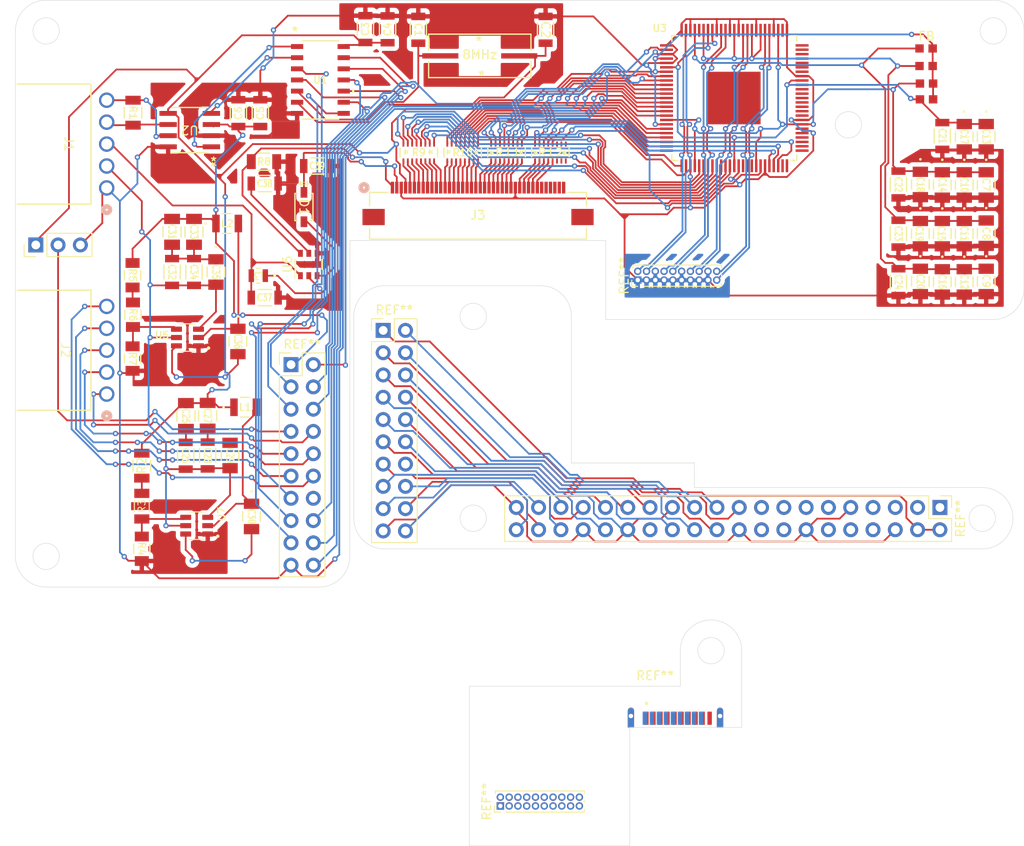
<source format=kicad_pcb>
(kicad_pcb (version 20240108) (generator "pcbnew") (generator_version "8.0")
  (layers (0 "F.Cu" signal) (31 "B.Cu" signal) (34 "B.Paste" user) (35 "F.Paste" user) (36 "B.SilkS" user "B.Silkscreen") (37 "F.SilkS" user "F.Silkscreen") (38 "B.Mask" user) (39 "F.Mask" user) (44 "Edge.Cuts" user))
  (net 0 "")
  (net 1 "+3.3V")
  (net 2 "Net-(U1-OSC2)")
  (net 3 "Net-(U1-OSC1)")
  (net 4 "+5V")
  (net 5 "Net-(U3-OVDD)")
  (net 6 "Net-(U3-AVDD)")
  (net 7 "Net-(U3-PVDD)")
  (net 8 "Net-(U3-DVDD)")
  (net 9 "7V")
  (net 10 "Net-(U7-VBST)")
  (net 11 "Net-(U7-SW)")
  (net 12 "Net-(U5-VBST)")
  (net 13 "Net-(U5-SW)")
  (net 14 "12V")
  (net 15 "Net-(U6-COMP)")
  (net 16 "/LEDA")
  (net 17 "Net-(D1-ANODE)")
  (net 18 "/GND")
  (net 19 "/CAN Bus connection L")
  (net 20 "/CAN Bus connection H")
  (net 21 "unconnected-(J2-Pad1)")
  (net 22 "/VSYNC")
  (net 23 "/B6")
  (net 24 "/G1")
  (net 25 "/G4")
  (net 26 "/B1")
  (net 27 "/G3")
  (net 28 "/R1")
  (net 31 "/B5")
  (net 32 "/G2")
  (net 33 "/B7")
  (net 34 "/G0")
  (net 35 "/R7")
  (net 36 "/HSYNC")
  (net 38 "/R4")
  (net 39 "/G6")
  (net 40 "/DISPEN")
  (net 41 "/R0")
  (net 42 "/R6")
  (net 43 "/G5")
  (net 44 "/PIXCLK")
  (net 45 "/B3")
  (net 46 "/LEDK")
  (net 48 "/B2")
  (net 49 "/B4")
  (net 51 "/R2")
  (net 52 "/ACTIVE")
  (net 54 "/B0")
  (net 55 "/G7")
  (net 56 "/R5")
  (net 57 "/R3")
  (net 58 "Net-(U3-RX2-)")
  (net 59 "Net-(U3-RX1+)")
  (net 60 "Net-(U3-RX0-)")
  (net 61 "Net-(U3-RXC+)")
  (net 62 "Net-(U3-RXC-)")
  (net 63 "Net-(U3-RX1-)")
  (net 64 "Net-(U3-RX2+)")
  (net 65 "Net-(U3-RX0+)")
  (net 66 "Net-(R2-Pad1)")
  (net 67 "Net-(U7-VFB)")
  (net 68 "Net-(R5-Pad2)")
  (net 69 "Net-(U5-VFB)")
  (net 70 "/Rasberry PI (SPI input)")
  (net 71 "/RX")
  (net 72 "/TX")
  (net 73 "/Rasberry PI (chip select)")
  (net 74 "/Rasberry PI (SPI clock input)")
  (net 75 "/Rasberry PI (SPI output)")
  (net 76 "/Rasberry PI (RX interupt active low)")
  (net 77 "/Rasberry PI (TX interupt active low)")
  (net 78 "/Rasberry PI (interupt active low)")
  (net 79 "/Rasberry PI (clock output)")
  (net 101 "/PWRON")
  (net 109 "/PWRON_D")
  (net 111 "/PWM")
  (net 112 "Net-(J3-Pad7)")
  (net 113 "Net-(J3-Pad18)")
  (net 114 "Net-(J3-Pad24)")
  (net 115 "Net-(J3-Pad20)")
  (net 116 "Net-(J3-Pad15)")
  (net 117 "Net-(J3-Pad23)")
  (net 118 "Net-(J3-Pad26)")
  (net 119 "Net-(J3-Pad6)")
  (net 120 "Net-(J3-Pad22)")
  (net 121 "Net-(J3-Pad10)")
  (net 122 "Net-(J3-Pad16)")
  (net 123 "Net-(J3-Pad12)")
  (net 124 "Net-(J3-Pad11)")
  (net 125 "Net-(J3-Pad5)")
  (net 126 "Net-(J3-Pad28)")
  (net 127 "Net-(J3-Pad13)")
  (net 128 "Net-(J3-Pad25)")
  (net 129 "Net-(J3-Pad8)")
  (net 130 "Net-(J3-Pad27)")
  (net 131 "Net-(J3-Pad9)")
  (net 132 "Net-(J3-Pad19)")
  (net 133 "Net-(J3-Pad21)")
  (net 134 "Net-(J3-Pad17)")
  (net 135 "Net-(J3-Pad14)")
  (footprint "CustomLibrary:CONN_SD-105313-100_05_MOL" (layer "F.Cu") (at 133 92 -90)
    (property "Reference" "J2")
    (property "Value" "1053131105")
  )
  (footprint "Connector_PinHeader_2.54mm:PinHeader_2x10_P2.54mm_Vertical" (layer "F.Cu") (at 154 88.64)
    (property "Reference" "REF**")
    (property "Value" "PinHeader_2x10_P2.54mm_Vertical")
  )
  (footprint "CustomLibrary:DBV0006A_L" (layer "F.Cu") (at 156.022201 77.224999 90)
    (property "Reference" "U6")
    (property "Value" "TPS61165DBV")
  )
  (footprint "CustomLibrary:CAP_1206_B_WAL" (layer "F.Cu") (at 233.2 62.657802 -90)
    (property "Reference" "C13")
    (property "Value" "0.1uF")
  )
  (footprint "CustomLibrary:IND_TAIYO_LBR2012_TAY" (layer "F.Cu") (at 150.272299 78.5 180)
    (property "Reference" "L3")
    (property "Value" "10uH")
  )
  (footprint "CustomLibrary:RES_YC248_4X1P6_YAG" (layer "F.Cu") (at 178.552579 64.4652 90)
    (property "Reference" "R11")
    (property "Value" "YC248-JR-07330RL")
  )
  (footprint "CustomLibrary:CONN40_CF3140_CVI" (layer "F.Cu") (at 175.305855 71.6762)
    (property "Reference" "J3")
    (property "Value" "Conn_01x40_Socket")
  )
  (footprint "CustomLibrary:CL1206_SAM" (layer "F.Cu") (at 140.4473 73.501501 -90)
    (property "Reference" "C31")
    (property "Value" "22uF")
  )
  (footprint "CustomLibrary:CAP_CL31_SAM" (layer "F.Cu") (at 223.2 73.710002 -90)
    (property "Reference" "C23")
    (property "Value" "10uF")
  )
  (footprint "CustomLibrary:CAP_1206_B_WAL" (layer "F.Cu") (at 230.7 79.210002 -90)
    (property "Reference" "C12")
    (property "Value" "0.1uF")
  )
  (footprint "CustomLibrary:CAP_CL31_SAM" (layer "F.Cu") (at 168.5 50.472199 -90)
    (property "Reference" "C1")
    (property "Value" "22pF")
  )
  (footprint "Connector_PinHeader_1.00mm:PinHeader_2x10_P1.00mm_Vertical" (layer "F.Cu") (at 193.5 79 90)
    (property "Reference" "REF**")
    (property "Value" "PinHeader_2x10_P1.00mm_Vertical")
  )
  (footprint "CustomLibrary:CAP_1206_B_WAL" (layer "F.Cu") (at 230.7 62.657802 -90)
    (property "Reference" "C17")
    (property "Value" "0.1uF")
  )
  (footprint "CustomLibrary:CAP_CL31_SAM" (layer "F.Cu") (at 228.2 62.577801 -90)
    (property "Reference" "C21")
    (property "Value" "10uF")
  )
  (footprint "CustomLibrary:RC1206N_YAG" (layer "F.Cu") (at 135.9912 82.9507 -90)
    (property "Reference" "R6")
    (property "Value" "4.7k")
  )
  (footprint "CustomLibrary:CL1206_SAM" (layer "F.Cu") (at 142.0268 94.5 -90)
    (property "Reference" "C25")
    (property "Value" "22uF")
  )
  (footprint "CustomLibrary:SOT95P280X110-6N" (layer "F.Cu") (at 143.255 107 180)
    (property "Reference" "U7")
    (property "Value" "TPS562201")
  )
  (footprint "CustomLibrary:CAP_1206_B_WAL" (layer "F.Cu") (at 147.9473 86.0005 -90)
    (property "Reference" "C36")
    (property "Value" "0.1uF")
  )
  (footprint "CustomLibrary:CAP_CL31_SAM" (layer "F.Cu") (at 223.2 68.105602 -90)
    (property "Reference" "C22")
    (property "Value" "10uF")
  )
  (footprint "CustomLibrary:CAP_1206_B_WAL" (layer "F.Cu") (at 228.2 79.210002 -90)
    (property "Reference" "C16")
    (property "Value" "0.1uF")
  )
  (footprint "CustomLibrary:FERRITE_0603_1P6XP8_MUR" (layer "F.Cu") (at 226.4 56.6 180)
    (property "Reference" "FB1" (hide yes))
    (property "Value" "BLM18RK601SN1D" (hide yes))
  )
  (footprint "CustomLibrary:IND_TAIYO_LB3218_TAY" (layer "F.Cu") (at 148.77635 93.5)
    (property "Reference" "L1")
    (property "Value" "3.3uH")
  )
  (footprint "CustomLibrary:SOT95P280X110-6N" (layer "F.Cu") (at 142.2023 85.5527 180)
    (property "Reference" "U5")
    (property "Value" "TPS562201")
  )
  (footprint "CustomLibrary:CAP_1206_B_WAL" (layer "F.Cu") (at 145.4473 78.080501 -90)
    (property "Reference" "C35")
    (property "Value" "0.1uF")
  )
  (footprint "CustomLibrary:CAP_CL31_SAM" (layer "F.Cu") (at 148 59.972199 90)
    (property "Reference" "C6")
    (property "Value" "10nF")
  )
  (footprint "CustomLibrary:QFP50P1600X1600X120-101N" (layer "F.Cu") (at 204.5 58.25)
    (property "Reference" "U3")
    (property "Value" "~" (hide yes))
  )
  (footprint "CustomLibrary:RES_YC248_4X1P6_YAG" (layer "F.Cu") (at 173.552579 64.4652 90)
    (property "Reference" "R10")
    (property "Value" "YC248-JR-07330RL")
  )
  (footprint "Connector_PinHeader_2.54mm:PinHeader_1x03_P2.54mm_Vertical" (layer "F.Cu") (at 124.92 75 90)
    (property "Reference" "REF**" (hide yes))
    (property "Value" "PinHeader_1x03_P2.54mm_Vertical")
  )
  (footprint "CustomLibrary:CAP_CL31_SAM" (layer "F.Cu") (at 151 81)
    (property "Reference" "C37")
    (property "Value" "4.7uF")
  )
  (footprint "CustomLibrary:CAP_1206_B_WAL" (layer "F.Cu") (at 225.7 79.157802 -90)
    (property "Reference" "C20")
    (property "Value" "0.1uF")
  )
  (footprint "CustomLibrary:CAP_1206_B_WAL" (layer "F.Cu") (at 225.7 68.105602 -90)
    (property "Reference" "C18")
    (property "Value" "0.1uF")
  )
  (footprint "CustomLibrary:CONN_SD-105313-100_05_MOL" (layer "F.Cu") (at 133 68.5 -90)
    (property "Reference" "J1")
    (property "Value" "1053131105")
  )
  (footprint "CustomLibrary:RES_CSRT1206FT5R00_STP" (layer "F.Cu") (at 150.919999 65.5)
    (property "Reference" "R8")
    (property "Value" "5Ω")
  )
  (footprint "CustomLibrary:STA_RMCF1206_STP" (layer "F.Cu") (at 137 100.1576 90)
    (property "Reference" "R2")
    (property "Value" "15k")
  )
  (footprint "Connector_PinHeader_1.00mm:PinHeader_2x10_P1.00mm_Vertical" (layer "F.Cu") (at 177.85 138.95 90)
    (property "Reference" "REF**")
    (property "Value" "PinHeader_2x10_P1.00mm_Vertical")
  )
  (footprint "CustomLibrary:RC1206N_YAG" (layer "F.Cu") (at 137 109.6322 -90)
    (property "Reference" "R4")
    (property "Value" "4.7k")
  )
  (footprint "CustomLibrary:CAP_1206_B_WAL" (layer "F.Cu") (at 230.7 73.710002 -90)
    (property "Reference" "C11")
    (property "Value" "0.1uF")
  )
  (footprint "CustomLibrary:CAP_CL31_SAM" (layer "F.Cu") (at 144.5 99 -90)
    (property "Reference" "C28")
    (property "Value" "10uF")
  )
  (footprint "CustomLibrary:RES_YC248_4X1P6_YAG" (layer "F.Cu") (at 168.552577 64.4652 90)
    (property "Reference" "R9")
    (property "Value" "YC248-JR-07330RL")
  )
  (footprint "CustomLibrary:CAP_1206_B_WAL" (layer "F.Cu") (at 228.2 68.157802 -90)
    (property "Reference" "C14")
    (property "Value" "0.1uF")
  )
  (footprint "CustomLibrary:ABLS-8.000MHZ-B2-T_ABR" (layer "F.Cu") (at 175.5042 53.444398)
    (property "Reference" "8MHz")
    (property "Value" "8MHz")
  )
  (footprint "CustomLibrary:STA_RMCF1206_STP" (layer "F.Cu") (at 136 59.9224 -90)
    (property "Reference" "R1")
    (property "Value" "120 ohm")
  )
  (footprint "Connector_PinHeader_2.54mm:PinHeader_2x20_P2.54mm_Vertical" (layer "F.Cu") (at 227.9251 104.925 -90)
    (property "Reference" "REF**")
    (property "Value" "PinHeader_2x20_P2.54mm_Vertical")
  )
  (footprint "CustomLibrary:RC1206N_YAG" (layer "F.Cu") (at 135.9473 78.4497 -90)
    (property "Reference" "R5")
    (property "Value" "33k")
  )
  (footprint "CustomLibrary:CL1206_SAM" (layer "F.Cu") (at 144.5 94.4732 -90)
    (property "Reference" "C27")
    (property "Value" "22uF")
  )
  (footprint "CustomLibrary:RC1206N_YAG" (layer "F.Cu") (at 135.9473 87.9497 -90)
    (property "Reference" "R7")
    (property "Value" "6.8k")
  )
  (footprint "CustomLibrary:CAP_CL31_SAM" (layer "F.Cu") (at 165 50.416597 90)
    (property "Reference" "C4")
    (property "Value" "10nF")
  )
  (footprint "CustomLibrary:SOIC8_4P9X3P9MC_MCH" (layer "F.Cu") (at 142.4638 61.905 180)
    (property "Reference" "U2")
    (property "Value" "MCP2542FD-E/SN")
  )
  (footprint "CustomLibrary:CAP_1206_B_WAL" (layer "F.Cu") (at 233.2 79.157802 -90)
    (property "Reference" "C9")
    (property "Value" "0.1uF")
  )
  (footprint "CustomLibrary:CL1206_SAM" (layer "F.Cu") (at 142.9473 73.501501 -90)
    (property "Reference" "C33")
    (property "Value" "22uF")
  )
  (footprint "CustomLibrary:CAP_CL31_SAM" (layer "F.Cu") (at 223.2 79.237803 -90)
    (property "Reference" "C24")
    (property "Value" "10uF")
  )
  (footprint "CustomLibrary:CAP_CL31_SAM" (layer "F.Cu") (at 183 50.472199 -90)
    (property "Reference" "C2")
    (property "Value" "22pF")
  )
  (footprint "CustomLibrary:CAP_1206_B_WAL" (layer "F.Cu") (at 225.7 73.710002 -90)
    (property "Reference" "C19")
    (property "Value" "0.1uF")
  )
  (footprint "CustomLibrary:FERRITE_0603_1P6XP8_MUR" (layer "F.Cu") (at 226.3507 52.6 180)
    (property "Reference" "FB")
    (property "Value" "BLM18RK601SN1D")
  )
  (footprint "CustomLibrary:FERRITE_0603_1P6XP8_MUR" (layer "F.Cu") (at 226.4 58.4 180)
    (property "Reference" "FB4" (hide yes))
    (property "Value" "BLM18RK601SN1D" (hide yes))
  )
  (footprint "CustomLibrary:CAP_CL31_SAM" (layer "F.Cu") (at 142 99.027801 -90)
    (property "Reference" "C26")
    (property "Value" "10uF")
  )
  (footprint "CustomLibrary:SOIC14_150MIL_SL_MCH" (layer "F.Cu") (at 157.3457 56.19)
    (property "Reference" "U1")
    (property "Value" "MCP2518FDT-H/SL")
  )
  (footprint "CustomLibrary:CAP_CL31_SAM" (layer "F.Cu") (at 150.5 59.972199 90)
    (property "Reference" "C5")
    (property "Value" "10uF")
  )
  (footprint "CustomLibrary:CAP_1206_B_WAL" (layer "F.Cu") (at 233.2 68.157802 -90)
    (property "Reference" "C7")
    (property "Value" "0.1uF")
  )
  (footprint "CustomLibrary:CAP_1206_B_WAL" (layer "F.Cu") (at 228.2 73.710002 -90)
    (property "Reference" "C15")
    (property "Value" "0.1uF")
  )
  (footprint "CustomLibrary:CAP_1206_B_WAL" (layer "F.Cu") (at 147.0522 98.9986 -90)
    (property "Reference" "C29")
    (property "Value" "0.1uF")
  )
  (footprint "Connector_PinHeader_2.54mm:PinHeader_2x10_P2.54mm_Vertical" (layer "F.Cu") (at 164.5 84.74)
    (property "Reference" "REF**")
    (property "Value" "PinHeader_2x10_P2.54mm_Vertical")
  )
  (footprint "CustomLibrary:CAP_1206_B_WAL" (layer "F.Cu") (at 149.5 105.9478 -90)
    (property "Reference" "C30")
    (property "Value" "0.1uF")
  )
  (footprint "CustomLibrary:CAP_CL31_SAM" (layer "F.Cu") (at 156.972199 66)
    (property "Reference" "C39")
    (property "Value" "4.7uF")
  )
  (footprint "CustomLibrary:CAP_CL31_SAM" (layer "F.Cu") (at 140.4473 78.080501 -90)
    (property "Reference" "C32")
    (property "Value" "10uF")
  )
  (footprint "CustomLibrary:CAP_CL31_SAM" (layer "F.Cu") (at 162.472199 50.388796 90)
    (property "Reference" "C3")
    (property "Value" "10uF")
  )
  (footprint "CustomLibrary:CAP_1206_B_WAL" (layer "F.Cu") (at 230.7 68.157802 -90)
    (property "Reference" "C10")
    (property "Value" "0.1uF")
  )
  (footprint "CustomLibrary:FERRITE_0603_1P6XP8_MUR" (layer "F.Cu") (at 226.3507 54.6 180)
    (property "Reference" "FB2" (hide yes))
    (property "Value" "BLM18RK601SN1D")
  )
  (footprint "CustomLibrary:CAP_CL31_SAM" (layer "F.Cu") (at 142.9473 78.080501 -90)
    (property "Reference" "C34")
    (property "Value" "10uF")
  )
  (footprint "CustomLibrary:CAP_CL31_SAM" (layer "F.Cu") (at 151 68)
    (property "Reference" "C38")
    (property "Value" "220nF")
  )
  (footprint "CustomLibrary:CAP_1206_B_WAL" (layer "F.Cu") (at 233.2 73.657802 -90)
    (property "Reference" "C8")
    (property "Value" "0.1uF")
  )
  (footprint "CustomLibrary:RESC3115X65N" (layer "F.Cu") (at 137 104.7752 90)
    (property "Reference" "R3")
    (property "Value" "470")
  )
  (footprint "Connector_Video:mini HDMI" (layer "F.Cu") (at 197.8 130)
    (property "Reference" "REF**")
    (property "Value" "mini HDMI")
  )
  (footprint "CustomLibrary:IND_TAIYO_LB3218_TAY" (layer "F.Cu") (at 146.72365 72.5527)
    (property "Reference" "L2")
    (property "Value" "4.7uH")
  )
  (footprint "CustomLibrary:RES_YC248_4X1P6_YAG" (layer "F.Cu") (at 183.552578 64.4652 90)
    (property "Reference" "R12")
    (property "Value" "YC248-JR-07330RL")
  )
  (footprint "CustomLibrary:SOD-123_ONS" (layer "F.Cu") (at 155.472199 70.6764 -90)
    (property "Reference" "D1")
    (property "Value" "MBR0540")
  )
  (gr_poly (pts (xy 149.5 77.5) (xy 150 77) (xy 149.5 76.5)) (stroke (width 0.2)) (fill solid) (layer "F.Cu") (net 14))
  (gr_poly (pts (xy 143.1 56.4) (xy 143.1 56) (xy 143.5 56)) (stroke (width 0.2)) (fill solid) (layer "F.Cu") (net 1))
  (gr_poly (pts (xy 145.9 67.2) (xy 145.5 67) (xy 146.1 67)) (stroke (width 0.2)) (fill solid) (layer "F.Cu") (net 1))
  (gr_poly (pts (xy 192 72) (xy 192.5 71.5) (xy 191.5 71.5)) (stroke (width 0.2)) (fill solid) (layer "F.Cu") (net 18))
  (gr_poly (pts (xy 207.8 67) (xy 208.2 67) (xy 208 66.8)) (stroke (width 0.2)) (fill solid) (layer "F.Cu") (net 18))
  (gr_poly (pts (xy 157.7 78.5) (xy 157.9 78.7) (xy 157.9 78.5)) (stroke (width 0.2)) (fill solid) (layer "F.Cu") (net 17))
  (gr_line (start 199.950126 102.65) (end 232.750126 102.65) (stroke (width 0.05)) (layer "Edge.Cuts"))
  (gr_line (start 205.35 121.25) (end 205.35 125.35) (stroke (width 0.05)) (layer "Edge.Cuts"))
  (gr_line (start 237.5 50.6) (end 237.5 80) (stroke (width 0.05)) (layer "Edge.Cuts"))
  (gr_line (start 160.71 74.5) (end 189.86 74.5) (stroke (width 0.05)) (layer "Edge.Cuts"))
  (gr_arc (start 160.7 110.5) (mid 159.674874 112.974874) (end 157.2 114) (stroke (width 0.05)) (layer "Edge.Cuts"))
  (gr_circle (center 232.750126 106.15) (end 234.250126 106.05) (stroke (width 0.05)) (fill none) (layer "Edge.Cuts"))
  (gr_arc (start 164.650126 109.65) (mid 162.175252 108.624874) (end 161.150126 106.15) (stroke (width 0.05)) (layer "Edge.Cuts"))
  (gr_line (start 185.950126 99.85) (end 185.950126 83.15) (stroke (width 0.05)) (layer "Edge.Cuts"))
  (gr_line (start 189.86 74.5) (end 189.86 83.5) (stroke (width 0.05)) (layer "Edge.Cuts"))
  (gr_circle (center 174.750126 83.15) (end 173.250126 83.05) (stroke (width 0.05)) (fill none) (layer "Edge.Cuts"))
  (gr_line (start 198.35 125.3) (end 174.3 125.3) (stroke (width 0.05)) (layer "Edge.Cuts"))
  (gr_arc (start 232.750126 102.65) (mid 235.225 103.675126) (end 236.250126 106.15) (stroke (width 0.05)) (layer "Edge.Cuts"))
  (gr_arc (start 198.35 121.25) (mid 201.85 117.75) (end 205.35 121.25) (stroke (width 0.05)) (layer "Edge.Cuts"))
  (gr_circle (center 126.1 50.6) (end 126.1 49.1) (stroke (width 0.05)) (fill none) (layer "Edge.Cuts"))
  (gr_circle (center 174.753455 106.15) (end 173.253455 106.05) (stroke (width 0.05)) (fill none) (layer "Edge.Cuts"))
  (gr_line (start 122.6 110.5) (end 122.6 50.6) (stroke (width 0.05)) (layer "Edge.Cuts"))
  (gr_arc (start 126.1 114) (mid 123.625126 112.974874) (end 122.6 110.5) (stroke (width 0.05)) (layer "Edge.Cuts"))
  (gr_line (start 160.7 110.5) (end 160.71 74.5) (stroke (width 0.05)) (layer "Edge.Cuts"))
  (gr_line (start 164.650126 109.65) (end 232.750126 109.65) (stroke (width 0.05)) (layer "Edge.Cuts"))
  (gr_line (start 157.2 114) (end 126.1 114) (stroke (width 0.05)) (layer "Edge.Cuts"))
  (gr_circle (center 201.85 121.25) (end 201.85 119.75) (stroke (width 0.05)) (fill none) (layer "Edge.Cuts"))
  (gr_arc (start 122.6 50.6) (mid 123.625126 48.125126) (end 126.1 47.1) (stroke (width 0.05)) (layer "Edge.Cuts"))
  (gr_arc (start 237.5 80) (mid 236.474874 82.474874) (end 234 83.5) (stroke (width 0.05)) (layer "Edge.Cuts"))
  (gr_line (start 205.35 130) (end 192.6 130) (stroke (width 0.05)) (layer "Edge.Cuts"))
  (gr_line (start 174.3 143.5) (end 192.6 143.5) (stroke (width 0.05)) (layer "Edge.Cuts"))
  (gr_arc (start 161.150126 83.15) (mid 162.175252 80.675126) (end 164.650126 79.65) (stroke (width 0.05)) (layer "Edge.Cuts"))
  (gr_line (start 161.150126 106.15) (end 161.150126 83.15) (stroke (width 0.05)) (layer "Edge.Cuts"))
  (gr_line (start 126.1 47.1) (end 234 47.1) (stroke (width 0.05)) (layer "Edge.Cuts"))
  (gr_circle (center 217.5 61.3) (end 217.5 59.8) (stroke (width 0.05)) (fill none) (layer "Edge.Cuts"))
  (gr_line (start 199.950126 99.85) (end 185.950126 99.85) (stroke (width 0.05)) (layer "Edge.Cuts"))
  (gr_line (start 174.3 143.5) (end 174.3 125.3) (stroke (width 0.05)) (layer "Edge.Cuts"))
  (gr_line (start 234 83.5) (end 189.86 83.5) (stroke (width 0.05)) (layer "Edge.Cuts"))
  (gr_circle (center 126.1 110.5) (end 126.1 109) (stroke (width 0.05)) (fill none) (layer "Edge.Cuts"))
  (gr_line (start 192.6 130) (end 192.6 143.5) (stroke (width 0.05)) (layer "Edge.Cuts"))
  (gr_line (start 199.950126 102.65) (end 199.950126 99.85) (stroke (width 0.05)) (layer "Edge.Cuts"))
  (gr_line (start 198.35 121.25) (end 198.35 125.3) (stroke (width 0.05)) (layer "Edge.Cuts"))
  (gr_line (start 205.35 130) (end 205.35 125.35) (stroke (width 0.05)) (layer "Edge.Cuts"))
  (gr_arc (start 234 47.1) (mid 236.474874 48.125126) (end 237.5 50.6) (stroke (width 0.05)) (layer "Edge.Cuts"))
  (gr_arc (start 236.250126 106.15) (mid 235.225 108.624874) (end 232.750126 109.65) (stroke (width 0.05)) (layer "Edge.Cuts"))
  (gr_circle (center 234 50.6) (end 234 49.1) (stroke (width 0.05)) (fill none) (layer "Edge.Cuts"))
  (gr_line (start 182.450126 79.65) (end 164.650126 79.65) (stroke (width 0.05)) (layer "Edge.Cuts"))
  (gr_arc (start 182.450126 79.65) (mid 184.925 80.675126) (end 185.950126 83.15) (stroke (width 0.05)) (layer "Edge.Cuts"))
  (segment (start 189.825 104.925) (end 188.5 103.6) (width 0.2) (layer "F.Cu") (net 0))
  (segment (start 170.5 101.2) (end 170.2 101.2) (width 0.2) (layer "F.Cu") (net 0))
  (segment (start 165.76 98.7) (end 164.5 97.44) (width 0.2) (layer "F.Cu") (net 0))
  (segment (start 184.1 103.6) (end 181.8 101.3) (width 0.2) (layer "F.Cu") (net 0))
  (segment (start 180.9 104.1) (end 180.9 105.6) (width 0.2) (layer "F.Cu") (net 0))
  (segment (start 195.29 128.95) (end 195.29 128.29) (width 0.2) (layer "F.Cu") (net 0))
  (segment (start 182.2051 107.465) (end 182.165 107.465) (width 0.2) (layer "F.Cu") (net 0))
  (segment (start 188.5 103.6) (end 184.1 103.6) (width 0.2) (layer "F.Cu") (net 0))
  (segment (start 182.2051 106.9051) (end 182.2051 107.465) (width 0.2) (layer "F.Cu") (net 0))
  (segment (start 181.7 101.2) (end 170.5 101.2) (width 0.2) (layer "F.Cu") (net 0))
  (segment (start 178.8 102) (end 180.9 104.1) (width 0.2) (layer "F.Cu") (net 0))
  (segment (start 170.2 101.2) (end 167.7 98.7) (width 0.2) (layer "F.Cu") (net 0))
  (segment (start 181.8 101.3) (end 181.7 101.2) (width 0.2) (layer "F.Cu") (net 0))
  (segment (start 170.1 102) (end 167.04 105.06) (width 0.2) (layer "F.Cu") (net 0))
  (segment (start 189.8251 104.925) (end 189.825 104.925) (width 0.2) (layer "F.Cu") (net 0))
  (segment (start 167.7 98.7) (end 165.76 98.7) (width 0.2) (layer "F.Cu") (net 0))
  (segment (start 180.9 105.6) (end 182.2051 106.9051) (width 0.2) (layer "F.Cu") (net 0))
  (segment (start 178.8 102) (end 170.1 102) (width 0.2) (layer "F.Cu") (net 0))
  (segment (start 170.88 102.52) (end 171.1 102.3) (width 0.2) (layer "B.Cu") (net 0))
  (segment (start 186 105.6) (end 186 104.2) (width 0.2) (layer "B.Cu") (net 0))
  (segment (start 189.4 107.5) (end 188.1 106.2) (width 0.2) (layer "B.Cu") (net 0))
  (segment (start 179.2 102.4) (end 180.9 104.1) (width 0.2) (layer "B.Cu") (net 0))
  (segment (start 167.04 105.06) (end 167.04 105.64) (width 0.2) (layer "B.Cu") (net 0))
  (segment (start 189.8251 107.465) (end 189.435 107.465) (width 0.2) (layer "B.Cu") (net 0))
  (segment (start 172 102) (end 179.4 102) (width 0.2) (layer "B.Cu") (net 0))
  (segment (start 164.5 102.52) (end 165.82 101.2) (width 0.2) (layer "B.Cu") (net 0))
  (segment (start 186 104.2) (end 185 103.2) (width 0.2) (layer "B.Cu") (net 0))
  (segment (start 165.7 103.9) (end 165.8 103.8) (width 0.2) (layer "B.Cu") (net 0))
  (segment (start 186.6 106.2) (end 186 105.6) (width 0.2) (layer "B.Cu") (net 0))
  (segment (start 179.2 102.4) (end 172.24 102.4) (width 0.2) (layer "B.Cu") (net 0))
  (segment (start 179.6651 107.465) (end 179.635 107.465) (width 0.2) (layer "B.Cu") (net 0))
  (segment (start 188.1 106.2) (end 186.6 106.2) (width 0.2) (layer "B.Cu") (net 0))
  (segment (start 164.54 105.06) (end 165.7 103.9) (width 0.2) (layer "B.Cu") (net 0))
  (segment (start 167.04 102.52) (end 170.88 102.52) (width 0.2) (layer "B.Cu") (net 0))
  (segment (start 181.9 100.8) (end 181.6 100.8) (width 0.2) (layer "B.Cu") (net 0))
  (segment (start 165.9 103.8) (end 170.2 103.8) (width 0.2) (layer "B.Cu") (net 0))
  (segment (start 184.7451 107.465) (end 184.7451 107.4451) (width 0.2) (layer "B.Cu") (net 0))
  (segment (start 165.8 103.8) (end 165.9 103.8) (width 0.2) (layer "B.Cu") (net 0))
  (segment (start 164.5 105.06) (end 164.54 105.06) (width 0.2) (layer "B.Cu") (net 0))
  (segment (start 171.8 101.6) (end 172.9 101.6) (width 0.2) (layer "B.Cu") (net 0))
  (segment (start 183.5 103.6) (end 181.5 101.6) (width 0.2) (layer "B.Cu") (net 0))
  (segment (start 185 103.2) (end 184.3 103.2) (width 0.2) (layer "B.Cu") (net 0))
  (segment (start 184.7451 107.4451) (end 183.5 106.2) (width 0.2) (layer "B.Cu") (net 0))
  (segment (start 189.8251 104.925) (end 189.825 104.925) (width 0.2) (layer "B.Cu") (net 0))
  (segment (start 183.1 102.6) (end 184.7451 104.2451) (width 0.2) (layer "B.Cu") (net 0))
  (segment (start 179.4 102) (end 181.2 103.8) (width 0.2) (layer "B.Cu") (net 0))
  (segment (start 172.9 101.6) (end 180.5 101.6) (width 0.2) (layer "B.Cu") (net 0))
  (segment (start 180.9 104.1) (end 180.9 106.2301) (width 0.2) (layer "B.Cu") (net 0))
  (segment (start 181.6 100.8) (end 170.4 100.8) (width 0.2) (layer "B.Cu") (net 0))
  (segment (start 181.5 101.6) (end 180 101.6) (width 0.2) (layer "B.Cu") (net 0))
  (segment (start 189.435 107.465) (end 189.4 107.5) (width 0.2) (layer "B.Cu") (net 0))
  (segment (start 184.7451 104.2451) (end 184.7451 104.925) (width 0.2) (layer "B.Cu") (net 0))
  (segment (start 183.5 106.2) (end 183.5 103.6) (width 0.2) (layer "B.Cu") (net 0))
  (segment (start 182.2051 104.8051) (end 182.2051 104.925) (width 0.2) (layer "B.Cu") (net 0))
  (segment (start 170.4 100.8) (end 167.04 97.44) (width 0.2) (layer "B.Cu") (net 0))
  (segment (start 165.82 101.2) (end 167.8 101.2) (width 0.2) (layer "B.Cu") (net 0))
  (segment (start 184.3 103.2) (end 181.9 100.8) (width 0.2) (layer "B.Cu") (net 0))
  (segment (start 171.1 102.3) (end 171.8 101.6) (width 0.2) (layer "B.Cu") (net 0))
  (segment (start 189.8251 107.465) (end 189.7901 107.5) (width 0.2) (layer "B.Cu") (net 0))
  (segment (start 167.8 101.2) (end 181.7 101.2) (width 0.2) (layer "B.Cu") (net 0))
  (segment (start 170.2 103.8) (end 172 102) (width 0.2) (layer "B.Cu") (net 0))
  (segment (start 167.04 107.6) (end 167.1 107.6) (width 0.2) (layer "B.Cu") (net 0))
  (segment (start 180.9 106.2301) (end 179.6651 107.465) (width 0.2) (layer "B.Cu") (net 0))
  (segment (start 182.2051 107.465) (end 182.135 107.465) (width 0.2) (layer "B.Cu") (net 0))
  (segment (start 172.24 102.4) (end 167.04 107.6) (width 0.2) (layer "B.Cu") (net 0))
  (segment (start 181.2 103.8) (end 182.2051 104.8051) (width 0.2) (layer "B.Cu") (net 0))
  (segment (start 181.7 101.2) (end 183.1 102.6) (width 0.2) (layer "B.Cu") (net 0))
  (segment (start 148.4 51.1) (end 143.3 56.2) (width 0.2) (layer "F.Cu") (net 1))
  (segment (start 128.7 60.4) (end 134.1 55) (width 0.2) (layer "F.Cu") (net 1))
  (segment (start 124.92 74.58) (end 128.7 70.8) (width 0.2) (layer "F.Cu") (net 1))
  (segment (start 144.5 93) (end 144.5 92) (width 0.2) (layer "F.Cu") (net 1))
  (segment (start 190.461688 55.25) (end 195.5 55.25) (width 0.2) (layer "F.Cu") (net 1))
  (segment (start 167.095472 59.5) (end 174.575736 59.5) (width 0.2) (layer "F.Cu") (net 1))
  (segment (start 165.5 61.095472) (end 167.095472 59.5) (width 0.2) (layer "F.Cu") (net 1))
  (segment (start 195.5028 55.2528) (end 195.5 55.25) (width 0.2) (layer "F.Cu") (net 1))
  (segment (start 162.188796 52.2) (end 162.472199 51.916597) (width 0.2) (layer "F.Cu") (net 1))
  (segment (start 143.3 56.2) (end 140 59.5) (width 0.2) (layer "F.Cu") (net 1))
  (segment (start 146.5 69.5) (end 146.5 68.0527) (width 0.2) (layer "F.Cu") (net 1))
  (segment (start 147.5 93.5) (end 147.5 92.882328) (width 0.2) (layer "F.Cu") (net 1))
  (segment (start 160.802579 63.5) (end 161.802579 64.5) (width 0.2) (layer "F.Cu") (net 1))
  (segment (start 137 97.696278) (end 141.669478 93.0268) (width 0.2) (layer "F.Cu") (net 1))
  (segment (start 161.972199 51.916597) (end 161.155602 51.1) (width 0.2) (layer "F.Cu") (net 1))
  (segment (start 124.92 75) (end 124.92 74.58) (width 0.2) (layer "F.Cu") (net 1))
  (segment (start 142.0268 97.4732) (end 142 97.5) (width 0.2) (layer "F.Cu") (net 1))
  (segment (start 142.9473 76.5527) (end 143.4473 76.5527) (width 0.2) (layer "F.Cu") (net 1))
  (segment (start 189.288312 55.5) (end 189.792893 54.995419) (width 0.2) (layer "F.Cu") (net 1))
  (segment (start 145.97365 67.52635) (end 141.1906 62.7433) (width 0.2) (layer "F.Cu") (net 1))
  (segment (start 196.7742 53.75) (end 196.7784 53.7542) (width 0.2) (layer "F.Cu") (net 1))
  (segment (start 145.97365 67.158896) (end 149.632546 63.5) (width 0.2) (layer "F.Cu") (net 1))
  (segment (start 145.755 93.5) (end 147.5 93.5) (width 0.2) (layer "F.Cu") (net 1))
  (segment (start 174.575736 59.5) (end 175.580317 58.495419) (width 0.2) (layer "F.Cu") (net 1))
  (segment (start 142.1 55) (end 143.3 56.2) (width 0.2) (layer "F.Cu") (net 1))
  (segment (start 165.5 63) (end 165.5 61.095472) (width 0.2) (layer "F.Cu") (net 1))
  (segment (start 142 97.5) (end 142.027801 97.472199) (width 0.2) (layer "F.Cu") (net 1))
  (segment (start 196.7784 55.2528) (end 195.5028 55.2528) (width 0.2) (layer "F.Cu") (net 1))
  (segment (start 196.7756 55.25) (end 196.7784 55.2528) (width 0.2) (layer "F.Cu") (net 1))
  (segment (start 195.5 53.75) (end 196.7742 53.75) (width 0.2) (layer "F.Cu") (net 1))
  (segment (start 141.1906 62.7433) (end 141.1906 60.4794) (width 0.2) (layer "F.Cu") (net 1))
  (segment (start 227.1 52.6) (end 227.1 54.6) (width 0.2) (layer "F.Cu") (net 1))
  (segment (start 224.7 51) (end 226 51) (width 0.2) (layer "F.Cu") (net 1))
  (segment (start 184.2745 57.195419) (end 185.969919 55.5) (width 0.2) (layer "F.Cu") (net 1))
  (segment (start 181.592893 58.495419) (end 182.892893 57.195419) (width 0.2) (layer "F.Cu") (net 1))
  (segment (start 144.5 92) (end 145 91.5) (width 0.2) (layer "F.Cu") (net 1))
  (segment (start 226 51) (end 227.0493 52.0493) (width 0.2) (layer "F.Cu") (net 1))
  (segment (start 166 63.5) (end 166 65.4) (width 0.2) (layer "F.Cu") (net 1))
  (segment (start 142.027801 97.472199) (end 144.5 97.472199) (width 0.2) (layer "F.Cu") (net 1))
  (segment (start 162.472199 51.916597) (end 161.972199 51.916597) (width 0.2) (layer "F.Cu") (net 1))
  (segment (start 166.4 65.8) (end 166.4 66.8495) (width 0.2) (layer "F.Cu") (net 1))
  (segment (start 144.5 95.9464) (end 144.5 97.472199) (width 0.2) (layer "F.Cu") (net 1))
  (segment (start 227.1 56.5507) (end 227.1493 56.6) (width 0.2) (layer "F.Cu") (net 1))
  (segment (start 145.97365 67.52635) (end 145.97365 67.158896) (width 0.2) (layer "F.Cu") (net 1))
  (segment (start 134.1 55) (end 142.1 55) (width 0.2) (layer "F.Cu") (net 1))
  (segment (start 140.4473 76.5527) (end 142.9473 76.5527) (width 0.2) (layer "F.Cu") (net 1))
  (segment (start 190.207107 54.995419) (end 190.461688 55.25) (width 0.2) (layer "F.Cu") (net 1))
  (segment (start 189.792893 54.995419) (end 190.207107 54.995419) (width 0.2) (layer "F.Cu") (net 1))
  (segment (start 140 59.5) (end 140 60) (width 0.2) (layer "F.Cu") (net 1))
  (segment (start 145.255 93) (end 145.755 93.5) (width 0.2) (layer "F.Cu") (net 1))
  (segment (start 140 60) (end 140 59.6) (width 0.2) (layer "F.Cu") (net 1))
  (segment (start 149.632546 63.5) (end 160.802579 63.5) (width 0.2) (layer "F.Cu") (net 1))
  (segment (start 141.1906 60.4794) (end 140.7112 60) (width 0.2) (layer "F.Cu") (net 1))
  (segment (start 227.1493 56.6) (end 227.1493 58.4) (width 0.2) (layer "F.Cu") (net 1))
  (segment (start 142.0268 93.0268) (end 144.4732 93.0268) (width 0.2) (layer "F.Cu") (net 1))
  (segment (start 185.969919 55.5) (end 189.288312 55.5) (width 0.2) (layer "F.Cu") (net 1))
  (segment (start 143.4473 76.5527) (end 143.527301 76.632701) (width 0.2) (layer "F.Cu") (net 1))
  (segment (start 145.3058 97.5508) (end 147.0522 97.5508) (width 0.2) (layer "F.Cu") (net 1))
  (segment (start 227.0493 52.0493) (end 227.0493 52.6) (width 0.2) (layer "F.Cu") (net 1))
  (segment (start 137 98.7352) (end 137 97.696278) (width 0.2) (layer "F.Cu") (net 1))
  (segment (start 166 63.5) (end 165.5 63) (width 0.2) (layer "F.Cu") (net 1))
  (segment (start 144.5 97.472199) (end 145.227199 97.472199) (width 0.2) (layer "F.Cu") (net 1))
  (segment (start 142.9473 74.974701) (end 142.9473 76.5527) (width 0.2) (layer "F.Cu") (net 1))
  (segment (start 144.5 93) (end 145.255 93) (width 0.2) (layer "F.Cu") (net 1))
  (segment (start 161.155602 51.1) (end 148.4 51.1) (width 0.2) (layer "F.Cu") (net 1))
  (segment (start 182.892893 57.195419) (end 184.2745 57.195419) (width 0.2) (layer "F.Cu") (net 1))
  (segment (start 165 51.944398) (end 162.5 51.944398) (width 0.2) (layer "F.Cu") (net 1))
  (segment (start 145.227199 97.472199) (end 145.3058 97.5508) (width 0.2) (layer "F.Cu") (net 1))
  (segment (start 143.527301 76.632701) (end 145.4473 76.632701) (width 0.2) (layer "F.Cu") (net 1))
  (segment (start 227.1 54.6) (end 227.1 56.5507) (width 0.2) (layer "F.Cu") (net 1))
  (segment (start 160.18 52.2) (end 162.188796 52.2) (width 0.2) (layer "F.Cu") (net 1))
  (segment (start 167.0505 67.5) (end 167.0505 68.2869) (width 0.2) (layer "F.Cu") (net 1))
  (segment (start 142.0268 95.9732) (end 142.0268 97.4732) (width 0.2) (layer "F.Cu") (net 1))
  (segment (start 147.27635 93.72365) (end 147.5 93.5) (width 0.2) (layer "F.Cu") (net 1))
  (segment (start 146.5 68.0527) (end 145.97365 67.52635) (width 0.2) (layer "F.Cu") (net 1))
  (segment (start 144.4732 93.0268) (end 144.5 93) (width 0.2) (layer "F.Cu") (net 1))
  (segment (start 128.7 70.8) (end 128.7 60.4) (width 0.2) (layer "F.Cu") (net 1))
  (segment (start 140.4473 74.974701) (end 140.4473 76.5527) (width 0.2) (layer "F.Cu") (net 1))
  (segment (start 166.4 66.8495) (end 167.0505 67.5) (width 0.2) (layer "F.Cu") (net 1))
  (segment (start 160 52.38) (end 160.18 52.2) (width 0.2) (layer "F.Cu") (net 1))
  (segment (start 166 65.4) (end 166.4 65.8) (width 0.2) (layer "F.Cu") (net 1))
  (segment (start 175.580317 58.495419) (end 181.592893 58.495419) (width 0.2) (layer "F.Cu") (net 1))
  (segment (start 140.7112 60) (end 140 60) (width 0.2) (layer "F.Cu") (net 1))
  (segment (start 141.669478 93.0268) (end 142.0268 93.0268) (width 0.2) (layer "F.Cu") (net 1))
  (via (at 161.802579 64.5) (size 0.6) (drill 0.3) (layers "F.Cu" "B.Cu") (net 1))
  (via (at 195.5 55.25) (size 0.6) (drill 0.3) (layers "F.Cu" "B.Cu") (net 1))
  (via (at 224.7 51) (size 0.6) (drill 0.3) (layers "F.Cu" "B.Cu") (net 1))
  (via (at 146.5 69.5) (size 0.6) (drill 0.3) (layers "F.Cu" "B.Cu") (net 1))
  (via (at 166 63.5) (size 0.6) (drill 0.3) (layers "F.Cu" "B.Cu") (net 1))
  (via (at 145 91.5) (size 0.6) (drill 0.3) (layers "F.Cu" "B.Cu") (net 1))
  (via (at 195.5 53.75) (size 0.6) (drill 0.3) (layers "F.Cu" "B.Cu") (net 1))
  (segment (start 165 64.5) (end 161.802579 64.5) (width 0.2) (layer "B.Cu") (net 1))
  (segment (start 147 91.207107) (end 146.707107 91.5) (width 0.2) (layer "B.Cu") (net 1))
  (segment (start 166 63.5) (end 165 64.5) (width 0.2) (layer "B.Cu") (net 1))
  (segment (start 146.707107 91.5) (end 145 91.5) (width 0.2) (layer "B.Cu") (net 1))
  (segment (start 146.707107 89.5527) (end 147 89.845593) (width 0.2) (layer "B.Cu") (net 1))
  (segment (start 146.5 69.5) (end 146.5527 69.4473) (width 0.2) (layer "B.Cu") (net 1))
  (segment (start 146.5 89.5527) (end 146.707107 89.5527) (width 0.2) (layer "B.Cu") (net 1))
  (segment (start 198.25 51) (end 195.5 53.75) (width 0.2) (layer "B.Cu") (net 1))
  (segment (start 146.5 69.5) (end 146.5 89.5527) (width 0.2) (layer "B.Cu") (net 1))
  (segment (start 195.5 55.25) (end 195.5 53.75) (width 0.2) (layer "B.Cu") (net 1))
  (segment (start 224.7 51) (end 198.25 51) (width 0.2) (layer "B.Cu") (net 1))
  (segment (start 147 89.845593) (end 147 91.207107) (width 0.2) (layer "B.Cu") (net 1))
  (segment (start 157.9314 60.7) (end 154.6914 57.46) (width 0.2) (layer "F.Cu") (net 2))
  (segment (start 164.744398 58.7) (end 162.744398 60.7) (width 0.2) (layer "F.Cu") (net 2))
  (segment (start 166.8 58.7) (end 164.744398 58.7) (width 0.2) (layer "F.Cu") (net 2))
  (segment (start 168.5 57) (end 166.8 58.7) (width 0.2) (layer "F.Cu") (net 2))
  (segment (start 168.5 53.2) (end 168.5 57) (width 0.2) (layer "F.Cu") (net 2))
  (segment (start 171.0084 53.444398) (end 168.5 53.444398) (width 0.2) (layer "F.Cu") (net 2))
  (segment (start 168.5 53.444398) (end 168.5 52) (width 0.2) (layer "F.Cu") (net 2))
  (segment (start 162.744398 60.7) (end 157.9314 60.7) (width 0.2) (layer "F.Cu") (net 2))
  (segment (start 163 61) (end 165 59) (width 0.2) (layer "F.Cu") (net 3))
  (segment (start 180 53.444398) (end 181.8 53.444398) (width 0.2) (layer "F.Cu") (net 3))
  (segment (start 174.651472 59) (end 175.456053 58.195419) (width 0.2) (layer "F.Cu") (net 3))
  (segment (start 183 53.444398) (end 183 52) (width 0.2) (layer "F.Cu") (net 3))
  (segment (start 180 53.444398) (end 181.544398 53.444398) (width 0.2) (layer "F.Cu") (net 3))
  (segment (start 165 59) (end 174.651472 59) (width 0.2) (layer "F.Cu") (net 3))
  (segment (start 178.248979 58.195419) (end 181.8 54.644398) (width 0.2) (layer "F.Cu") (net 3))
  (segment (start 181.8 53.444398) (end 181.8 54.6) (width 0.2) (layer "F.Cu") (net 3))
  (segment (start 156.9614 61) (end 163 61) (width 0.2) (layer "F.Cu") (net 3))
  (segment (start 154.6914 58.73) (end 156.9614 61) (width 0.2) (layer "F.Cu") (net 3))
  (segment (start 183 53.444398) (end 180 53.444398) (width 0.2) (layer "F.Cu") (net 3))
  (segment (start 175.456053 58.195419) (end 178.248979 58.195419) (width 0.2) (layer "F.Cu") (net 3))
  (segment (start 198.3 102.8) (end 194.2 102.8) (width 0.2) (layer "F.Cu") (net 4))
  (segment (start 201.2 103.6) (end 200.8 103.2) (width 0.2) (layer "F.Cu") (net 4))
  (segment (start 164.54 84.74) (end 165.8 86) (width 0.2) (layer "F.Cu") (net 4))
  (segment (start 135.9473 77.0527) (end 135.9473 75.426601) (width 0.2) (layer "F.Cu") (net 4))
  (segment (start 223.4 103.6) (end 201.2 103.6) (width 0.2) (layer "F.Cu") (net 4))
  (segment (start 148 61.5) (end 150.5 61.5) (width 0.2) (layer "F.Cu") (net 4))
  (segment (start 148.5 83) (end 157.5 83) (width 0.2) (layer "F.Cu") (net 4))
  (segment (start 225.3851 107.465) (end 225.3851 107.3851) (width 0.2) (layer "F.Cu") (net 4))
  (segment (start 145.4473 72.5527) (end 145.4473 74.772201) (width 0.2) (layer "F.Cu") (net 4))
  (segment (start 200.8 103.2) (end 198.7 103.2) (width 0.2) (layer "F.Cu") (net 4))
  (segment (start 185.4 101.6) (end 185.05 101.25) (width 0.2) (layer "F.Cu") (net 4))
  (segment (start 164.5 84.74) (end 164.54 84.74) (width 0.2) (layer "F.Cu") (net 4))
  (segment (start 135.9473 75.426601) (end 139.3456 72.028301) (width 0.2) (layer "F.Cu") (net 4))
  (segment (start 192.7 101.6) (end 185.4 101.6) (width 0.2) (layer "F.Cu") (net 4))
  (segment (start 145.4473 72.5527) (end 144.922901 72.028301) (width 0.2) (layer "F.Cu") (net 4))
  (segment (start 144.922901 72.028301) (end 142.9473 72.028301) (width 0.2) (layer "F.Cu") (net 4))
  (segment (start 193 101.6) (end 192.7 101.6) (width 0.2) (layer "F.Cu") (net 4))
  (segment (start 148.5 62.5) (end 148 62) (width 0.2) (layer "F.Cu") (net 4))
  (segment (start 169.8 86) (end 185.3 101.5) (width 0.2) (layer "F.Cu") (net 4))
  (segment (start 225.3851 107.465) (end 225.365 107.465) (width 0.2) (layer "F.Cu") (net 4))
  (segment (start 148 61.5) (end 147 61.5) (width 0.2) (layer "F.Cu") (net 4))
  (segment (start 145.4473 71) (end 145.4473 72.5527) (width 0.2) (layer "F.Cu") (net 4))
  (segment (start 147.5 76.824901) (end 147.5 83) (width 0.2) (layer "F.Cu") (net 4))
  (segment (start 147 61.5) (end 146.77 61.27) (width 0.2) (layer "F.Cu") (net 4))
  (segment (start 225.3851 107.3851) (end 224.1 106.1) (width 0.2) (layer "F.Cu") (net 4))
  (segment (start 139.3456 72.028301) (end 140.4473 72.028301) (width 0.2) (layer "F.Cu") (net 4))
  (segment (start 165.8 86) (end 169.8 86) (width 0.2) (layer "F.Cu") (net 4))
  (segment (start 224.1 106.1) (end 224.1 104.3) (width 0.2) (layer "F.Cu") (net 4))
  (segment (start 224.1 104.3) (end 223.4 103.6) (width 0.2) (layer "F.Cu") (net 4))
  (segment (start 227.9251 107.465) (end 225.3851 107.465) (width 0.2) (layer "F.Cu") (net 4))
  (segment (start 145.1576 61.5) (end 144.9276 61.27) (width 0.2) (layer "F.Cu") (net 4))
  (segment (start 146.77 61.27) (end 144.9276 61.27) (width 0.2) (layer "F.Cu") (net 4))
  (segment (start 148 62) (end 148 61.5) (width 0.2) (layer "F.Cu") (net 4))
  (segment (start 194.2 102.8) (end 193 101.6) (width 0.2) (layer "F.Cu") (net 4))
  (segment (start 140.4473 72.028301) (end 142.9473 72.028301) (width 0.2) (layer "F.Cu") (net 4))
  (segment (start 145.4473 74.772201) (end 147.5 76.824901) (width 0.2) (layer "F.Cu") (net 4))
  (segment (start 185.3 101.5) (end 185.4 101.6) (width 0.2) (layer "F.Cu") (net 4))
  (segment (start 198.7 103.2) (end 198.3 102.8) (width 0.2) (layer "F.Cu") (net 4))
  (via (at 145.4473 71) (size 0.6) (drill 0.3) (layers "F.Cu" "B.Cu") (net 4))
  (via (at 148.5 62.5) (size 0.6) (drill 0.3) (layers "F.Cu" "B.Cu") (net 4))
  (via (at 148.5 83) (size 0.6) (drill 0.3) (layers "F.Cu" "B.Cu") (net 4))
  (via (at 157.5 83) (size 0.6) (drill 0.3) (layers "F.Cu" "B.Cu") (net 4))
  (via (at 147.5 83) (size 0.6) (drill 0.3) (layers "F.Cu" "B.Cu") (net 4))
  (segment (start 158.1 84.9) (end 154.36 88.64) (width 0.2) (layer "B.Cu") (net 4))
  (segment (start 147.5 83) (end 148.5 83) (width 0.2) (layer "B.Cu") (net 4))
  (segment (start 164.46 84.74) (end 164.5 84.74) (width 0.2) (layer "B.Cu") (net 4))
  (segment (start 148.5 62.5) (end 145.4473 65.5527) (width 0.2) (layer "B.Cu") (net 4))
  (segment (start 145.4473 65.5527) (end 145.4473 71) (width 0.2) (layer "B.Cu") (net 4))
  (segment (start 154.067107 88.64) (end 154 88.64) (width 0.2) (layer "B.Cu") (net 4))
  (segment (start 225.3851 107.465) (end 225.3851 107.5149) (width 0.2) (layer "B.Cu") (net 4))
  (segment (start 154.36 88.64) (end 154 88.64) (width 0.2) (layer "B.Cu") (net 4))
  (segment (start 164.5 84.74) (end 164.5 84.8) (width 0.2) (layer "B.Cu") (net 4))
  (segment (start 157.5 83) (end 158.1 83.6) (width 0.2) (layer "B.Cu") (net 4))
  (segment (start 225.3851 107.465) (end 225.3851 107.6149) (width 0.2) (layer "B.Cu") (net 4))
  (segment (start 158.1 83.6) (end 158.1 84.9) (width 0.2) (layer "B.Cu") (net 4))
  (segment (start 209.5 54.75) (end 209.5038 54.7462) (width 0.2) (layer "F.Cu") (net 5))
  (segment (start 207.5 61.75) (end 207.5 62.75) (width 0.2) (layer "F.Cu") (net 5))
  (segment (start 200 63.75) (end 200.0042 63.7542) (width 0.2) (layer "F.Cu") (net 5))
  (segment (start 206.9892 63.2608) (end 206.9892 65.9716) (width 0.2) (layer "F.Cu") (net 5))
  (segment (start 209.5038 54.7462) (end 209.5038 50.5284) (width 0.2) (layer "F.Cu") (net 5))
  (segment (start 222.6 57.3) (end 223.3 56.6) (width 0.2) (layer "F.Cu") (net 5))
  (segment (start 200.4392 60.7392) (end 196.7784 60.7392) (width 0.2) (layer "F.Cu") (net 5))
  (segment (start 200.0042 63.7542) (end 200.0042 65.9716) (width 0.2) (layer "F.Cu") (net 5))
  (segment (start 207.5 62.75) (end 206.9892 63.2608) (width 0.2) (layer "F.Cu") (net 5))
  (segment (start 210.0028 61.2472) (end 212.2216 61.2472) (width 0.2) (layer "F.Cu") (net 5))
  (segment (start 225.7 66.657802) (end 228.1478 66.657802) (width 0.2) (layer "F.Cu") (net 5))
  (segment (start 230.7 66.710002) (end 233.2 66.710002) (width 0.2) (layer "F.Cu") (net 5))
  (segment (start 210 61.25) (end 210.0028 61.2472) (width 0.2) (layer "F.Cu") (net 5))
  (segment (start 200.45 60.75) (end 200.4392 60.7392) (width 0.2) (layer "F.Cu") (net 5))
  (segment (start 228.2 66.710002) (end 230.7 66.710002) (width 0.2) (layer "F.Cu") (net 5))
  (segment (start 223.2 66.577801) (end 222.6 65.977801) (width 0.2) (layer "F.Cu") (net 5))
  (segment (start 213.4972 61.2472) (end 213.5 61.25) (width 0.2) (layer "F.Cu") (net 5))
  (segment (start 222.6 65.977801) (end 222.6 57.3) (width 0.2) (layer "F.Cu") (net 5))
  (segment (start 223.3 56.6) (end 225.6507 56.6) (width 0.2) (layer "F.Cu") (net 5))
  (segment (start 223.2 66.577801) (end 225.619999 66.577801) (width 0.2) (layer "F.Cu") (net 5))
  (segment (start 200 61.75) (end 200 63.75) (width 0.2) (layer "F.Cu") (net 5))
  (segment (start 212.2216 61.2472) (end 213.4972 61.2472) (width 0.2) (layer "F.Cu") (net 5))
  (via (at 213.4972 61.2472) (size 0.6) (drill 0.3) (layers "F.Cu" "B.Cu") (net 5))
  (via (at 200 61.75) (size 0.6) (drill 0.3) (layers "F.Cu" "B.Cu") (net 5))
  (via (at 207.5 61.75) (size 0.6) (drill 0.3) (layers "F.Cu" "B.Cu") (net 5))
  (via (at 200.45 60.75) (size 0.6) (drill 0.3) (layers "F.Cu" "B.Cu") (net 5))
  (via (at 209.5 54.75) (size 0.6) (drill 0.3) (layers "F.Cu" "B.Cu") (net 5))
  (via (at 222.6 57.3) (size 0.6) (drill 0.3) (layers "F.Cu" "B.Cu") (net 5))
  (via (at 210 61.25) (size 0.6) (drill 0.3) (layers "F.Cu" "B.Cu") (net 5))
  (segment (start 215.15 57.25) (end 213.4972 58.9028) (width 0.2) (layer "B.Cu") (net 5))
  (segment (start 200.5 62.25) (end 200 61.75) (width 0.2) (layer "B.Cu") (net 5))
  (segment (start 200 61.2) (end 200 61.75) (width 0.2) (layer "B.Cu") (net 5))
  (segment (start 207.5 61.75) (end 207 62.25) (width 0.2) (layer "B.Cu") (net 5))
  (segment (start 209.5 60.75) (end 210 61.25) (width 0.2) (layer "B.Cu") (net 5))
  (segment (start 209.5 61.75) (end 210 61.25) (width 0.2) (layer "B.Cu") (net 5))
  (segment (start 213.4972 58.9028) (end 213.4972 61.2472) (width 0.2) (layer "B.Cu") (net 5))
  (segment (start 207 62.25) (end 200.5 62.25) (width 0.2) (layer "B.Cu") (net 5))
  (segment (start 209.5 54.75) (end 209.5 60.75) (width 0.2) (layer "B.Cu") (net 5))
  (segment (start 200.45 60.75) (end 200 61.2) (width 0.2) (layer "B.Cu") (net 5))
  (segment (start 207.5 61.75) (end 209.5 61.75) (width 0.2) (layer "B.Cu") (net 5))
  (segment (start 222.55 57.25) (end 215.15 57.25) (width 0.2) (layer "B.Cu") (net 5))
  (segment (start 222.6 57.3) (end 222.55 57.25) (width 0.2) (layer "B.Cu") (net 5))
  (segment (start 223.1 54.6) (end 225.6014 54.6) (width 0.2) (layer "F.Cu") (net 6))
  (segment (start 223.2 72.182201) (end 221.7 70.682201) (width 0.2) (layer "F.Cu") (net 6))
  (segment (start 221.7 66) (end 222.05 65.65) (width 0.2) (layer "F.Cu") (net 6))
  (segment (start 206.5066 53.7434) (end 206.5066 50.5284) (width 0.2) (layer "F.Cu") (net 6))
  (segment (start 204.5 50.5284) (end 204.5 53.75) (width 0.2) (layer "F.Cu") (net 6))
  (segment (start 223.2 72.182201) (end 225.619999 72.182201) (width 0.2) (layer "F.Cu") (net 6))
  (segment (start 222.05 65.65) (end 222.05 55.65) (width 0.2) (layer "F.Cu") (net 6))
  (segment (start 228.2 72.262202) (end 230.7 72.262202) (width 0.2) (layer "F.Cu") (net 6))
  (segment (start 221.7 70.682201) (end 221.7 66) (width 0.2) (layer "F.Cu") (net 6))
  (segment (start 225.7 72.262202) (end 228.2 72.262202) (width 0.2) (layer "F.Cu") (net 6))
  (segment (start 206.5 53.75) (end 207.4972 52.7528) (width 0.2) (layer "F.Cu") (net 6))
  (segment (start 207.4972 52.7528) (end 207.4972 52) (width 0.2) (layer "F.Cu") (net 6))
  (segment (start 222.05 55.65) (end 223.1 54.6) (width 0.2) (layer "F.Cu") (net 6))
  (segment (start 225.6014 54.6) (end 225.7014 54.6) (width 0.2) (layer "F.Cu") (net 6))
  (segment (start 206.5 53.75) (end 206.5066 53.7434) (width 0.2) (layer "F.Cu") (net 6))
  (segment (start 200.9948 53.7448) (end 200.9948 50.5284) (width 0.2) (layer "F.Cu") (net 6))
  (segment (start 201 53.75) (end 200.9948 53.7448) (width 0.2) (layer "F.Cu") (net 6))
  (segment (start 230.7 72.262202) (end 233.1478 72.262202) (width 0.2) (layer "F.Cu") (net 6))
  (segment (start 207.4972 52) (end 207.4972 50.5284) (width 0.2) (layer "F.Cu") (net 6))
  (via (at 223.1 54.6) (size 0.6) (drill 0.3) (layers "F.Cu" "B.Cu") (net 6))
  (via (at 204.5 53.75) (size 0.6) (drill 0.3) (layers "F.Cu" "B.Cu") (net 6))
  (via (at 206.5 53.75) (size 0.6) (drill 0.3) (layers "F.Cu" "B.Cu") (net 6))
  (via (at 201 53.75) (size 0.6) (drill 0.3) (layers "F.Cu" "B.Cu") (net 6))
  (segment (start 206.5 53.75) (end 204.5 53.75) (width 0.2) (layer "B.Cu") (net 6))
  (segment (start 222.25 53.75) (end 206.5 53.75) (width 0.2) (layer "B.Cu") (net 6))
  (segment (start 204.5 53.75) (end 201 53.75) (width 0.2) (layer "B.Cu") (net 6))
  (segment (start 223.1 54.6) (end 222.25 53.75) (width 0.2) (layer "B.Cu") (net 6))
  (segment (start 221.7 65.5) (end 221.2 66) (width 0.2) (layer "F.Cu") (net 7))
  (segment (start 230.7 77.762202) (end 228.2 77.762202) (width 0.2) (layer "F.Cu") (net 7))
  (segment (start 221.7 57.2) (end 221.7 65.5) (width 0.2) (layer "F.Cu") (net 7))
  (segment (start 221.2 76.55) (end 221.7 77.05) (width 0.2) (layer "F.Cu") (net 7))
  (segment (start 200.0042 53.65) (end 200.0042 50.5284) (width 0.2) (layer "F.Cu") (net 7))
  (segment (start 221.7 77.05) (end 222.539998 77.05) (width 0.2) (layer "F.Cu") (net 7))
  (segment (start 219 54.5) (end 220.9 52.6) (width 0.2) (layer "F.Cu") (net 7))
  (segment (start 225.6014 52.6) (end 225.5507 52.6) (width 0.2) (layer "F.Cu") (net 7))
  (segment (start 233.2 77.710002) (end 230.7522 77.710002) (width 0.2) (layer "F.Cu") (net 7))
  (segment (start 219 54.5) (end 221.7 57.2) (width 0.2) (layer "F.Cu") (net 7))
  (segment (start 221.2 66) (end 221.2 76.55) (width 0.2) (layer "F.Cu") (net 7))
  (segment (start 228.2 77.762202) (end 225.7522 77.762202) (width 0.2) (layer "F.Cu") (net 7))
  (segment (start 222.539998 77.05) (end 223.2 77.710002) (width 0.2) (layer "F.Cu") (net 7))
  (segment (start 220.9 52.6) (end 225.6014 52.6) (width 0.2) (layer "F.Cu") (net 7))
  (segment (start 225.7 77.710002) (end 223.2 77.710002) (width 0.2) (layer "F.Cu") (net 7))
  (via (at 219 54.5) (size 0.6) (drill 0.3) (layers "F.Cu" "B.Cu") (net 7))
  (via (at 200.0042 53.65) (size 0.6) (drill 0.3) (layers "F.Cu" "B.Cu") (net 7))
  (segment (start 209.707107 54.25) (end 209.957107 54.5) (width 0.2) (layer "B.Cu") (net 7))
  (segment (start 200.6042 54.25) (end 209.707107 54.25) (width 0.2) (layer "B.Cu") (net 7))
  (segment (start 209.957107 54.5) (end 219 54.5) (width 0.2) (layer "B.Cu") (net 7))
  (segment (start 200.0042 53.65) (end 200.6042 54.25) (width 0.2) (layer "B.Cu") (net 7))
  (segment (start 198.95 50.5666) (end 198.9882 50.5284) (width 0.2) (layer "F.Cu") (net 8))
  (segment (start 198.1 54.7448) (end 198.1 54.25) (width 0.2) (layer "F.Cu") (net 8))
  (segment (start 228.2 61.05) (end 230.539998 61.05) (width 0.2) (layer "F.Cu") (net 8))
  (segment (start 211 56.25) (end 212.2216 56.25) (width 0.2) (layer "F.Cu") (net 8))
  (segment (start 224.7 58.4) (end 225.6507 58.4) (width 0.2) (layer "F.Cu") (net 8))
  (segment (start 198.1 54.7448) (end 196.7784 54.7448) (width 0.2) (layer "F.Cu") (net 8))
  (segment (start 225.6507 58.5007) (end 228.2 61.05) (width 0.2) (layer "F.Cu") (net 8))
  (segment (start 204.5 62.75) (end 204.5 65.9716) (width 0.2) (layer "F.Cu") (net 8))
  (segment (start 230.7 61.210002) (end 233.2 61.210002) (width 0.2) (layer "F.Cu") (net 8))
  (segment (start 198.1 54.25) (end 198.95 53.4) (width 0.2) (layer "F.Cu") (net 8))
  (segment (start 225.6507 58.4) (end 225.6507 58.5007) (width 0.2) (layer "F.Cu") (net 8))
  (segment (start 210.5 56.75) (end 211 56.25) (width 0.2) (layer "F.Cu") (net 8))
  (segment (start 224.6 58.3) (end 224.7 58.4) (width 0.2) (layer "F.Cu") (net 8))
  (segment (start 198.95 53.4) (end 198.95 50.5666) (width 0.2) (layer "F.Cu") (net 8))
  (via (at 198.1 54.7448) (size 0.6) (drill 0.3) (layers "F.Cu" "B.Cu") (net 8))
  (via (at 210.5 56.75) (size 0.6) (drill 0.3) (layers "F.Cu" "B.Cu") (net 8))
  (via (at 224.6 58.3) (size 0.6) (drill 0.3) (layers "F.Cu" "B.Cu") (net 8))
  (via (at 204.5 62.75) (size 0.6) (drill 0.3) (layers "F.Cu" "B.Cu") (net 8))
  (segment (start 224.6 58.3) (end 223.05 56.75) (width 0.2) (layer "B.Cu") (net 8))
  (segment (start 210.5 61.457107) (end 210.5 56.75) (width 0.2) (layer "B.Cu") (net 8))
  (segment (start 198.05 62.1) (end 198.7 62.75) (width 0.2) (layer "B.Cu") (net 8))
  (segment (start 198.7 62.75) (end 204.5 62.75) (width 0.2) (layer "B.Cu") (net 8))
  (segment (start 223.05 56.75) (end 210.5 56.75) (width 0.2) (layer "B.Cu") (net 8))
  (segment (start 198.05 54.7948) (end 198.05 62.1) (width 0.2) (layer "B.Cu") (net 8))
  (segment (start 204.5 62.75) (end 209.207107 62.75) (width 0.2) (layer "B.Cu") (net 8))
  (segment (start 209.207107 62.75) (end 210.5 61.457107) (width 0.2) (layer "B.Cu") (net 8))
  (segment (start 198.1 54.7448) (end 198.05 54.7948) (width 0.2) (layer "B.Cu") (net 8))
  (segment (start 147.0522 100.4464) (end 147.0522 103.5078) (width 0.2) (layer "F.Cu") (net 9))
  (segment (start 144.5 100.527801) (end 145.227199 100.527801) (width 0.2) (layer "F.Cu") (net 9))
  (segment (start 140.4473 79.608302) (end 138.002902 79.608302) (width 0.2) (layer "F.Cu") (net 9))
  (segment (start 137 73.5) (end 137 70) (width 0.2) (layer "F.Cu") (net 9))
  (segment (start 145.4473 82.6127) (end 143.4573 84.6027) (width 0.2) (layer "F.Cu") (net 9))
  (segment (start 145.4473 79.528301) (end 145.4473 82.6127) (width 0.2) (layer "F.Cu") (net 9))
  (segment (start 142 100.555602) (end 139.810602 100.555602) (width 0.2) (layer "F.Cu") (net 9))
  (segment (start 144.472199 100.555602) (end 144.5 100.527801) (width 0.2) (layer "F.Cu") (net 9))
  (segment (start 145.367299 79.608302) (end 145.4473 79.528301) (width 0.2) (layer "F.Cu") (net 9))
  (segment (start 137.9473 85.5527) (end 140.9473 85.5527) (width 0.2) (layer "F.Cu") (net 9))
  (segment (start 142.9473 79.608302) (end 145.367299 79.608302) (width 0.2) (layer "F.Cu") (net 9))
  (segment (start 139.755 107) (end 142 107) (width 0.2) (layer "F.Cu") (net 9))
  (segment (start 140.4473 79.608302) (end 142.9473 79.608302) (width 0.2) (layer "F.Cu") (net 9))
  (segment (start 139.810602 100.555602) (end 139.755 100.5) (width 0.2) (layer "F.Cu") (net 9))
  (segment (start 147.0522 103.5078) (end 144.51 106.05) (width 0.2) (layer "F.Cu") (net 9))
  (segment (start 137 70) (end 133 66) (width 0.2) (layer "F.Cu") (net 9))
  (segment (start 138.002902 79.608302) (end 137.9473 79.5527) (width 0.2) (layer "F.Cu") (net 9))
  (segment (start 145.3086 100.4464) (end 147.0522 100.4464) (width 0.2) (layer "F.Cu") (net 9))
  (segment (start 142 100.555602) (end 144.472199 100.555602) (width 0.2) (layer "F.Cu") (net 9))
  (segment (start 145.227199 100.527801) (end 145.3086 100.4464) (width 0.2) (layer "F.Cu") (net 9))
  (via (at 137.9473 85.5527) (size 0.6) (drill 0.3) (layers "F.Cu" "B.Cu") (net 9))
  (via (at 137.9473 79.5527) (size 0.6) (drill 0.3) (layers "F.Cu" "B.Cu") (net 9))
  (via (at 137 73.5) (size 0.6) (drill 0.3) (layers "F.Cu" "B.Cu") (net 9))
  (via (at 139.755 100.5) (size 0.6) (drill 0.3) (layers "F.Cu" "B.Cu") (net 9))
  (via (at 139.755 107) (size 0.6) (drill 0.3) (layers "F.Cu" "B.Cu") (net 9))
  (segment (start 137.77635 85.72365) (end 137.9473 85.5527) (width 0.2) (layer "B.Cu") (net 9))
  (segment (start 137.77635 95.5) (end 139.755 97.47865) (width 0.2) (layer "B.Cu") (net 9))
  (segment (start 139.755 97.47865) (end 139.755 100.5) (width 0.2) (layer "B.Cu") (net 9))
  (segment (start 137.9473 79.974701) (end 137.9473 85.5527) (width 0.2) (layer "B.Cu") (net 9))
  (segment (start 137.9473 74.4473) (end 137.9473 79.5527) (width 0.2) (layer "B.Cu") (net 9))
  (segment (start 137.9473 79.5527) (end 137.9473 79.974701) (width 0.2) (layer "B.Cu") (net 9))
  (segment (start 137.77635 95.5) (end 137.77635 85.72365) (width 0.2) (layer "B.Cu") (net 9))
  (segment (start 137 73.5) (end 137.9473 74.4473) (width 0.2) (layer "B.Cu") (net 9))
  (segment (start 139.755 100.5) (end 139.755 107) (width 0.2) (layer "B.Cu") (net 9))
  (segment (start 142.755 111) (end 142.755 110.51) (width 0.2) (layer "F.Cu") (net 10))
  (segment (start 149.5 110.255) (end 148.765675 110.989325) (width 0.2) (layer "F.Cu") (net 10))
  (segment (start 149.5 107.3956) (end 149.5 110.255) (width 0.2) (layer "F.Cu") (net 10))
  (segment (start 142.755 110.51) (end 142 109.755) (width 0.2) (layer "F.Cu") (net 10))
  (segment (start 142 109.755) (end 142 107.95) (width 0.2) (layer "F.Cu") (net 10))
  (via (at 142.755 111) (size 0.6) (drill 0.3) (layers "F.Cu" "B.Cu") (net 10))
  (via (at 148.765675 110.989325) (size 0.6) (drill 0.3) (layers "F.Cu" "B.Cu") (net 10))
  (segment (start 148.765675 110.989325) (end 148.755 111) (width 0.2) (layer "B.Cu") (net 10))
  (segment (start 148.755 111) (end 142.755 111) (width 0.2) (layer "B.Cu") (net 10))
  (segment (start 145.238343 107) (end 144.51 107) (width 0.2) (layer "F.Cu") (net 11))
  (segment (start 147.738343 104.5) (end 145.238343 107) (width 0.2) (layer "F.Cu") (net 11))
  (segment (start 148.5 95.670372) (end 148.5 103.5) (width 0.2) (layer "F.Cu") (net 11))
  (segment (start 149.67645 93.87625) (end 149.67645 94.493922) (width 0.2) (layer "F.Cu") (net 11))
  (segment (start 149.5 104.5) (end 147.738343 104.5) (width 0.2) (layer "F.Cu") (net 11))
  (segment (start 149.67645 94.493922) (end 148.5 95.670372) (width 0.2) (layer "F.Cu") (net 11))
  (segment (start 150.0527 93.5) (end 149.67645 93.87625) (width 0.2) (layer "F.Cu") (net 11))
  (segment (start 148.5 103.5) (end 149.5 104.5) (width 0.2) (layer "F.Cu") (net 11))
  (segment (start 140.4473 89.5527) (end 140.4473 87.0027) (width 0.2) (layer "F.Cu") (net 12))
  (segment (start 140.4473 87.0027) (end 140.9473 86.5027) (width 0.2) (layer "F.Cu") (net 12))
  (segment (start 140.9473 90.0527) (end 140.4473 89.5527) (width 0.2) (layer "F.Cu") (net 12))
  (segment (start 146.5 90.0527) (end 147.9473 88.6054) (width 0.2) (layer "F.Cu") (net 12))
  (segment (start 147.9473 88.6054) (end 147.9473 87.4483) (width 0.2) (layer "F.Cu") (net 12))
  (via (at 140.9473 90.0527) (size 0.6) (drill 0.3) (layers "F.Cu" "B.Cu") (net 12))
  (via (at 146.5 90.0527) (size 0.6) (drill 0.3) (layers "F.Cu" "B.Cu") (net 12))
  (segment (start 146.5 90.0527) (end 140.9473 90.0527) (width 0.2) (layer "B.Cu") (net 12))
  (segment (start 147.9473 84.5527) (end 144.869301 84.5527) (width 0.2) (layer "F.Cu") (net 13))
  (segment (start 148 72.5527) (end 148 84.5) (width 0.2) (layer "F.Cu") (net 13))
  (segment (start 144.869301 84.5527) (end 143.869301 85.5527) (width 0.2) (layer "F.Cu") (net 13))
  (segment (start 148 84.5) (end 147.9473 84.5527) (width 0.2) (layer "F.Cu") (net 13))
  (segment (start 143.869301 85.5527) (end 143.4573 85.5527) (width 0.2) (layer "F.Cu") (net 13))
  (segment (start 133.5 63.5) (end 140.5 70.5) (width 0.2) (layer "F.Cu") (net 14))
  (segment (start 149.5 77.5) (end 149.5 71.5) (width 0.2) (layer "F.Cu") (net 14))
  (segment (start 149.5 78.472199) (end 149.472199 78.5) (width 0.2) (layer "F.Cu") (net 14))
  (segment (start 153.5722 77) (end 155.0722 78.5) (width 0.2) (layer "F.Cu") (net 14))
  (segment (start 149.5 77.5) (end 149.5 78.472199) (width 0.2) (layer "F.Cu") (net 14))
  (segment (start 150 77) (end 153.5722 77) (width 0.2) (layer "F.Cu") (net 14))
  (segment (start 149.472199 81) (end 149.472199 78.5) (width 0.2) (layer "F.Cu") (net 14))
  (segment (start 133 63.5) (end 133.5 63.5) (width 0.2) (layer "F.Cu") (net 14))
  (segment (start 149.5 77.5) (end 150 77) (width 0.2) (layer "F.Cu") (net 14))
  (segment (start 148.5 70.5) (end 149.5 71.5) (width 0.2) (layer "F.Cu") (net 14))
  (segment (start 140.5 70.5) (end 148.5 70.5) (width 0.2) (layer "F.Cu") (net 14))
  (segment (start 149.472199 68) (end 149.472199 69.275) (width 0.2) (layer "F.Cu") (net 15))
  (segment (start 149.472199 69.275) (end 156.022201 75.825002) (width 0.2) (layer "F.Cu") (net 15))
  (segment (start 156.022201 75.825002) (end 156.022201 75.95) (width 0.2) (layer "F.Cu") (net 15))
  (segment (start 160.5 65.207107) (end 160.792893 65.5) (width 0.2) (layer "F.Cu") (net 16))
  (segment (start 160.792893 65.5) (end 162 65.5) (width 0.2) (layer "F.Cu") (net 16))
  (segment (start 155.472199 69) (end 155.472199 66.027801) (width 0.2) (layer "F.Cu") (net 16))
  (segment (start 155.5 64.5) (end 160 64.5) (width 0.2) (layer "F.Cu") (net 16))
  (segment (start 165.802579 66) (end 165.802579 67) (width 0.2) (layer "F.Cu") (net 16))
  (segment (start 160.5 65) (end 160.5 65.207107) (width 0.2) (layer "F.Cu") (net 16))
  (segment (start 155.444398 66) (end 155.444398 64.555602) (width 0.2) (layer "F.Cu") (net 16))
  (segment (start 160 64.5) (end 160.5 65) (width 0.2) (layer "F.Cu") (net 16))
  (segment (start 166.050248 67.247669) (end 166.050248 68.2869) (width 0.2) (layer "F.Cu") (net 16))
  (segment (start 165.802579 67) (end 166.050248 67.247669) (width 0.2) (layer "F.Cu") (net 16))
  (segment (start 155.444398 64.555602) (end 155.5 64.5) (width 0.2) (layer "F.Cu") (net 16))
  (segment (start 155.472199 66.027801) (end 155.444398 66) (width 0.2) (layer "F.Cu") (net 16))
  (via (at 162 65.5) (size 0.6) (drill 0.3) (layers "F.Cu" "B.Cu") (net 16))
  (via (at 165.802579 66) (size 0.6) (drill 0.3) (layers "F.Cu" "B.Cu") (net 16))
  (segment (start 165.802579 66) (end 162.5 66) (width 0.2) (layer "B.Cu") (net 16))
  (segment (start 162.5 66) (end 162 65.5) (width 0.2) (layer "B.Cu") (net 16))
  (segment (start 157.972199 80) (end 157.972199 78.5) (width 0.2) (layer "F.Cu") (net 17))
  (segment (start 157.472199 80.5) (end 157.972199 80) (width 0.2) (layer "F.Cu") (net 17))
  (segment (start 152.472199 78.5) (end 154.472199 80.5) (width 0.2) (layer "F.Cu") (net 17))
  (segment (start 151.072399 78.5) (end 152.472199 78.5) (width 0.2) (layer "F.Cu") (net 17))
  (segment (start 158.972199 75.5) (end 158.972199 77.5) (width 0.2) (layer "F.Cu") (net 17))
  (segment (start 158.972199 77.5) (end 157.972199 78.5) (width 0.2) (layer "F.Cu") (net 17))
  (segment (start 154.472199 80.5) (end 157.472199 80.5) (width 0.2) (layer "F.Cu") (net 17))
  (segment (start 155.472199 72.3528) (end 155.824999 72.3528) (width 0.2) (layer "F.Cu") (net 17))
  (segment (start 157.972199 78.5) (end 156.972199 78.5) (width 0.2) (layer "F.Cu") (net 17))
  (segment (start 155.824999 72.3528) (end 158.972199 75.5) (width 0.2) (layer "F.Cu") (net 17))
  (segment (start 207 49.25) (end 209 49.25) (width 0.2) (layer "F.Cu") (net 18))
  (segment (start 179.55365 69.44635) (end 179.3 69.7) (width 0.2) (layer "F.Cu") (net 18))
  (segment (start 181.5 108.8) (end 185.9501 108.8) (width 0.2) (layer "F.Cu") (net 18))
  (segment (start 179.6651 105.3651) (end 180.9 106.6) (width 0.2) (layer "F.Cu") (net 18))
  (segment (start 223.2 80.765604) (end 225.539998 80.765604) (width 0.2) (layer "F.Cu") (net 18))
  (segment (start 204.952643 68.305836) (end 205.129239 68.12924) (width 0.2) (layer "F.Cu") (net 18))
  (segment (start 194.7378 54.2622) (end 196.7784 54.2622) (width 0.2) (layer "F.Cu") (net 18))
  (segment (start 185.9501 108.8) (end 187.2851 107.465) (width 0.2) (layer "F.Cu") (net 18))
  (segment (start 192.3651 107.465) (end 191.0301 108.8) (width 0.2) (layer "F.Cu") (net 18))
  (segment (start 198 53.75) (end 197.5 54.25) (width 0.2) (layer "F.Cu") (net 18))
  (segment (start 135.6913 89.6027) (end 135.9473 89.3467) (width 0.2) (layer "F.Cu") (net 18))
  (segment (start 204 49.25) (end 205 49.25) (width 0.2) (layer "F.Cu") (net 18))
  (segment (start 205 50.5284) (end 205 49.25) (width 0.2) (layer "F.Cu") (net 18))
  (segment (start 212.6851 107.465) (end 211.3501 108.8) (width 0.2) (layer "F.Cu") (net 18))
  (segment (start 204.242064 67.505836) (end 205 66.7479) (width 0.2) (layer "F.Cu") (net 18))
  (segment (start 134.4473 89.6027) (end 134.5 89.6027) (width 0.2) (layer "F.Cu") (net 18))
  (segment (start 210.5038 54.7538) (end 210.5038 50.5322) (width 0.2) (layer "F.Cu") (net 18))
  (segment (start 217.7651 104.9349) (end 216.5 106.2) (width 0.2) (layer "F.Cu") (net 18))
  (segment (start 140 63.81) (end 137.69 63.81) (width 0.2) (layer "F.Cu") (net 18))
  (segment (start 197.5 54.25) (end 196.7784 54.25) (width 0.2) (layer "F.Cu") (net 18))
  (segment (start 191.375 71.375) (end 191.5 71.5) (width 0.2) (layer "F.Cu") (net 18))
  (segment (start 179.55365 69.44635) (end 179.8073 69.7) (width 0.2) (layer "F.Cu") (net 18))
  (segment (start 210.4979 67.25) (end 213.5 64.2479) (width 0.2) (layer "F.Cu") (net 18))
  (segment (start 199.5 49.25) (end 199.5 50.5246) (width 0.2) (layer "F.Cu") (net 18))
  (segment (start 192.3651 107.465) (end 192.3651 107.4651) (width 0.2) (layer "F.Cu") (net 18))
  (segment (start 132.5 69) (end 132.5 72.5) (width 0.2) (layer "F.Cu") (net 18))
  (segment (start 212.2216 55.7608) (end 211.5108 55.7608) (width 0.2) (layer "F.Cu") (net 18))
  (segment (start 211 60.7472) (end 212.2136 60.7472) (width 0.2) (layer "F.Cu") (net 18))
  (segment (start 165.8 106.3) (end 164.5 107.6) (width 0.2) (layer "F.Cu") (net 18))
  (segment (start 222.835 107.465) (end 221.5 108.8) (width 0.2) (layer "F.Cu") (net 18))
  (segment (start 228.2 80.657802) (end 230.7 80.657802) (width 0.2) (layer "F.Cu") (net 18))
  (segment (start 221.5 108.8) (end 214.0201 108.8) (width 0.2) (layer "F.Cu") (net 18))
  (segment (start 199.4962 67.217092) (end 199.481646 67.231646) (width 0.2) (layer "F.Cu") (net 18))
  (segment (start 199.4962 65.9716) (end 199.4962 67.217092) (width 0.2) (layer "F.Cu") (net 18))
  (segment (start 179.9 69.7) (end 179.3 69.7) (width 0.2) (layer "F.Cu") (net 18))
  (segment (start 199.5 70.75) (end 201.055836 70.75) (width 0.2) (layer "F.Cu") (net 18))
  (segment (start 202.5 49.25) (end 204 49.25) (width 0.2) (layer "F.Cu") (net 18))
  (segment (start 196.7784 52.25) (end 198.5 50.5284) (width 0.2) (layer "F.Cu") (net 18))
  (segment (start 213.0153 60.7392) (end 213.5 60.2545) (width 0.2) (layer "F.Cu") (net 18))
  (segment (start 132.5 72.5) (end 130 75) (width 0.2) (layer "F.Cu") (net 18))
  (segment (start 198.5 50.5284) (end 198.5 49.7521) (width 0.2) (layer "F.Cu") (net 18))
  (segment (start 196.1701 106.2) (end 197.4451 104.925) (width 0.2) (layer "F.Cu") (net 18))
  (segment (start 230.7 80.657802) (end 233.1478 80.657802) (width 0.2) (layer "F.Cu") (net 18))
  (segment (start 199.5 50.5246) (end 199.4962 50.5284) (width 0.2) (layer "F.Cu") (net 18))
  (segment (start 207 49.25) (end 207 50.5284) (width 0.2) (layer "F.Cu") (net 18))
  (segment (start 157 112.8) (end 155.3 112.8) (width 0.2) (layer "F.Cu") (net 18))
  (segment (start 180.9 106.6) (end 180.9 108.2) (width 0.2) (layer "F.Cu") (net 18))
  (segment (start 199.9851 104.925) (end 199.9851 104.8851) (width 0.2) (layer "F.Cu") (net 18))
  (segment (start 196.7784 53.2462) (end 197.4962 53.2462) (width 0.2) (layer "F.Cu") (net 18))
  (segment (start 155.3 112.8) (end 154 111.5) (width 0.2) (layer "F.Cu") (net 18))
  (segment (start 210.5038 50.5322) (end 210.5 50.5284) (width 0.2) (layer "F.Cu") (net 18))
  (segment (start 199.0021 49.25) (end 199.5 49.25) (width 0.2) (layer "F.Cu") (net 18))
  (segment (start 193.7 108.8) (end 203.7301 108.8) (width 0.2) (layer "F.Cu") (net 18))
  (segment (start 199.5 49.25) (end 202.5 49.25) (width 0.2) (layer "F.Cu") (net 18))
  (segment (start 194.5 54.5) (end 194.7378 54.2622) (width 0.2) (layer "F.Cu") (net 18))
  (segment (start 210.5 49.5918) (end 210.5 50.5284) (width 0.2) (layer "F.Cu") (net 18))
  (segment (start 153.639005 48.860995) (end 152 50.5) (width 0.2) (layer "F.Cu") (net 18))
  (segment (start 150.817354 54.817354) (end 150.5 55.134708) (width 0.2) (layer "F.Cu") (net 18))
  (segment (start 208.0052 65.9716) (end 208.0052 66.7531) (width 0.2) (layer "F.Cu") (net 18))
  (segment (start 208.0052 66.7399) (end 208.0052 65.9716) (width 0.2) (layer "F.Cu") (net 18))
  (segment (start 198 52.75) (end 197.5056 52.2556) (width 0.2) (layer "F.Cu") (net 18))
  (segment (start 216.5 106.2) (end 213.9501 106.2) (width 0.2) (layer "F.Cu") (net 18))
  (segment (start 228.2 64.105602) (end 230.7 64.105602) (width 0.2) (layer "F.Cu") (net 18))
  (segment (start 197.5038 53.2462) (end 198 52.75) (width 0.2) (layer "F.Cu") (net 18))
  (segment (start 213.5 60.2545) (end 213.5 56.2455) (width 0.2) (layer "F.Cu") (net 18))
  (segment (start 208.9958 49.2542) (end 209 49.25) (width 0.2) (layer "F.Cu") (net 18))
  (segment (start 196.7784 53.2462) (end 195.7462 53.2462) (width 0.2) (layer "F.Cu") (net 18))
  (segment (start 198.5 49.7521) (end 199.0021 49.25) (width 0.2) (layer "F.Cu") (net 18))
  (segment (start 194 54.5) (end 188.444398 48.944398) (width 0.2) (layer "F.Cu") (net 18))
  (segment (start 192 72) (end 192 77.5) (width 0.2) (layer "F.Cu") (net 18))
  (segment (start 130.5 75.5) (end 130 75) (width 0.2) (layer "F.Cu") (net 18))
  (segment (start 228.2 75.157802) (end 230.7 75.157802) (width 0.2) (layer "F.Cu") (net 18))
  (segment (start 195.5 61.2472) (end 196.7784 61.2472) (width 0.2) (layer "F.Cu") (net 18))
  (segment (start 204.101472 67.505836) (end 204.242064 67.505836) (width 0.2) (layer "F.Cu") (net 18))
  (segment (start 192.3651 107.4651) (end 193.7 108.8) (width 0.2) (layer "F.Cu") (net 18))
  (segment (start 137.69 63.81) (end 136.5 65) (width 0.2) (layer "F.Cu") (net 18))
  (segment (start 214.0201 108.8) (end 212.6851 107.465) (width 0.2) (layer "F.Cu") (net 18))
  (segment (start 213.5 64.2479) (end 213.5 62.25) (width 0.2) (layer "F.Cu") (net 18))
  (segment (start 213.5 56.2455) (end 213.0153 55.7608) (width 0.2) (layer "F.Cu") (net 18))
  (segment (start 179.6651 104.925) (end 179.625 104.925) (width 0.2) (layer "F.Cu") (net 18))
  (segment (start 179.55365 68.2869) (end 179.55365 69.3) (width 0.2) (layer "F.Cu") (net 18))
  (segment (start 180.9 108.2) (end 181.5 108.8) (width 0.2) (layer "F.Cu") (net 18))
  (segment (start 209 49.25) (end 210.1582 49.25) (width 0.2) (layer "F.Cu") (net 18))
  (segment (start 230.7 64.105602) (end 233.2 64.105602) (width 0.2) (layer "F.Cu") (net 18))
  (segment (start 133 68.5) (end 132.5 69) (width 0.2) (layer "F.Cu") (net 18))
  (segment (start 210.1582 49.25) (end 210.5 49.5918) (width 0.2) (layer "F.Cu") (net 18))
  (segment (start 154 111.5) (end 152.5 113) (width 0.2) (layer "F.Cu") (net 18))
  (segment (start 199.5 50.5322) (end 199.4962 50.5284) (width 0.2) (layer "F.Cu") (net 18))
  (segment (start 202.5 49.25) (end 202.5 50.5284) (width 0.2) (layer "F.Cu") (net 18))
  (segment (start 203.7301 108.8) (end 205.0651 107.465) (width 0.2) (layer "F.Cu") (net 18))
  (segment (start 191.5 71.5) (end 192 72) (width 0.2) (layer "F.Cu") (net 18))
  (segment (start 208.9958 50.5284) (end 208.9958 49.2542) (width 0.2) (layer "F.Cu") (net 18))
  (segment (start 203.265604 80.765604) (end 201.5 79) (width 0.2) (layer "F.Cu") (net 18))
  (segment (start 225.7 80.605602) (end 228.1478 80.605602) (width 0.2) (layer "F.Cu") (net 18))
  (segment (start 191.5 71.5) (end 191.25 71.25) (width 0.2) (layer "F.Cu") (net 18))
  (segment (start 205 49.25) (end 207 49.25) (width 0.2) (layer "F.Cu") (net 18))
  (segment (start 152.5 113) (end 138.9708 113) (width 0.2) (layer "F.Cu") (net 18))
  (segment (start 212.2136 60.7472) (end 212.2216 60.7392) (width 0.2) (layer "F.Cu") (net 18))
  (segment (start 199.5 70.75) (end 197.599999 70.75) (width 0.2) (layer "F.Cu") (net 18))
  (segment (start 167.04 89.82) (end 167.12 89.9) (width 0.2) (layer "F.Cu") (net 18))
  (segment (start 230.7 75.157802) (end 233.1478 75.157802) (width 0.2) (layer "F.Cu") (net 18))
  (segment (start 211.3501 108.8) (end 206.4001 108.8) (width 0.2) (layer "F.Cu") (net 18))
  (segment (start 223.2 69.633403) (end 225.619999 69.633403) (width 0.2) (layer "F.Cu") (net 18))
  (segment (start 177.1 102.4) (end 172.2 102.4) (width 0.2) (layer "F.Cu") (net 18))
  (segment (start 208.5021 67.25) (end 210.4979 67.25) (width 0.2) (layer "F.Cu") (net 18))
  (segment (start 179.625 104.925) (end 177.1 102.4) (width 0.2) (layer "F.Cu") (net 18))
  (segment (start 205.129239 68.12924) (end 205.12924 68.12924) (width 0.2) (layer "F.Cu") (net 18))
  (segment (start 213.0153 55.7608) (end 212.2216 55.7608) (width 0.2) (layer "F.Cu") (net 18))
  (segment (start 222.834396 80.4) (end 223.2 80.765604) (width 0.2) (layer "F.Cu") (net 18))
  (segment (start 202.525 104.925) (end 202.5251 104.925) (width 0.2) (layer "F.Cu") (net 18))
  (segment (start 135 110.5292) (end 135.4708 111) (width 0.2) (layer "F.Cu") (net 18))
  (segment (start 166.800748 69.7) (end 166.550374 69.449626) (width 0.2) (layer "F.Cu") (net 18))
  (segment (start 138.9708 113) (end 137 111.0292) (width 0.2) (layer "F.Cu") (net 18))
  (segment (start 150.5 55.134708) (end 150.5 58.444398) (width 0.2) (layer "F.Cu") (net 18))
  (segment (start 188.444398 48.944398) (end 183 48.944398) (width 0.2) (layer "F.Cu") (net 18))
  (segment (start 135.4708 111) (end 136.9708 111) (width 0.2) (layer "F.Cu") (net 18))
  (segment (start 159 110.8) (end 157 112.8) (width 0.2) (layer "F.Cu") (net 18))
  (segment (start 197.5056 52.2556) (end 196.7784 52.2556) (width 0.2) (layer "F.Cu") (net 18))
  (segment (start 204 49.25) (end 204 50.5284) (width 0.2) (layer "F.Cu") (net 18))
  (segment (start 223.2 80.765604) (end 203.265604 80.765604) (width 0.2) (layer "F.Cu") (net 18))
  (segment (start 225.7 75.157802) (end 228.2 75.157802) (width 0.2) (layer "F.Cu") (net 18))
  (segment (start 196.7784 52.2556) (end 196.7784 52.25) (width 0.2) (layer "F.Cu") (net 18))
  (segment (start 134.9899 110.5292) (end 135 110.5292) (width 0.2) (layer "F.Cu") (net 18))
  (segment (start 228.2 69.605602) (end 225.7522 69.605602) (width 0.2) (layer "F.Cu") (net 18))
  (segment (start 194.5 54.5) (end 194 54.5) (width 0.2) (layer "F.Cu") (net 18))
  (segment (start 179.55365 69.3) (end 179.55365 69.64635) (width 0.2) (layer "F.Cu") (net 18))
  (segment (start 192.3651 107.465) (end 192.3651 107.4349) (width 0.2) (layer "F.Cu") (net 18))
  (segment (start 223.2 75.237803) (end 225.619999 75.237803) (width 0.2) (layer "F.Cu") (net 18))
  (segment (start 211.5108 55.7608) (end 210.5038 54.7538) (width 0.2) (layer "F.Cu") (net 18))
  (segment (start 192 77.5) (end 193.5 79) (width 0.2) (layer "F.Cu") (net 18))
  (segment (start 192.3651 107.4349) (end 193.6 106.2) (width 0.2) (layer "F.Cu") (net 18))
  (segment (start 168.3 106.3) (end 165.8 106.3) (width 0.2) (layer "F.Cu") (net 18))
  (segment (start 208.0052 66.7531) (end 208.5021 67.25) (width 0.2) (layer "F.Cu") (net 18))
  (segment (start 205 66.7479) (end 205 65.9716) (width 0.2) (layer "F.Cu") (net 18))
  (segment (start 196.849999 71.5) (end 191.5 71.5) (width 0.2) (layer "F.Cu") (net 18))
  (segment (start 189.7 69.7) (end 179.9 69.7) (width 0.2) (layer "F.Cu") (net 18))
  (segment (start 207.2451 67.5) (end 208.0052 66.7399) (width 0.2) (layer "F.Cu") (net 18))
  (segment (start 172.2 102.4) (end 168.3 106.3) (width 0.2) (layer "F.Cu") (net 18))
  (segment (start 206.4001 108.8) (end 205.0651 107.465) (width 0.2) (layer "F.Cu") (net 18))
  (segment (start 222.8451 107.465) (end 222.835 107.465) (width 0.2) (layer "F.Cu") (net 18))
  (segment (start 203.5 68.305836) (end 204.952643 68.305836) (width 0.2) (layer "F.Cu") (net 18))
  (segment (start 195.7462 53.2462) (end 195.5 53) (width 0.2) (layer "F.Cu") (net 18))
  (segment (start 197.4962 53.2462) (end 198 53.75) (width 0.2) (layer "F.Cu") (net 18))
  (segment (start 179.8073 69.7) (end 179.9 69.7) (width 0.2) (layer "F.Cu") (net 18))
  (segment (start 205.75848 67.5) (end 207.2451 67.5) (width 0.2) (layer "F.Cu") (net 18))
  (segment (start 230.7 69.605602) (end 233.2 69.605602) (width 0.2) (layer "F.Cu") (net 18))
  (segment (start 201.055836 70.75) (end 203.5 68.305836) (width 0.2) (layer "F.Cu") (net 18))
  (segment (start 179.6651 104.925) (end 179.6651 105.3651) (width 0.2) (layer "F.Cu") (net 18))
  (segment (start 191.25 71.25) (end 189.7 69.7) (width 0.2) (layer "F.Cu") (net 18))
  (segment (start 166.550374 69.449626) (end 166.550374 68.2869) (width 0.2) (layer "F.Cu") (net 18))
  (segment (start 134.5 89.6027) (end 135.6913 89.6027) (width 0.2) (layer "F.Cu") (net 18))
  (segment (start 179.3 69.7) (end 166.800748 69.7) (width 0.2) (layer "F.Cu") (net 18))
  (segment (start 205.12924 68.12924) (end 205.75848 67.5) (width 0.2) (layer "F.Cu") (net 18))
  (segment (start 212.2216 60.7392) (end 213.0153 60.7392) (width 0.2) (layer "F.Cu") (net 18))
  (segment (start 188.6201 108.8) (end 187.2851 107.465) (width 0.2) (layer "F.Cu") (net 18))
  (segment (start 179.55365 69.3) (end 179.55365 69.44635) (width 0.2) (layer "F.Cu") (net 18))
  (segment (start 162.472199 48.860995) (end 153.639005 48.860995) (width 0.2) (layer "F.Cu") (net 18))
  (segment (start 217.7651 104.925) (end 217.7651 104.9349) (width 0.2) (layer "F.Cu") (net 18))
  (segment (start 136.9708 111) (end 137 111.0292) (width 0.2) (layer "F.Cu") (net 18))
  (segment (start 196.7784 53.2462) (end 197.5038 53.2462) (width 0.2) (layer "F.Cu") (net 18))
  (segment (start 228.2 69.605602) (end 230.7 69.605602) (width 0.2) (layer "F.Cu") (net 18))
  (segment (start 191.0301 108.8) (end 188.6201 108.8) (width 0.2) (layer "F.Cu") (net 18))
  (segment (start 197.599999 70.75) (end 196.849999 71.5) (width 0.2) (layer "F.Cu") (net 18))
  (segment (start 213.9501 106.2) (end 212.6851 107.465) (width 0.2) (layer "F.Cu") (net 18))
  (segment (start 193.6 106.2) (end 196.1701 106.2) (width 0.2) (layer "F.Cu") (net 18))
  (via (at 211 60.7472) (size 0.6) (drill 0.3) (layers "F.Cu" "B.Cu") (net 18))
  (via (at 199.481646 67.231646) (size 0.6) (drill 0.3) (layers "F.Cu" "B.Cu") (net 18))
  (via (at 159 110.8) (size 0.6) (drill 0.3) (layers "F.Cu" "B.Cu") (net 18))
  (via (at 135 110.5292) (size 0.6) (drill 0.3) (layers "F.Cu" "B.Cu") (net 18))
  (via (at 205.12924 68.12924) (size 0.6) (drill 0.3) (layers "F.Cu" "B.Cu") (net 18))
  (via (at 152 50.5) (size 0.6) (drill 0.3) (layers "F.Cu" "B.Cu") (net 18))
  (via (at 194.5 54.5) (size 0.6) (drill 0.3) (layers "F.Cu" "B.Cu") (net 18))
  (via (at 195.5 61.2472) (size 0.6) (drill 0.3) (layers "F.Cu" "B.Cu") (net 18))
  (via (at 150.817354 54.817354) (size 0.6) (drill 0.3) (layers "F.Cu" "B.Cu") (net 18))
  (via (at 134.5 89.6027) (size 0.6) (drill 0.3) (layers "F.Cu" "B.Cu") (net 18))
  (via (at 204.101472 67.505836) (size 0.6) (drill 0.3) (layers "F.Cu" "B.Cu") (net 18))
  (via (at 195.5 53) (size 0.6) (drill 0.3) (layers "F.Cu" "B.Cu") (net 18))
  (via (at 213.5 62.25) (size 0.6) (drill 0.3) (layers "F.Cu" "B.Cu") (net 18))
  (via (at 199.5 70.75) (size 0.6) (drill 0.3) (layers "F.Cu" "B.Cu") (net 18))
  (via (at 136.5 65) (size 0.6) (drill 0.3) (layers "F.Cu" "B.Cu") (net 18))
  (segment (start 201.1 103.6) (end 199.4 103.6) (width 0.2) (layer "B.Cu") (net 18))
  (segment (start 204.505836 67.505836) (end 205.12924 68.12924) (width 0.2) (layer "B.Cu") (net 18))
  (segment (start 197.5 79) (end 198.5 79) (width 0.2) (layer "B.Cu") (net 18))
  (segment (start 202.425 104.925) (end 201.1 103.6) (width 0.2) (layer "B.Cu") (net 18))
  (segment (start 195.9 102) (end 187.4 102) (width 0.2) (layer "B.Cu") (net 18))
  (segment (start 193.5 79) (end 194.5 79) (width 0.2) (layer "B.Cu") (net 18))
  (segment (start 195.3 102.8) (end 192.2 102.8) (width 0.2) (layer "B.Cu") (net 18))
  (segment (start 173.2 100.4) (end 172.1 100.4) (width 0.2) (layer "B.Cu") (net 18))
  (segment (start 159.91 64.958629) (end 165.668629 59.2) (width 0.2) (layer "B.Cu") (net 18))
  (segment (start 192.3651 107.465) (end 191.765 107.465) (width 0.2) (layer "B.Cu") (net 18))
  (segment (start 172.1 100.4) (end 167.9 96.2) (width 0.2) (layer "B.Cu") (net 18))
  (segment (start 189.1 106.2) (end 188.5 105.6) (width 0.2) (layer "B.Cu") (net 18))
  (segment (start 192.487132 56.012868) (end 195.5 53) (width 0.2) (layer "B.Cu") (net 18))
  (segment (start 195.5 79) (end 195.5 78) (width 0.2) (layer "B.Cu") (net 18))
  (segment (start 199.9851 107.465) (end 199.565 107.465) (width 0.2) (layer "B.Cu") (net 18))
  (segment (start 185.4 102.8) (end 184.6 102.8) (width 0.2) (layer "B.Cu") (net 18))
  (segment (start 213.25 62) (end 212.2528 62) (width 0.2) (layer "B.Cu") (net 18))
  (segment (start 202.5251 104.925) (end 202.425 104.925) (width 0.2) (layer "B.Cu") (net 18))
  (segment (start 186.8 102.8) (end 186.1 102.1) (width 0.2) (layer "B.Cu") (net 18))
  (segment (start 136.5 65) (end 136.5 68) (width 0.2) (layer "B.Cu") (net 18))
  (segment (start 188.5 105.6) (end 188.5 104.3) (width 0.2) (layer "B.Cu") (net 18))
  (segment (start 192.2 102.8) (end 186.8 102.8) (width 0.2) (layer "B.Cu") (net 18))
  (segment (start 194.5 79) (end 195.5 79) (width 0.2) (layer "B.Cu") (net 18))
  (segment (start 159.91 86.71132) (end 159.91 64.958629) (width 0.2) (layer "B.Cu") (net 18))
  (segment (start 199.9851 104.925) (end 198.7 103.6399) (width 0.2) (layer "B.Cu") (net 18))
  (segment (start 159 110.8) (end 159.5 110.3) (width 0.2) (layer "B.Cu") (net 18))
  (segment (start 135 110.5292) (end 134.5 110.0292) (width 0.2) (layer "B.Cu") (net 18))
  (segment (start 199.9851 104.925) (end 199.9851 104.8851) (width 0.2) (layer "B.Cu") (net 18))
  (segment (start 152 50.5) (end 152 53.634708) (width 0.2) (layer "B.Cu") (net 18))
  (segment (start 179.9 99.2) (end 178.96 99.2) (width 0.2) (layer "B.Cu") (net 18))
  (segment (start 136.5 68) (end 134.5 70) (width 0.2) (layer "B.Cu") (net 18))
  (segment (start 165.8 96.2) (end 164.5 94.9) (width 0.2) (layer "B.Cu") (net 18))
  (segment (start 185.8 101.2) (end 183.4 98.8) (width 0.2) (layer "B.Cu") (net 18))
  (segment (start 167.9 96.2) (end 165.8 96.2) (width 0.2) (layer "B.Cu") (net 18))
  (segment (start 199.481646 70.731646) (end 199.481646 67.231646) (width 0.2) (layer "B.Cu") (net 18))
  (segment (start 212.2528 62) (end 211 60.7472) (width 0.2) (layer "B.Cu") (net 18))
  (segment (start 195 55.042893) (end 195.021447 55.021447) (width 0.2) (layer "B.Cu") (net 18))
  (segment (start 197.1 103.2) (end 195.9 102) (width 0.2) (layer "B.Cu") (net 18))
  (segment (start 198.5 79) (end 198.5 78) (width 0.2) (layer "B.Cu") (net 18))
  (segment (start 179.17868 59.2) (end 180.883261 57.495419) (width 0.2) (layer "B.Cu") (net 18))
  (segment (start 176.82 99.6) (end 167.04 89.82) (width 0.2) (layer "B.Cu") (net 18))
  (segment (start 196.2 105.5) (end 196.2 103.7) (width 0.2) (layer "B.Cu") (net 18))
  (segment (start 189.668629 54.695419) (end 191.169683 54.695419) (width 0.2) (layer "B.Cu") (net 18))
  (segment (start 201.5 79) (end 201.5 78) (width 0.2) (layer "B.Cu") (net 18))
  (segment (start 199.5 70.75) (end 199.481646 70.731646) (width 0.2) (layer "B.Cu") (net 18))
  (segment (start 195.6 102.4) (end 187.1 102.4) (width 0.2) (layer "B.Cu") (net 18))
  (segment (start 195.5 79) (end 196.5 79) (width 0.2) (layer "B.Cu") (net 18))
  (segment (start 183.1 99.2) (end 179.9 99.2) (width 0.2) (layer "B.Cu") (net 18))
  (segment (start 186.6 101.2) (end 185.8 101.2) (width 0.2) (layer "B.Cu") (net 18))
  (segment (start 191.765 107.465) (end 190.5 106.2) (width 0.2) (layer "B.Cu") (net 18))
  (segment (start 182.8 99.6) (end 181.7 99.6) (width 0.2) (layer "B.Cu") (net 18))
  (segment (start 180.883261 57.495419) (end 186.868629 57.495419) (width 0.2) (layer "B.Cu") (net 18))
  (segment (start 185.5 101.6) (end 183.1 99.2) (width 0.2) (layer "B.Cu") (net 18))
  (segment (start 187.4 102) (end 186.6 101.2) (width 0.2) (layer "B.Cu") (net 18))
  (segment (start 165.668629 59.2) (end 179.17868 59.2) (width 0.2) (layer "B.Cu") (net 18))
  (segment (start 186 102) (end 185.2 102) (width 0.2) (layer "B.Cu") (net 18))
  (segment (start 195 55.457107) (end 195 55.042893) (width 0.2) (layer "B.Cu") (net 18))
  (segment (start 198.3 106.2) (end 197.1 106.2) (width 0.2) (layer "B.Cu") (net 18))
  (segment (start 187.1 102.4) (end 186.3 101.6) (width 0.2) (layer "B.Cu") (net 18))
  (segment (start 202.5251 104.925) (end 202.225 104.925) (width 0.2) (layer "B.Cu") (net 18))
  (segment (start 185.2 102) (end 182.8 99.6) (width 0.2) (layer "B.Cu") (net 18))
  (segment (start 200.5 79) (end 201.5 79) (width 0.2) (layer "B.Cu") (net 18))
  (segment (start 196.9 106.2) (end 196.2 105.5) (width 0.2) (layer "B.Cu") (net 18))
  (segment (start 197.1 106.2) (end 196.9 106.2) (width 0.2) (layer "B.Cu") (net 18))
  (segment (start 195.021447 55.021447) (end 194.5 54.5) (width 0.2) (layer "B.Cu") (net 18))
  (segment (start 181.1 98.8) (end 167.04 84.74) (width 0.2) (layer "B.Cu") (net 18))
  (segment (start 183.4 98.8) (end 181.1 98.8) (width 0.2) (layer "B.Cu") (net 18))
  (segment (start 134.5 89.6027) (end 134.5 70) (width 0.2) (layer "B.Cu") (net 18))
  (segment (start 191.169683 54.695419) (end 192.487132 56.012868) (width 0.2) (layer "B.Cu") (net 18))
  (segment (start 199.4 103.6) (end 199 103.2) (width 0.2) (layer "B.Cu") (net 18))
  (segment (start 199.565 107.465) (end 198.3 106.2) (width 0.2) (layer "B.Cu") (net 18))
  (segment (start 195.5 61.2472) (end 195.5 55.957107) (width 0.2) (layer "B.Cu") (net 18))
  (segment (start 196.5 79) (end 197.5 79) (width 0.2) (layer "B.Cu") (net 18))
  (segment (start 188.5 104.3) (end 187.8 103.6) (width 0.2) (layer "B.Cu") (net 18))
  (segment (start 152 53.634708) (end 150.817354 54.817354) (width 0.2) (layer "B.Cu") (net 18))
  (segment (start 190.5 106.2) (end 189.1 106.2) (width 0.2) (layer "B.Cu") (net 18))
  (segment (start 159.5 87.12132) (end 159.91 86.71132) (width 0.2) (layer "B.Cu") (net 18))
  (segment (start 198.5 79) (end 199.5 79) (width 0.2) (layer "B.Cu") (net 18))
  (segment (start 134.5 70) (end 133 68.5) (width 0.2) (layer "B.Cu") (net 18))
  (segment (start 185.5 102.9) (end 185.4 102.8) (width 0.2) (layer "B.Cu") (net 18))
  (segment (start 182.2 100.4) (end 173.2 100.4) (width 0.2) (layer "B.Cu") (net 18))
  (segment (start 184.6 102.8) (end 182.2 100.4) (width 0.2) (layer "B.Cu") (net 18))
  (segment (start 187.8 103.6) (end 186.2 103.6) (width 0.2) (layer "B.Cu") (net 18))
  (segment (start 213.5 62.25) (end 213.25 62) (width 0.2) (layer "B.Cu") (net 18))
  (segment (start 181.7 99.6) (end 176.82 99.6) (width 0.2) (layer "B.Cu") (net 18))
  (segment (start 186.2 103.6) (end 185.5 102.9) (width 0.2) (layer "B.Cu") (net 18))
  (segment (start 186.868629 57.495419) (end 189.668629 54.695419) (width 0.2) (layer "B.Cu") (net 18))
  (segment (start 186.1 102.1) (end 186 102) (width 0.2) (layer "B.Cu") (net 18))
  (segment (start 196.8399 103.6399) (end 195.6 102.4) (width 0.2) (layer "B.Cu") (net 18))
  (segment (start 186.3 101.6) (end 185.5 101.6) (width 0.2) (layer "B.Cu") (net 18))
  (segment (start 199 103.2) (end 197.1 103.2) (width 0.2) (layer "B.Cu") (net 18))
  (segment (start 159.5 110.3) (end 159.5 87.12132) (width 0.2) (layer "B.Cu") (net 18))
  (segment (start 134.5 110.0292) (end 134.5 89.6027) (width 0.2) (layer "B.Cu") (net 18))
  (segment (start 199.5 79) (end 200.5 79) (width 0.2) (layer "B.Cu") (net 18))
  (segment (start 196.2 103.7) (end 195.3 102.8) (width 0.2) (layer "B.Cu") (net 18))
  (segment (start 195.5 55.957107) (end 195 55.457107) (width 0.2) (layer "B.Cu") (net 18))
  (segment (start 198.7 103.6399) (end 196.8399 103.6399) (width 0.2) (layer "B.Cu") (net 18))
  (segment (start 204.101472 67.505836) (end 204.505836 67.505836) (width 0.2) (layer "B.Cu") (net 18))
  (segment (start 178.96 99.2) (end 167.04 87.28) (width 0.2) (layer "B.Cu") (net 18))
  (segment (start 140 61.27) (end 139.2888 61.27) (width 0.2) (layer "F.Cu") (net 19))
  (segment (start 136 61.3448) (end 133.3448 61.3448) (width 0.2) (layer "F.Cu") (net 19))
  (segment (start 136.0748 61.27) (end 136 61.3448) (width 0.2) (layer "F.Cu") (net 19))
  (segment (start 140 61.27) (end 136.0748 61.27) (width 0.2) (layer "F.Cu") (net 19))
  (segment (start 133.3448 61.3448) (end 133 61) (width 0.2) (layer "F.Cu") (net 19))
  (segment (start 140 62.54) (end 138.725908 62.54) (width 0.2) (layer "F.Cu") (net 20))
  (segment (start 137.5 58.5) (end 136 58.5) (width 0.2) (layer "F.Cu") (net 20))
  (segment (start 136 58.5) (end 133 58.5) (width 0.2) (layer "F.Cu") (net 20))
  (segment (start 138.725908 62.54) (end 138.632954 62.632954) (width 0.2) (layer "F.Cu") (net 20))
  (via (at 137.5 58.5) (size 0.6) (drill 0.3) (layers "F.Cu" "B.Cu") (net 20))
  (via (at 138.632954 62.632954) (size 0.6) (drill 0.3) (layers "F.Cu" "B.Cu") (net 20))
  (segment (start 138.632954 62.632954) (end 138.632954 59.632954) (width 0.2) (layer "B.Cu") (net 20))
  (segment (start 138.632954 59.632954) (end 137.5 58.5) (width 0.2) (layer "B.Cu") (net 20))
  (segment (start 194.425 104.925) (end 192.6 103.1) (width 0.2) (layer "F.Cu") (net 21))
  (segment (start 149.5 97) (end 149.81 97.31) (width 0.2) (layer "F.Cu") (net 21))
  (segment (start 133 92) (end 131.5 92) (width 0.2) (layer "F.Cu") (net 21))
  (segment (start 149.81 97.31) (end 152.81 97.31) (width 0.2) (layer "F.Cu") (net 21))
  (segment (start 138.5 95) (end 138 95.5) (width 0.2) (layer "F.Cu") (net 21))
  (segment (start 182.2 100.4) (end 182.1 100.4) (width 0.2) (layer "F.Cu") (net 21))
  (segment (start 192.3 102.8) (end 184.6 102.8) (width 0.2) (layer "F.Cu") (net 21))
  (segment (start 138 95.5) (end 131.5 95.5) (width 0.2) (layer "F.Cu") (net 21))
  (segment (start 153 97.5) (end 155.3 97.5) (width 0.2) (layer "F.Cu") (net 21))
  (segment (start 192.6 103.1) (end 192.3 102.8) (width 0.2) (layer "F.Cu") (net 21))
  (segment (start 194.9051 104.925) (end 194.425 104.925) (width 0.2) (layer "F.Cu") (net 21))
  (segment (start 184.6 102.8) (end 182.2 100.4) (width 0.2) (layer "F.Cu") (net 21))
  (segment (start 182.1 100.4) (end 175.08 100.4) (width 0.2) (layer "F.Cu") (net 21))
  (segment (start 175.08 100.4) (end 167.04 92.36) (width 0.2) (layer "F.Cu") (net 21))
  (segment (start 152.81 97.31) (end 153 97.5) (width 0.2) (layer "F.Cu") (net 21))
  (segment (start 155.3 97.5) (end 156.54 96.26) (width 0.2) (layer "F.Cu") (net 21))
  (via (at 131.5 95.5) (size 0.6) (drill 0.3) (layers "F.Cu" "B.Cu") (net 21))
  (via (at 149.5 97) (size 0.6) (drill 0.3) (layers "F.Cu" "B.Cu") (net 21))
  (via (at 131.5 92) (size 0.6) (drill 0.3) (layers "F.Cu" "B.Cu") (net 21))
  (via (at 138.5 95) (size 0.6) (drill 0.3) (layers "F.Cu" "B.Cu") (net 21))
  (segment (start 140 96.5) (end 149 96.5) (width 0.2) (layer "B.Cu") (net 21))
  (segment (start 138.5 95) (end 140 96.5) (width 0.2) (layer "B.Cu") (net 21))
  (segment (start 149 96.5) (end 149.5 97) (width 0.2) (layer "B.Cu") (net 21))
  (segment (start 194.9051 104.9051) (end 194.9051 104.925) (width 0.2) (layer "B.Cu") (net 21))
  (segment (start 131.5 92) (end 131.5 95.5) (width 0.2) (layer "B.Cu") (net 21))
  (segment (start 181.554154 67.457585) (end 181.554154 68.2869) (width 0.2) (layer "F.Cu") (net 22))
  (segment (start 208.9958 65.2042) (end 209.5 64.7) (width 0.2) (layer "F.Cu") (net 22))
  (segment (start 183.302578 63.189729) (end 183.302578 63.5) (width 0.2) (layer "F.Cu") (net 22))
  (segment (start 208.9958 65.9716) (end 208.9958 65.2042) (width 0.2) (layer "F.Cu") (net 22))
  (segment (start 209.5 64.7) (end 209.5 63.75) (width 0.2) (layer "F.Cu") (net 22))
  (segment (start 183.302578 65.709161) (end 181.554154 67.457585) (width 0.2) (layer "F.Cu") (net 22))
  (segment (start 183.784407 62.7079) (end 183.302578 63.189729) (width 0.2) (layer "F.Cu") (net 22))
  (segment (start 184.846446 61.9) (end 184.038546 62.7079) (width 0.2) (layer "F.Cu") (net 22))
  (segment (start 184.038546 62.7079) (end 183.784407 62.7079) (width 0.2) (layer "F.Cu") (net 22))
  (segment (start 183.302578 65.4304) (end 183.302578 65.709161) (width 0.2) (layer "F.Cu") (net 22))
  (via (at 184.846446 61.9) (size 0.6) (drill 0.3) (layers "F.Cu" "B.Cu") (net 22))
  (via (at 209.5 63.75) (size 0.6) (drill 0.3) (layers "F.Cu" "B.Cu") (net 22))
  (segment (start 194.75 63.75) (end 209.5 63.75) (width 0.2) (layer "B.Cu") (net 22))
  (segment (start 192.2 61.2) (end 194.75 63.75) (width 0.2) (layer "B.Cu") (net 22))
  (segment (start 185.546446 61.2) (end 192.2 61.2) (width 0.2) (layer "B.Cu") (net 22))
  (segment (start 184.846446 61.9) (end 185.546446 61.2) (width 0.2) (layer "B.Cu") (net 22))
  (segment (start 189.605844 57.795419) (end 189.810425 58) (width 0.2) (layer "F.Cu") (net 23))
  (segment (start 191.75 58) (end 193.4986 59.7486) (width 0.2) (layer "F.Cu") (net 23))
  (segment (start 180.40129 62.401289) (end 179.802579 63) (width 0.2) (layer "F.Cu") (net 23))
  (segment (start 189 57.795419) (end 189.605844 57.795419) (width 0.2) (layer "F.Cu") (net 23))
  (segment (start 180.40129 62.2) (end 180.40129 62.401289) (width 0.2) (layer "F.Cu") (net 23))
  (segment (start 193.4986 59.7486) (end 196.7784 59.7486) (width 0.2) (layer "F.Cu") (net 23))
  (segment (start 179.802579 63) (end 179.802579 63.5) (width 0.2) (layer "F.Cu") (net 23))
  (segment (start 189.810425 58) (end 191.75 58) (width 0.2) (layer "F.Cu") (net 23))
  (segment (start 188.5 58.295419) (end 189 57.795419) (width 0.2) (layer "F.Cu") (net 23))
  (via (at 188.5 58.295419) (size 0.6) (drill 0.3) (layers "F.Cu" "B.Cu") (net 23))
  (via (at 180.40129 62.2) (size 0.6) (drill 0.3) (layers "F.Cu" "B.Cu") (net 23))
  (segment (start 180.40129 61.394183) (end 180.40129 62.2) (width 0.2) (layer "B.Cu") (net 23))
  (segment (start 180.795473 61) (end 180.40129 61.394183) (width 0.2) (layer "B.Cu") (net 23))
  (segment (start 187.5 60) (end 184.051472 60) (width 0.2) (layer "B.Cu") (net 23))
  (segment (start 188.5 58.295419) (end 188.5 59) (width 0.2) (layer "B.Cu") (net 23))
  (segment (start 183.051472 61) (end 180.795473 61) (width 0.2) (layer "B.Cu") (net 23))
  (segment (start 188.5 59) (end 187.5 60) (width 0.2) (layer "B.Cu") (net 23))
  (segment (start 184.051472 60) (end 183.051472 61) (width 0.2) (layer "B.Cu") (net 23))
  (segment (start 194.4878 62.2378) (end 191.345419 59.095419) (width 0.2) (layer "F.Cu") (net 24))
  (segment (start 196.7784 62.2378) (end 194.4878 62.2378) (width 0.2) (layer "F.Cu") (net 24))
  (segment (start 175.858997 59.095419) (end 172.302579 62.651837) (width 0.2) (layer "F.Cu") (net 24))
  (segment (start 172.302579 62.651837) (end 172.302579 63.5) (width 0.2) (layer "F.Cu") (net 24))
  (segment (start 191.345419 59.095419) (end 175.858997 59.095419) (width 0.2) (layer "F.Cu") (net 24))
  (segment (start 194.5118 63.7618) (end 190.745419 59.995419) (width 0.2) (layer "F.Cu") (net 25))
  (segment (start 176.231789 59.995419) (end 173.802579 62.424629) (width 0.2) (layer "F.Cu") (net 25))
  (segment (start 190.745419 59.995419) (end 176.231789 59.995419) (width 0.2) (layer "F.Cu") (net 25))
  (segment (start 173.802579 62.424629) (end 173.802579 63.5) (width 0.2) (layer "F.Cu") (net 25))
  (segment (start 196.7784 63.7618) (end 194.5118 63.7618) (width 0.2) (layer "F.Cu") (net 25))
  (segment (start 184 57.795419) (end 184.575736 57.795419) (width 0.2) (layer "F.Cu") (net 26))
  (segment (start 176.807254 62.2) (end 177.302579 62.695325) (width 0.2) (layer "F.Cu") (net 26))
  (segment (start 177.302579 62.695325) (end 177.302579 63.5) (width 0.2) (layer "F.Cu") (net 26))
  (segment (start 186.075736 56.295419) (end 192.166739 56.295419) (width 0.2) (layer "F.Cu") (net 26))
  (segment (start 192.166739 56.295419) (end 193.13072 57.2594) (width 0.2) (layer "F.Cu") (net 26))
  (segment (start 183.5 58.295419) (end 184 57.795419) (width 0.2) (layer "F.Cu") (net 26))
  (segment (start 184.575736 57.795419) (end 186.075736 56.295419) (width 0.2) (layer "F.Cu") (net 26))
  (segment (start 193.13072 57.2594) (end 196.7784 57.2594) (width 0.2) (layer "F.Cu") (net 26))
  (via (at 176.807254 62.2) (size 0.6) (drill 0.3) (layers "F.Cu" "B.Cu") (net 26))
  (via (at 183.5 58.295419) (size 0.6) (drill 0.3) (layers "F.Cu" "B.Cu") (net 26))
  (segment (start 180.151472 59.5) (end 179.056053 60.595419) (width 0.2) (layer "B.Cu") (net 26))
  (segment (start 179.056053 60.595419) (end 177.782896 60.595419) (width 0.2) (layer "B.Cu") (net 26))
  (segment (start 177.782896 60.595419) (end 176.807254 61.571061) (width 0.2) (layer "B.Cu") (net 26))
  (segment (start 176.807254 61.571061) (end 176.807254 62.2) (width 0.2) (layer "B.Cu") (net 26))
  (segment (start 182.295419 59.5) (end 180.151472 59.5) (width 0.2) (layer "B.Cu") (net 26))
  (segment (start 183.5 58.295419) (end 182.295419 59.5) (width 0.2) (layer "B.Cu") (net 26))
  (segment (start 194.5038 63.2538) (end 190.945419 59.695419) (width 0.2) (layer "F.Cu") (net 27))
  (segment (start 190.945419 59.695419) (end 176.107525 59.695419) (width 0.2) (layer "F.Cu") (net 27))
  (segment (start 196.7784 63.2538) (end 194.5038 63.2538) (width 0.2) (layer "F.Cu") (net 27))
  (segment (start 173.302579 62.500365) (end 173.302579 63.5) (width 0.2) (layer "F.Cu") (net 27))
  (segment (start 176.107525 59.695419) (end 173.302579 62.500365) (width 0.2) (layer "F.Cu") (net 27))
  (segment (start 189.302579 63.904528) (end 189.302579 65.878315) (width 0.2) (layer "F.Cu") (net 28))
  (segment (start 189.5 63.292893) (end 189.5 63.707107) (width 0.2) (layer "F.Cu") (net 28))
  (segment (start 189.5 63.707107) (end 189.302579 63.904528) (width 0.2) (layer "F.Cu") (net 28))
  (segment (start 189.302579 65.878315) (end 191.574264 68.15) (width 0.2) (layer "F.Cu") (net 28))
  (segment (start 188 63) (end 189.207107 63) (width 0.2) (layer "F.Cu") (net 28))
  (segment (start 166.802579 60.5) (end 166.802579 62.575736) (width 0.2) (layer "F.Cu") (net 28))
  (segment (start 199.753 68.15) (end 200.9948 66.9082) (width 0.2) (layer "F.Cu") (net 28))
  (segment (start 166.802579 62.575736) (end 167.302577 63.075734) (width 0.2) (layer "F.Cu") (net 28))
  (segment (start 189.207107 63) (end 189.5 63.292893) (width 0.2) (layer "F.Cu") (net 28))
  (segment (start 167.302577 63.075734) (end 167.302577 63.5) (width 0.2) (layer "F.Cu") (net 28))
  (segment (start 191.574264 68.15) (end 199.753 68.15) (width 0.2) (layer "F.Cu") (net 28))
  (segment (start 200.9948 66.9082) (end 200.9948 65.9716) (width 0.2) (layer "F.Cu") (net 28))
  (via (at 188 63) (size 0.6) (drill 0.3) (layers "F.Cu" "B.Cu") (net 28))
  (via (at 166.802579 60.5) (size 0.6) (drill 0.3) (layers "F.Cu" "B.Cu") (net 28))
  (segment (start 175.302579 63) (end 188.017128 63) (width 0.2) (layer "B.Cu") (net 28))
  (segment (start 167.874887 60.5) (end 168.274887 60.1) (width 0.2) (layer "B.Cu") (net 28))
  (segment (start 166.802579 60.5) (end 167.874887 60.5) (width 0.2) (layer "B.Cu") (net 28))
  (segment (start 172.402579 60.1) (end 175.302579 63) (width 0.2) (layer "B.Cu") (net 28))
  (segment (start 168.274887 60.1) (end 172.402579 60.1) (width 0.2) (layer "B.Cu") (net 28))
  (segment (start 193.414864 59.2406) (end 196.7784 59.2406) (width 0.2) (layer "F.Cu") (net 31))
  (segment (start 179.30258 62.499999) (end 179.30258 63.5) (width 0.2) (layer "F.Cu") (net 31))
  (segment (start 179.575645 62.2) (end 179.575645 62.226934) (width 0.2) (layer "F.Cu") (net 31))
  (segment (start 188.3 57.495419) (end 191.669683 57.495419) (width 0.2) (layer "F.Cu") (net 31))
  (segment (start 179.575645 62.226934) (end 179.30258 62.499999) (width 0.2) (layer "F.Cu") (net 31))
  (segment (start 191.669683 57.495419) (end 193.414864 59.2406) (width 0.2) (layer "F.Cu") (net 31))
  (segment (start 187.5 58.295419) (end 188.3 57.495419) (width 0.2) (layer "F.Cu") (net 31))
  (via (at 179.575645 62.2) (size 0.6) (drill 0.3) (layers "F.Cu" "B.Cu") (net 31))
  (via (at 187.5 58.295419) (size 0.6) (drill 0.3) (layers "F.Cu" "B.Cu") (net 31))
  (segment (start 180.10129 61.674355) (end 179.575645 62.2) (width 0.2) (layer "B.Cu") (net 31))
  (segment (start 182.927208 60.7) (end 180.671209 60.7) (width 0.2) (layer "B.Cu") (net 31))
  (segment (start 187.5 59) (end 186.8 59.7) (width 0.2) (layer "B.Cu") (net 31))
  (segment (start 186.8 59.7) (end 183.927208 59.7) (width 0.2) (layer "B.Cu") (net 31))
  (segment (start 180.10129 61.269919) (end 180.10129 61.674355) (width 0.2) (layer "B.Cu") (net 31))
  (segment (start 187.5 58.295419) (end 187.5 59) (width 0.2) (layer "B.Cu") (net 31))
  (segment (start 183.927208 59.7) (end 182.927208 60.7) (width 0.2) (layer "B.Cu") (net 31))
  (segment (start 180.671209 60.7) (end 180.10129 61.269919) (width 0.2) (layer "B.Cu") (net 31))
  (segment (start 194.4958 62.7458) (end 191.145419 59.395419) (width 0.2) (layer "F.Cu") (net 32))
  (segment (start 196.7784 62.7458) (end 194.4958 62.7458) (width 0.2) (layer "F.Cu") (net 32))
  (segment (start 191.145419 59.395419) (end 175.983261 59.395419) (width 0.2) (layer "F.Cu") (net 32))
  (segment (start 175.983261 59.395419) (end 172.802578 62.576102) (width 0.2) (layer "F.Cu") (net 32))
  (segment (start 172.802578 62.576102) (end 172.802578 63.5) (width 0.2) (layer "F.Cu") (net 32))
  (segment (start 180.90129 62.49871) (end 180.302578 63.097422) (width 0.2) (layer "F.Cu") (net 33))
  (segment (start 193.430864 60.2566) (end 196.7784 60.2566) (width 0.2) (layer "F.Cu") (net 33))
  (segment (start 189.598737 58.495419) (end 191.669683 58.495419) (width 0.2) (layer "F.Cu") (net 33))
  (segment (start 191.669683 58.495419) (end 193.430864 60.2566) (width 0.2) (layer "F.Cu") (net 33))
  (segment (start 180.90129 61.60129) (end 180.90129 62.49871) (width 0.2) (layer "F.Cu") (net 33))
  (segment (start 180.302578 63.097422) (end 180.302578 63.5) (width 0.2) (layer "F.Cu") (net 33))
  (segment (start 189.398737 58.295419) (end 189.598737 58.495419) (width 0.2) (layer "F.Cu") (net 33))
  (via (at 180.90129 61.60129) (size 0.6) (drill 0.3) (layers "F.Cu" "B.Cu") (net 33))
  (via (at 189.398737 58.295419) (size 0.6) (drill 0.3) (layers "F.Cu" "B.Cu") (net 33))
  (segment (start 182.792893 61.4) (end 182.591603 61.60129) (width 0.2) (layer "B.Cu") (net 33))
  (segment (start 184.175736 60.3) (end 183.075736 61.4) (width 0.2) (layer "B.Cu") (net 33))
  (segment (start 187.7 60.3) (end 184.175736 60.3) (width 0.2) (layer "B.Cu") (net 33))
  (segment (start 189.398737 58.601263) (end 187.7 60.3) (width 0.2) (layer "B.Cu") (net 33))
  (segment (start 182.591603 61.60129) (end 180.90129 61.60129) (width 0.2) (layer "B.Cu") (net 33))
  (segment (start 189.398737 58.295419) (end 189.398737 58.601263) (width 0.2) (layer "B.Cu") (net 33))
  (segment (start 183.075736 61.4) (end 182.792893 61.4) (width 0.2) (layer "B.Cu") (net 33))
  (segment (start 171.80258 62.69742) (end 171.80258 63.5) (width 0.2) (layer "F.Cu") (net 34))
  (segment (start 191.545419 58.795419) (end 175.704581 58.795419) (width 0.2) (layer "F.Cu") (net 34))
  (segment (start 196.7784 61.7552) (end 194.5052 61.7552) (width 0.2) (layer "F.Cu") (net 34))
  (segment (start 194.5052 61.7552) (end 191.545419 58.795419) (width 0.2) (layer "F.Cu") (net 34))
  (segment (start 175.704581 58.795419) (end 171.80258 62.69742) (width 0.2) (layer "F.Cu") (net 34))
  (segment (start 203.992 65.9716) (end 203.992 66.9082) (width 0.2) (layer "F.Cu") (net 35))
  (segment (start 170.302576 62.500003) (end 170.302576 63.5) (width 0.2) (layer "F.Cu") (net 35))
  (segment (start 197.268628 69.95) (end 196.968628 70.25) (width 0.2) (layer "F.Cu") (net 35))
  (segment (start 191.052579 70.25) (end 187.302579 66.5) (width 0.2) (layer "F.Cu") (net 35))
  (segment (start 200.9502 69.95) (end 197.268628 69.95) (width 0.2) (layer "F.Cu") (net 35))
  (segment (start 196.968628 70.25) (end 191.052579 70.25) (width 0.2) (layer "F.Cu") (net 35))
  (segment (start 203.992 66.9082) (end 200.9502 69.95) (width 0.2) (layer "F.Cu") (net 35))
  (segment (start 170.302579 62.5) (end 170.302576 62.500003) (width 0.2) (layer "F.Cu") (net 35))
  (via (at 170.302579 62.5) (size 0.6) (drill 0.3) (layers "F.Cu" "B.Cu") (net 35))
  (via (at 187.302579 66.5) (size 0.6) (drill 0.3) (layers "F.Cu" "B.Cu") (net 35))
  (segment (start 171.802579 62.5) (end 175.802579 66.5) (width 0.2) (layer "B.Cu") (net 35))
  (segment (start 170.302579 62.5) (end 171.802579 62.5) (width 0.2) (layer "B.Cu") (net 35))
  (segment (start 175.802579 66.5) (end 187.302579 66.5) (width 0.2) (layer "B.Cu") (net 35))
  (segment (start 209.5038 65.2462) (end 210 64.75) (width 0.2) (layer "F.Cu") (net 36))
  (segment (start 182.802577 63.097423) (end 182.802577 63.5) (width 0.2) (layer "F.Cu") (net 36))
  (segment (start 182.802577 65.709162) (end 181.054028 67.457711) (width 0.2) (layer "F.Cu") (net 36))
  (segment (start 184 61.9) (end 182.802577 63.097423) (width 0.2) (layer "F.Cu") (net 36))
  (segment (start 182.802577 65.4304) (end 182.802577 65.709162) (width 0.2) (layer "F.Cu") (net 36))
  (segment (start 210.5 64.75) (end 211 64.25) (width 0.2) (layer "F.Cu") (net 36))
  (segment (start 181.054028 67.457711) (end 181.054028 68.2869) (width 0.2) (layer "F.Cu") (net 36))
  (segment (start 209.5038 65.9716) (end 209.5038 65.2462) (width 0.2) (layer "F.Cu") (net 36))
  (segment (start 210 64.75) (end 210.5 64.75) (width 0.2) (layer "F.Cu") (net 36))
  (segment (start 211 64.25) (end 211 63.25) (width 0.2) (layer "F.Cu") (net 36))
  (via (at 211 63.25) (size 0.6) (drill 0.3) (layers "F.Cu" "B.Cu") (net 36))
  (via (at 184 61.9) (size 0.6) (drill 0.3) (layers "F.Cu" "B.Cu") (net 36))
  (segment (start 184 61.475736) (end 184.575736 60.9) (width 0.2) (layer "B.Cu") (net 36))
  (segment (start 184.575736 60.9) (end 192.4 60.9) (width 0.2) (layer "B.Cu") (net 36))
  (segment (start 194.75 63.25) (end 211 63.25) (width 0.2) (layer "B.Cu") (net 36))
  (segment (start 192.4 60.9) (end 194.75 63.25) (width 0.2) (layer "B.Cu") (net 36))
  (segment (start 184 61.9) (end 184 61.475736) (width 0.2) (layer "B.Cu") (net 36))
  (segment (start 200.3516 69.05) (end 191.125371 69.05) (width 0.2) (layer "F.Cu") (net 38))
  (segment (start 168.302579 62) (end 168.302579 62.5) (width 0.2) (layer "F.Cu") (net 38))
  (segment (start 188.402579 66.327208) (end 188.402579 65.6) (width 0.2) (layer "F.Cu") (net 38))
  (segment (start 188.402579 65.6) (end 187.302579 64.5) (width 0.2) (layer "F.Cu") (net 38))
  (segment (start 202.4934 65.9716) (end 202.4934 66.9082) (width 0.2) (layer "F.Cu") (net 38))
  (segment (start 168.302579 62.5) (end 168.802577 62.999998) (width 0.2) (layer "F.Cu") (net 38))
  (segment (start 168.802577 62.999998) (end 168.802577 63.5) (width 0.2) (layer "F.Cu") (net 38))
  (segment (start 191.125371 69.05) (end 188.402579 66.327208) (width 0.2) (layer "F.Cu") (net 38))
  (segment (start 202.4934 66.9082) (end 200.3516 69.05) (width 0.2) (layer "F.Cu") (net 38))
  (via (at 168.302579 62) (size 0.6) (drill 0.3) (layers "F.Cu" "B.Cu") (net 38))
  (via (at 187.302579 64.5) (size 0.6) (drill 0.3) (layers "F.Cu" "B.Cu") (net 38))
  (segment (start 175.302579 64.5) (end 187.302579 64.5) (width 0.2) (layer "B.Cu") (net 38))
  (segment (start 169.292893 61) (end 171.802579 61) (width 0.2) (layer "B.Cu") (net 38))
  (segment (start 168.302579 62) (end 168.302579 61.990314) (width 0.2) (layer "B.Cu") (net 38))
  (segment (start 171.802579 61) (end 175.302579 64.5) (width 0.2) (layer "B.Cu") (net 38))
  (segment (start 168.302579 61.990314) (end 169.292893 61) (width 0.2) (layer "B.Cu") (net 38))
  (segment (start 178.73853 60.7) (end 178.633949 60.595419) (width 0.2) (layer "F.Cu") (net 39))
  (segment (start 194.5 64.75) (end 190.45 60.7) (width 0.2) (layer "F.Cu") (net 39))
  (segment (start 190.45 60.7) (end 178.73853 60.7) (width 0.2) (layer "F.Cu") (net 39))
  (segment (start 178.633949 60.595419) (end 176.480317 60.595419) (width 0.2) (layer "F.Cu") (net 39))
  (segment (start 196.5 64.75) (end 194.5 64.75) (width 0.2) (layer "F.Cu") (net 39))
  (segment (start 197.7216 65.9716) (end 196.5 64.75) (width 0.2) (layer "F.Cu") (net 39))
  (segment (start 176.480317 60.595419) (end 174.802579 62.273157) (width 0.2) (layer "F.Cu") (net 39))
  (segment (start 198.5056 65.9716) (end 197.7216 65.9716) (width 0.2) (layer "F.Cu") (net 39))
  (segment (start 174.802579 62.273157) (end 174.802579 63.5) (width 0.2) (layer "F.Cu") (net 39))
  (segment (start 182.05428 67.64572) (end 182.05428 68.2869) (width 0.2) (layer "F.Cu") (net 40))
  (segment (start 183.802578 65.897422) (end 182.05428 67.64572) (width 0.2) (layer "F.Cu") (net 40))
  (segment (start 186 61.9) (end 184.8921 63.0079) (width 0.2) (layer "F.Cu") (net 40))
  (segment (start 183.802578 65.4304) (end 183.802578 65.897422) (width 0.2) (layer "F.Cu") (net 40))
  (segment (start 183.802578 63.206301) (end 183.802578 63.5) (width 0.2) (layer "F.Cu") (net 40))
  (segment (start 208.4878 64.8622) (end 208.4878 65.9716) (width 0.2) (layer "F.Cu") (net 40))
  (segment (start 184.000979 63.0079) (end 183.802578 63.206301) (width 0.2) (layer "F.Cu") (net 40))
  (segment (start 184.8921 63.0079) (end 184.000979 63.0079) (width 0.2) (layer "F.Cu") (net 40))
  (segment (start 208.95 64.4) (end 208.4878 64.8622) (width 0.2) (layer "F.Cu") (net 40))
  (via (at 186 61.9) (size 0.6) (drill 0.3) (layers "F.Cu" "B.Cu") (net 40))
  (via (at 208.95 64.4) (size 0.6) (drill 0.3) (layers "F.Cu" "B.Cu") (net 40))
  (segment (start 208.8 64.25) (end 194.75 64.25) (width 0.2) (layer "B.Cu") (net 40))
  (segment (start 194.75 64.25) (end 192 61.5) (width 0.2) (layer "B.Cu") (net 40))
  (segment (start 208.95 64.4) (end 208.8 64.25) (width 0.2) (layer "B.Cu") (net 40))
  (segment (start 192 61.5) (end 186.4 61.5) (width 0.2) (layer "B.Cu") (net 40))
  (segment (start 186.4 61.5) (end 186 61.9) (width 0.2) (layer "B.Cu") (net 40))
  (segment (start 191.698528 67.85) (end 199.5704 67.85) (width 0.2) (layer "F.Cu") (net 41))
  (segment (start 200.5122 66.9082) (end 200.5122 65.9716) (width 0.2) (layer "F.Cu") (net 41))
  (segment (start 189.8 63.168629) (end 189.8 63.831371) (width 0.2) (layer "F.Cu") (net 41))
  (segment (start 166.802578 62.999999) (end 166.802578 63.5) (width 0.2) (layer "F.Cu") (net 41))
  (segment (start 189.8 63.831371) (end 189.602579 64.028792) (width 0.2) (layer "F.Cu") (net 41))
  (segment (start 187 62.5) (end 189.131371 62.5) (width 0.2) (layer "F.Cu") (net 41))
  (segment (start 166.15129 62.348711) (end 166.802578 62.999999) (width 0.2) (layer "F.Cu") (net 41))
  (segment (start 166.151289 62.348711) (end 166.15129 62.348711) (width 0.2) (layer "F.Cu") (net 41))
  (segment (start 189.131371 62.5) (end 189.8 63.168629) (width 0.2) (layer "F.Cu") (net 41))
  (segment (start 199.5704 67.85) (end 200.5122 66.9082) (width 0.2) (layer "F.Cu") (net 41))
  (segment (start 189.602579 65.754051) (end 191.698528 67.85) (width 0.2) (layer "F.Cu") (net 41))
  (segment (start 189.602579 64.028792) (end 189.602579 65.754051) (width 0.2) (layer "F.Cu") (net 41))
  (via (at 187 62.5) (size 0.6) (drill 0.3) (layers "F.Cu" "B.Cu") (net 41))
  (via (at 166.151289 62.348711) (size 0.6) (drill 0.3) (layers "F.Cu" "B.Cu") (net 41))
  (segment (start 166.795472 59.8) (end 166.151289 60.444183) (width 0.2) (layer "B.Cu") (net 41))
  (segment (start 175.502579 62.7) (end 172.602579 59.8) (width 0.2) (layer "B.Cu") (net 41))
  (segment (start 187 62.5) (end 186.8 62.7) (width 0.2) (layer "B.Cu") (net 41))
  (segment (start 186.8 62.7) (end 175.502579 62.7) (width 0.2) (layer "B.Cu") (net 41))
  (segment (start 166.151289 60.444183) (end 166.151289 62.348711) (width 0.2) (layer "B.Cu") (net 41))
  (segment (start 172.602579 59.8) (end 166.795472 59.8) (width 0.2) (layer "B.Cu") (net 41))
  (segment (start 187.802579 66.292893) (end 187.509686 66) (width 0.2) (layer "F.Cu") (net 42))
  (segment (start 200.7676 69.65) (end 190.876843 69.65) (width 0.2) (layer "F.Cu") (net 42))
  (segment (start 187.802579 66.575736) (end 187.802579 66.292893) (width 0.2) (layer "F.Cu") (net 42))
  (segment (start 203.5094 65.9716) (end 203.5094 66.9082) (width 0.2) (layer "F.Cu") (net 42))
  (segment (start 186.402579 65.9) (end 186.302579 66) (width 0.2) (layer "F.Cu") (net 42))
  (segment (start 187.509686 66) (end 186.302579 66) (width 0.2) (layer "F.Cu") (net 42))
  (segment (start 190.876843 69.65) (end 187.802579 66.575736) (width 0.2) (layer "F.Cu") (net 42))
  (segment (start 203.5094 66.9082) (end 200.7676 69.65) (width 0.2) (layer "F.Cu") (net 42))
  (segment (start 169.406133 62.67929) (end 169.802577 63.075734) (width 0.2) (layer "F.Cu") (net 42))
  (segment (start 169.406133 62.396446) (end 169.406133 62.67929) (width 0.2) (layer "F.Cu") (net 42))
  (segment (start 169.802577 63.075734) (end 169.802577 63.5) (width 0.2) (layer "F.Cu") (net 42))
  (via (at 169.406133 62.396446) (size 0.6) (drill 0.3) (layers "F.Cu" "B.Cu") (net 42))
  (via (at 186.302579 66) (size 0.6) (drill 0.3) (layers "F.Cu" "B.Cu") (net 42))
  (segment (start 171.802579 62) (end 175.802579 66) (width 0.2) (layer "B.Cu") (net 42))
  (segment (start 169.802579 62) (end 171.802579 62) (width 0.2) (layer "B.Cu") (net 42))
  (segment (start 169.406133 62.396446) (end 169.802579 62) (width 0.2) (layer "B.Cu") (net 42))
  (segment (start 175.802579 66) (end 186.302579 66) (width 0.2) (layer "B.Cu") (net 42))
  (segment (start 174.30258 62.348892) (end 174.30258 63.5) (width 0.2) (layer "F.Cu") (net 43))
  (segment (start 176.356053 60.295419) (end 174.30258 62.348892) (width 0.2) (layer "F.Cu") (net 43))
  (segment (start 190.545419 60.295419) (end 176.356053 60.295419) (width 0.2) (layer "F.Cu") (net 43))
  (segment (start 196.7784 64.2444) (end 194.4944 64.2444) (width 0.2) (layer "F.Cu") (net 43))
  (segment (start 194.4944 64.2444) (end 190.545419 60.295419) (width 0.2) (layer "F.Cu") (net 43))
  (segment (start 180.053776 67.446224) (end 180.053776 68.2869) (width 0.2) (layer "F.Cu") (net 44))
  (segment (start 207.4972 66.7399) (end 207.4972 65.9716) (width 0.2) (layer "F.Cu") (net 44))
  (segment (start 201.074464 70.25) (end 203.318628 68.005836) (width 0.2) (layer "F.Cu") (net 44))
  (segment (start 196.892892 70.75) (end 197.392892 70.25) (width 0.2) (layer "F.Cu") (net 44))
  (segment (start 205.314415 67) (end 207.2371 67) (width 0.2) (layer "F.Cu") (net 44))
  (segment (start 207.2371 67) (end 207.4972 66.7399) (width 0.2) (layer "F.Cu") (net 44))
  (segment (start 181.802579 65.4304) (end 181.802579 65.697421) (width 0.2) (layer "F.Cu") (net 44))
  (segment (start 181.802579 65.697421) (end 180.053776 67.446224) (width 0.2) (layer "F.Cu") (net 44))
  (segment (start 181.996494 62.196399) (end 181.802579 62.390314) (width 0.2) (layer "F.Cu") (net 44))
  (segment (start 181.802579 62.390314) (end 181.802579 63.5) (width 0.2) (layer "F.Cu") (net 44))
  (segment (start 204.308579 68.005836) (end 205.314415 67) (width 0.2) (layer "F.Cu") (net 44))
  (segment (start 197.392892 70.25) (end 201.074464 70.25) (width 0.2) (layer "F.Cu") (net 44))
  (segment (start 203.318628 68.005836) (end 204.308579 68.005836) (width 0.2) (layer "F.Cu") (net 44))
  (via (at 196.892892 70.75) (size 0.6) (drill 0.3) (layers "F.Cu" "B.Cu") (net 44))
  (via (at 181.996494 62.196399) (size 0.6) (drill 0.3) (layers "F.Cu" "B.Cu") (net 44))
  (segment (start 194.85 64.774264) (end 194.85 68.707108) (width 0.2) (layer "B.Cu") (net 44))
  (segment (start 194.85 68.707108) (end 196.892892 70.75) (width 0.2) (layer "B.Cu") (net 44))
  (segment (start 182.200095 62.4) (end 186.392893 62.4) (width 0.2) (layer "B.Cu") (net 44))
  (segment (start 192.075736 62) (end 194.85 64.774264) (width 0.2) (layer "B.Cu") (net 44))
  (segment (start 181.996494 62.196399) (end 182.200095 62.4) (width 0.2) (layer "B.Cu") (net 44))
  (segment (start 186.392893 62.4) (end 186.792893 62) (width 0.2) (layer "B.Cu") (net 44))
  (segment (start 186.792893 62) (end 192.075736 62) (width 0.2) (layer "B.Cu") (net 44))
  (segment (start 191.918211 56.895419) (end 193.272792 58.25) (width 0.2) (layer "F.Cu") (net 45))
  (segment (start 185.5 58.295419) (end 186.9 56.895419) (width 0.2) (layer "F.Cu") (net 45))
  (segment (start 178.302578 61.999999) (end 178.302579 62) (width 0.2) (layer "F.Cu") (net 45))
  (segment (start 178.302578 61.395419) (end 178.302578 61.999999) (width 0.2) (layer "F.Cu") (net 45))
  (segment (start 193.272792 58.25) (end 196.7784 58.25) (width 0.2) (layer "F.Cu") (net 45))
  (segment (start 178.302579 62) (end 178.302579 63.5) (width 0.2) (layer "F.Cu") (net 45))
  (segment (start 186.9 56.895419) (end 191.918211 56.895419) (width 0.2) (layer "F.Cu") (net 45))
  (via (at 185.5 58.295419) (size 0.6) (drill 0.3) (layers "F.Cu" "B.Cu") (net 45))
  (via (at 178.302578 61.395419) (size 0.6) (drill 0.3) (layers "F.Cu" "B.Cu") (net 45))
  (segment (start 183.67868 59.1) (end 182.67868 60.1) (width 0.2) (layer "B.Cu") (net 45))
  (segment (start 185.271155 59.1) (end 183.67868 59.1) (width 0.2) (layer "B.Cu") (net 45))
  (segment (start 185.5 58.295419) (end 185.5 58.871155) (width 0.2) (layer "B.Cu") (net 45))
  (segment (start 179.104581 61.395419) (end 178.302578 61.395419) (width 0.2) (layer "B.Cu") (net 45))
  (segment (start 185.5 58.871155) (end 185.271155 59.1) (width 0.2) (layer "B.Cu") (net 45))
  (segment (start 180.4 60.1) (end 179.104581 61.395419) (width 0.2) (layer "B.Cu") (net 45))
  (segment (start 182.67868 60.1) (end 180.4 60.1) (width 0.2) (layer "B.Cu") (net 45))
  (segment (start 149.472199 65.5) (end 149.472199 65.117278) (width 0.2) (layer "F.Cu") (net 46))
  (segment (start 148.472199 69.349999) (end 148.472199 66.5) (width 0.2) (layer "F.Cu") (net 46))
  (segment (start 164.802579 67.539357) (end 165.550122 68.2869) (width 0.2) (layer "F.Cu") (net 46))
  (segment (start 164.802579 65.5) (end 164.802579 67.539357) (width 0.2) (layer "F.Cu") (net 46))
  (segment (start 150.589477 64) (end 160 64) (width 0.2) (layer "F.Cu") (net 46))
  (segment (start 149.472199 65.117278) (end 150.589477 64) (width 0.2) (layer "F.Cu") (net 46))
  (segment (start 148.472199 66.5) (end 149.472199 65.5) (width 0.2) (layer "F.Cu") (net 46))
  (segment (start 160 64) (end 161 65) (width 0.2) (layer "F.Cu") (net 46))
  (segment (start 155.0722 75.95) (end 148.472199 69.349999) (width 0.2) (layer "F.Cu") (net 46))
  (via (at 161 65) (size 0.6) (drill 0.3) (layers "F.Cu" "B.Cu") (net 46))
  (via (at 164.802579 65.5) (size 0.6) (drill 0.3) (layers "F.Cu" "B.Cu") (net 46))
  (segment (start 161 65) (end 164.302579 65) (width 0.2) (layer "B.Cu") (net 46))
  (segment (start 164.302579 65) (end 164.802579 65.5) (width 0.2) (layer "B.Cu") (net 46))
  (segment (start 184.5 58.295419) (end 186.2 56.595419) (width 0.2) (layer "F.Cu") (net 48))
  (segment (start 186.2 56.595419) (end 192.042475 56.595419) (width 0.2) (layer "F.Cu") (net 48))
  (segment (start 177.802578 62) (end 177.802578 63.5) (width 0.2) (layer "F.Cu") (net 48))
  (segment (start 192.042475 56.595419) (end 193.189056 57.742) (width 0.2) (layer "F.Cu") (net 48))
  (segment (start 193.189056 57.742) (end 196.7784 57.742) (width 0.2) (layer "F.Cu") (net 48))
  (via (at 177.802578 62) (size 0.6) (drill 0.3) (layers "F.Cu" "B.Cu") (net 48))
  (via (at 184.5 58.295419) (size 0.6) (drill 0.3) (layers "F.Cu" "B.Cu") (net 48))
  (segment (start 180.275736 59.8) (end 179.180317 60.895419) (width 0.2) (layer "B.Cu") (net 48))
  (segment (start 184.5 58.295419) (end 183.995419 58.8) (width 0.2) (layer "B.Cu") (net 48))
  (segment (start 183.995419 58.8) (end 183.554416 58.8) (width 0.2) (layer "B.Cu") (net 48))
  (segment (start 179.180317 60.895419) (end 177.90716 60.895419) (width 0.2) (layer "B.Cu") (net 48))
  (segment (start 182.554416 59.8) (end 180.275736 59.8) (width 0.2) (layer "B.Cu") (net 48))
  (segment (start 183.554416 58.8) (end 182.554416 59.8) (width 0.2) (layer "B.Cu") (net 48))
  (segment (start 177.802578 61.000001) (end 177.802578 62) (width 0.2) (layer "B.Cu") (net 48))
  (segment (start 177.90716 60.895419) (end 177.802578 61.000001) (width 0.2) (layer "B.Cu") (net 48))
  (segment (start 187.6 57.195419) (end 191.793947 57.195419) (width 0.2) (layer "F.Cu") (net 49))
  (segment (start 178.802579 62.2) (end 178.802579 63.5) (width 0.2) (layer "F.Cu") (net 49))
  (segment (start 193.356528 58.758) (end 196.7784 58.758) (width 0.2) (layer "F.Cu") (net 49))
  (segment (start 191.793947 57.195419) (end 193.356528 58.758) (width 0.2) (layer "F.Cu") (net 49))
  (segment (start 186.5 58.295419) (end 187.6 57.195419) (width 0.2) (layer "F.Cu") (net 49))
  (via (at 186.5 58.295419) (size 0.6) (drill 0.3) (layers "F.Cu" "B.Cu") (net 49))
  (via (at 178.802579 62.2) (size 0.6) (drill 0.3) (layers "F.Cu" "B.Cu") (net 49))
  (segment (start 180.546945 60.4) (end 178.802579 62.144366) (width 0.2) (layer "B.Cu") (net 49))
  (segment (start 178.802579 62.144366) (end 178.802579 62.2) (width 0.2) (layer "B.Cu") (net 49))
  (segment (start 186.5 58.295419) (end 186.5 59) (width 0.2) (layer "B.Cu") (net 49))
  (segment (start 186.5 59) (end 186.1 59.4) (width 0.2) (layer "B.Cu") (net 49))
  (segment (start 182.802944 60.4) (end 180.546945 60.4) (width 0.2) (layer "B.Cu") (net 49))
  (segment (start 186.1 59.4) (end 183.802944 59.4) (width 0.2) (layer "B.Cu") (net 49))
  (segment (start 183.802944 59.4) (end 182.802944 60.4) (width 0.2) (layer "B.Cu") (net 49))
  (segment (start 201.5028 66.9082) (end 201.5028 65.9716) (width 0.2) (layer "F.Cu") (net 51))
  (segment (start 167.302579 61.5) (end 167.302579 62.5) (width 0.2) (layer "F.Cu") (net 51))
  (segment (start 167.802576 62.999997) (end 167.802576 63.5) (width 0.2) (layer "F.Cu") (net 51))
  (segment (start 189.002579 63.502579) (end 189.002579 66.002579) (width 0.2) (layer "F.Cu") (net 51))
  (segment (start 189.002579 66.002579) (end 191.45 68.45) (width 0.2) (layer "F.Cu") (net 51))
  (segment (start 191.45 68.45) (end 199.961 68.45) (width 0.2) (layer "F.Cu") (net 51))
  (segment (start 167.302579 62.5) (end 167.802576 62.999997) (width 0.2) (layer "F.Cu") (net 51))
  (segment (start 189 63.5) (end 189.002579 63.502579) (width 0.2) (layer "F.Cu") (net 51))
  (segment (start 199.961 68.45) (end 201.5028 66.9082) (width 0.2) (layer "F.Cu") (net 51))
  (via (at 189 63.5) (size 0.6) (drill 0.3) (layers "F.Cu" "B.Cu") (net 51))
  (via (at 167.302579 61.5) (size 0.6) (drill 0.3) (layers "F.Cu" "B.Cu") (net 51))
  (segment (start 168.399151 60.4) (end 172.202579 60.4) (width 0.2) (layer "B.Cu") (net 51))
  (segment (start 175.302579 63.5) (end 189 63.5) (width 0.2) (layer "B.Cu") (net 51))
  (segment (start 167.302579 61.496572) (end 168.399151 60.4) (width 0.2) (layer "B.Cu") (net 51))
  (segment (start 172.202579 60.4) (end 175.302579 63.5) (width 0.2) (layer "B.Cu") (net 51))
  (segment (start 167.302579 61.5) (end 167.302579 61.496572) (width 0.2) (layer "B.Cu") (net 51))
  (segment (start 190 55.495419) (end 190.2 55.695419) (width 0.2) (layer "F.Cu") (net 52))
  (segment (start 182.302578 65.709161) (end 180.553902 67.457837) (width 0.2) (layer "F.Cu") (net 52))
  (segment (start 193.45 55.55) (end 194.55 55.55) (width 0.2) (layer "F.Cu") (net 52))
  (segment (start 190.2 55.695419) (end 193.304581 55.695419) (width 0.2) (layer "F.Cu") (net 52))
  (segment (start 180.553902 67.457837) (end 180.553902 68.2869) (width 0.2) (layer "F.Cu") (net 52))
  (segment (start 182.302578 65.4304) (end 182.302578 65.709161) (width 0.2) (layer "F.Cu") (net 52))
  (segment (start 182.302578 62.597422) (end 182.302578 63.5) (width 0.2) (layer "F.Cu") (net 52))
  (segment (start 194.7608 55.7608) (end 196.7784 55.7608) (width 0.2) (layer "F.Cu") (net 52))
  (segment (start 183 61.9) (end 182.302578 62.597422) (width 0.2) (layer "F.Cu") (net 52))
  (segment (start 194.55 55.55) (end 194.7608 55.7608) (width 0.2) (layer "F.Cu") (net 52))
  (segment (start 193.304581 55.695419) (end 193.45 55.55) (width 0.2) (layer "F.Cu") (net 52))
  (via (at 183 61.9) (size 0.6) (drill 0.3) (layers "F.Cu" "B.Cu") (net 52))
  (via (at 190 55.495419) (size 0.6) (drill 0.3) (layers "F.Cu" "B.Cu") (net 52))
  (segment (start 190 58.5) (end 187.9 60.6) (width 0.2) (layer "B.Cu") (net 52))
  (segment (start 184.3 60.6) (end 183 61.9) (width 0.2) (layer "B.Cu") (net 52))
  (segment (start 187.9 60.6) (end 184.3 60.6) (width 0.2) (layer "B.Cu") (net 52))
  (segment (start 190 55.495419) (end 190 58.5) (width 0.2) (layer "B.Cu") (net 52))
  (segment (start 176.007106 62.200001) (end 176.80258 62.995475) (width 0.2) (layer "F.Cu") (net 54))
  (segment (start 192.291003 55.995419) (end 193.046984 56.7514) (width 0.2) (layer "F.Cu") (net 54))
  (segment (start 193.046984 56.7514) (end 196.7784 56.7514) (width 0.2) (layer "F.Cu") (net 54))
  (segment (start 176.80258 62.995475) (end 176.80258 63.5) (width 0.2) (layer "F.Cu") (net 54))
  (segment (start 182.5 58.295419) (end 183.3 57.495419) (width 0.2) (layer "F.Cu") (net 54))
  (segment (start 185.898764 55.995419) (end 192.291003 55.995419) (width 0.2) (layer "F.Cu") (net 54))
  (segment (start 183.3 57.495419) (end 184.398764 57.495419) (width 0.2) (layer "F.Cu") (net 54))
  (segment (start 184.398764 57.495419) (end 185.898764 55.995419) (width 0.2) (layer "F.Cu") (net 54))
  (via (at 182.5 58.295419) (size 0.6) (drill 0.3) (layers "F.Cu" "B.Cu") (net 54))
  (via (at 176.007106 62.200001) (size 0.6) (drill 0.3) (layers "F.Cu" "B.Cu") (net 54))
  (segment (start 178.931789 60.295419) (end 177.658632 60.295419) (width 0.2) (layer "B.Cu") (net 54))
  (segment (start 181.595419 59.2) (end 180.027208 59.2) (width 0.2) (layer "B.Cu") (net 54))
  (segment (start 180.027208 59.2) (end 178.931789 60.295419) (width 0.2) (layer "B.Cu") (net 54))
  (segment (start 176.007106 61.946945) (end 176.007106 62.200001) (width 0.2) (layer "B.Cu") (net 54))
  (segment (start 177.658632 60.295419) (end 176.007106 61.946945) (width 0.2) (layer "B.Cu") (net 54))
  (segment (start 182.5 58.295419) (end 181.595419 59.2) (width 0.2) (layer "B.Cu") (net 54))
  (segment (start 198.7035 67.05) (end 198 67.05) (width 0.2) (layer "F.Cu") (net 55))
  (segment (start 178.614266 61) (end 178.509685 60.895419) (width 0.2) (layer "F.Cu") (net 55))
  (segment (start 196.2 65.25) (end 194.5 65.25) (width 0.2) (layer "F.Cu") (net 55))
  (segment (start 190.25 61) (end 178.614266 61) (width 0.2) (layer "F.Cu") (net 55))
  (segment (start 198.9882 66.7653) (end 198.7035 67.05) (width 0.2) (layer "F.Cu") (net 55))
  (segment (start 194.5 65.25) (end 190.25 61) (width 0.2) (layer "F.Cu") (net 55))
  (segment (start 198.9882 65.9716) (end 198.9882 66.7653) (width 0.2) (layer "F.Cu") (net 55))
  (segment (start 198 67.05) (end 196.2 65.25) (width 0.2) (layer "F.Cu") (net 55))
  (segment (start 178.509685 60.895419) (end 176.604581 60.895419) (width 0.2) (layer "F.Cu") (net 55))
  (segment (start 176.604581 60.895419) (end 175.302578 62.197422) (width 0.2) (layer "F.Cu") (net 55))
  (segment (start 175.302578 62.197422) (end 175.302578 63.5) (width 0.2) (layer "F.Cu") (net 55))
  (segment (start 200.5596 69.35) (end 191.001107 69.35) (width 0.2) (layer "F.Cu") (net 56))
  (segment (start 186.90129 65.598711) (end 186.302579 65) (width 0.2) (layer "F.Cu") (net 56))
  (segment (start 169.302578 62.999999) (end 169.302578 63.5) (width 0.2) (layer "F.Cu") (net 56))
  (segment (start 188.102579 66.451472) (end 188.102579 66.168629) (width 0.2) (layer "F.Cu") (net 56))
  (segment (start 188.102579 66.168629) (end 187.532661 65.598711) (width 0.2) (layer "F.Cu") (net 56))
  (segment (start 203.0014 65.9716) (end 203.0014 66.9082) (width 0.2) (layer "F.Cu") (net 56))
  (segment (start 187.532661 65.598711) (end 186.90129 65.598711) (width 0.2) (layer "F.Cu") (net 56))
  (segment (start 168.906133 62.093867) (end 168.906133 62.603554) (width 0.2) (layer "F.Cu") (net 56))
  (segment (start 169.5 61.5) (end 168.906133 62.093867) (width 0.2) (layer "F.Cu") (net 56))
  (segment (start 191.001107 69.35) (end 188.102579 66.451472) (width 0.2) (layer "F.Cu") (net 56))
  (segment (start 203.0014 66.9082) (end 200.5596 69.35) (width 0.2) (layer "F.Cu") (net 56))
  (segment (start 168.906133 62.603554) (end 169.302578 62.999999) (width 0.2) (layer "F.Cu") (net 56))
  (via (at 169.5 61.5) (size 0.6) (drill 0.3) (layers "F.Cu" "B.Cu") (net 56))
  (via (at 186.302579 65) (size 0.6) (drill 0.3) (layers "F.Cu" "B.Cu") (net 56))
  (segment (start 169.5 61.5) (end 171.802579 61.5) (width 0.2) (layer "B.Cu") (net 56))
  (segment (start 175.302579 65) (end 186.302579 65) (width 0.2) (layer "B.Cu") (net 56))
  (segment (start 171.802579 61.5) (end 175.302579 65) (width 0.2) (layer "B.Cu") (net 56))
  (segment (start 188.702579 66.202944) (end 191.249635 68.75) (width 0.2) (layer "F.Cu") (net 57))
  (segment (start 188 64) (end 188 64.773157) (width 0.2) (layer "F.Cu") (net 57))
  (segment (start 167.802579 61.703679) (end 167.802579 62.5) (width 0.2) (layer "F.Cu") (net 57))
  (segment (start 168.302577 62.999998) (end 168.302577 63.5) (width 0.2) (layer "F.Cu") (net 57))
  (segment (start 188 64.773157) (end 188.702579 65.475736) (width 0.2) (layer "F.Cu") (net 57))
  (segment (start 191.249635 68.75) (end 200.169 68.75) (width 0.2) (layer "F.Cu") (net 57))
  (segment (start 202.0108 66.9082) (end 202.0108 65.9716) (width 0.2) (layer "F.Cu") (net 57))
  (segment (start 168.5 61.006258) (end 167.802579 61.703679) (width 0.2) (layer "F.Cu") (net 57))
  (segment (start 188.702579 65.475736) (end 188.702579 66.202944) (width 0.2) (layer "F.Cu") (net 57))
  (segment (start 200.169 68.75) (end 202.0108 66.9082) (width 0.2) (layer "F.Cu") (net 57))
  (segment (start 167.802579 62.5) (end 168.302577 62.999998) (width 0.2) (layer "F.Cu") (net 57))
  (via (at 188 64) (size 0.6) (drill 0.3) (layers "F.Cu" "B.Cu") (net 57))
  (via (at 168.5 61.006258) (size 0.6) (drill 0.3) (layers "F.Cu" "B.Cu") (net 57))
  (segment (start 172.002579 60.7) (end 175.302579 64) (width 0.2) (layer "B.Cu") (net 57))
  (segment (start 168.862371 61.006258) (end 169.168629 60.7) (width 0.2) (layer "B.Cu") (net 57))
  (segment (start 168.5 61.006258) (end 168.862371 61.006258) (width 0.2) (layer "B.Cu") (net 57))
  (segment (start 169.168629 60.7) (end 172.002579 60.7) (width 0.2) (layer "B.Cu") (net 57))
  (segment (start 175.302579 64) (end 188 64) (width 0.2) (layer "B.Cu") (net 57))
  (segment (start 205.85 62.1) (end 205.85 64.4) (width 0.2) (layer "F.Cu") (net 58))
  (segment (start 205.85 64.4) (end 205.5 64.75) (width 0.2) (layer "F.Cu") (net 58))
  (segment (start 207.6 54.75) (end 208.0052 54.3448) (width 0.2) (layer "F.Cu") (net 58))
  (segment (start 205.5 61.75) (end 205.85 62.1) (width 0.2) (layer "F.Cu") (net 58))
  (segment (start 208.0052 54.3448) (end 208.0052 50.5284) (width 0.2) (layer "F.Cu") (net 58))
  (via (at 207.6 54.75) (size 0.6) (drill 0.3) (layers "F.Cu" "B.Cu") (net 58))
  (via (at 205.5 64.75) (size 0.6) (drill 0.3) (layers "F.Cu" "B.Cu") (net 58))
  (via (at 205.5 61.75) (size 0.6) (drill 0.3) (layers "F.Cu" "B.Cu") (net 58))
  (segment (start 205.85 75.15) (end 203 78) (width 0.2) (layer "B.Cu") (net 58))
  (segment (start 205.5 64.75) (end 205.85 65.1) (width 0.2) (layer "B.Cu") (net 58))
  (segment (start 207.6 54.75) (end 207.85 55) (width 0.2) (layer "B.Cu") (net 58))
  (segment (start 207.85 59.4) (end 205.5 61.75) (width 0.2) (layer "B.Cu") (net 58))
  (segment (start 203 78) (end 202.5 78) (width 0.2) (layer "B.Cu") (net 58))
  (segment (start 205.85 65.1) (end 205.85 75.15) (width 0.2) (layer "B.Cu") (net 58))
  (segment (start 207.85 55) (end 207.85 59.4) (width 0.2) (layer "B.Cu") (net 58))
  (segment (start 204 62.25) (end 204 64.75) (width 0.2) (layer "F.Cu") (net 59))
  (segment (start 204.5 61.75) (end 204 62.25) (width 0.2) (layer "F.Cu") (net 59))
  (segment (start 205.5 54.75) (end 206 54.25) (width 0.2) (layer "F.Cu") (net 59))
  (segment (start 206 54.25) (end 206 50.5298) (width 0.2) (layer "F.Cu") (net 59))
  (segment (start 206 50.5298) (end 205.9986 50.5284) (width 0.2) (layer "F.Cu") (net 59))
  (via (at 205.5 54.75) (size 0.6) (drill 0.3) (layers "F.Cu" "B.Cu") (net 59))
  (via (at 204 64.75) (size 0.6) (drill 0.3) (layers "F.Cu" "B.Cu") (net 59))
  (via (at 204.5 61.75) (size 0.6) (drill 0.3) (layers "F.Cu" "B.Cu") (net 59))
  (segment (start 202.85 75.65) (end 202.85 65.9) (width 0.2) (layer "B.Cu") (net 59))
  (segment (start 200.5 78) (end 202.85 75.65) (width 0.2) (layer "B.Cu") (net 59))
  (segment (start 205.5 54.75) (end 204.85 55.4) (width 0.2) (layer "B.Cu") (net 59))
  (segment (start 202.85 65.9) (end 204 64.75) (width 0.2) (layer "B.Cu") (net 59))
  (segment (start 204.85 61.4) (end 204.5 61.75) (width 0.2) (layer "B.Cu") (net 59))
  (segment (start 204.85 55.4) (end 204.85 61.4) (width 0.2) (layer "B.Cu") (net 59))
  (segment (start 201 54.457107) (end 203.0014 52.455707) (width 0.2) (layer "F.Cu") (net 60))
  (segment (start 201 54.75) (end 201 54.457107) (width 0.2) (layer "F.Cu") (net 60))
  (segment (start 203.0014 52.455707) (end 203.0014 50.5284) (width 0.2) (layer "F.Cu") (net 60))
  (segment (start 201 61.75) (end 201 64.75) (width 0.2) (layer "F.Cu") (net 60))
  (via (at 201 54.75) (size 0.6) (drill 0.3) (layers "F.Cu" "B.Cu") (net 60))
  (via (at 201 64.75) (size 0.6) (drill 0.3) (layers "F.Cu" "B.Cu") (net 60))
  (via (at 201 61.75) (size 0.6) (drill 0.3) (layers "F.Cu" "B.Cu") (net 60))
  (segment (start 201.15 64.9) (end 201.15 73.85) (width 0.2) (layer "B.Cu") (net 60))
  (segment (start 197.65 77.35) (end 197.15 77.35) (width 0.2) (layer "B.Cu") (net 60))
  (segment (start 197.15 77.35) (end 196.5 78) (width 0.2) (layer "B.Cu") (net 60))
  (segment (start 201 54.75) (end 201 61.75) (width 0.2) (layer "B.Cu") (net 60))
  (segment (start 201.15 73.85) (end 197.65 77.35) (width 0.2) (layer "B.Cu") (net 60))
  (segment (start 201 64.75) (end 201.15 64.9) (width 0.2) (layer "B.Cu") (net 60))
  (segment (start 196.5 77.9) (end 196.5 78) (width 0.2) (layer "B.Cu") (net 60))
  (segment (start 202.275 52.025) (end 202 51.75) (width 0.2) (layer "F.Cu") (net 61))
  (segment (start 198.8 61.5) (end 198.8 64.45) (width 0.2) (layer "F.Cu") (net 61))
  (segment (start 198.55 61.25) (end 198.8 61.5) (width 0.2) (layer "F.Cu") (net 61))
  (segment (start 202 51.75) (end 202 50.5284) (width 0.2) (layer "F.Cu") (net 61))
  (segment (start 198.8 64.45) (end 198.5 64.75) (width 0.2) (layer "F.Cu") (net 61))
  (via (at 198.5 64.75) (size 0.6) (drill 0.3) (layers "F.Cu" "B.Cu") (net 61))
  (via (at 198.55 61.25) (size 0.6) (drill 0.3) (layers "F.Cu" "B.Cu") (net 61))
  (via (at 202.275 52.025) (size 0.6) (drill 0.3) (layers "F.Cu" "B.Cu") (net 61))
  (segment (start 194.7 77.3) (end 194.2 77.3) (width 0.2) (layer "B.Cu") (net 61))
  (segment (start 200.075 52.025) (end 202.275 52.025) (width 0.2) (layer "B.Cu") (net 61))
  (segment (start 198.6 64.85) (end 198.6 73.4) (width 0.2) (layer "B.Cu") (net 61))
  (segment (start 198.7 53.4) (end 200.075 52.025) (width 0.2) (layer "B.Cu") (net 61))
  (segment (start 194.2 77.3) (end 193.5 78) (width 0.2) (layer "B.Cu") (net 61))
  (segment (start 198.5 64.75) (end 198.6 64.85) (width 0.2) (layer "B.Cu") (net 61))
  (segment (start 198.6 73.4) (end 194.7 77.3) (width 0.2) (layer "B.Cu") (net 61))
  (segment (start 198.7 61.1) (end 198.7 53.4) (width 0.2) (layer "B.Cu") (net 61))
  (segment (start 193.5 78) (end 193.5 77.9) (width 0.2) (layer "B.Cu") (net 61))
  (segment (start 198.55 61.25) (end 198.7 61.1) (width 0.2) (layer "B.Cu") (net 61))
  (segment (start 201.5028 52.55) (end 201.5028 50.5284) (width 0.2) (layer "F.Cu") (net 62))
  (segment (start 199.15 61.5) (end 199.15 64.45) (width 0.2) (layer "F.Cu") (net 62))
  (segment (start 199.15 64.45) (end 199.45 64.75) (width 0.2) (layer "F.Cu") (net 62))
  (segment (start 199.4 61.25) (end 199.15 61.5) (width 0.2) (layer "F.Cu") (net 62))
  (via (at 201.5028 52.55) (size 0.6) (drill 0.3) (layers "F.Cu" "B.Cu") (net 62))
  (via (at 199.45 64.75) (size 0.6) (drill 0.3) (layers "F.Cu" "B.Cu") (net 62))
  (via (at 199.4 61.25) (size 0.6) (drill 0.3) (layers "F.Cu" "B.Cu") (net 62))
  (segment (start 199.45 64.75) (end 199.45 66.35) (width 0.2) (layer "B.Cu") (net 62))
  (segment (start 199.4 61.25) (end 199.05 60.9) (width 0.2) (layer "B.Cu") (net 62))
  (segment (start 199.05 53.55) (end 200.05 52.55) (width 0.2) (layer "B.Cu") (net 62))
  (segment (start 198.95 66.85) (end 198.95 73.55) (width 0.2) (layer "B.Cu") (net 62))
  (segment (start 199.05 60.9) (end 199.05 53.55) (width 0.2) (layer "B.Cu") (net 62))
  (segment (start 194.5 78) (end 194.5 77.75) (width 0.2) (layer "B.Cu") (net 62))
  (segment (start 198.95 73.55) (end 194.5 78) (width 0.2) (layer "B.Cu") (net 62))
  (segment (start 200.05 52.55) (end 201.5028 52.55) (width 0.2) (layer "B.Cu") (net 62))
  (segment (start 199.45 66.35) (end 198.95 66.85) (width 0.2) (layer "B.Cu") (net 62))
  (segment (start 203.5 64.25) (end 203 64.75) (width 0.2) (layer "F.Cu") (net 63))
  (segment (start 204.5 54.75) (end 204.7 54.75) (width 0.2) (layer "F.Cu") (net 63))
  (segment (start 203.5 61.75) (end 203.5 64.25) (width 0.2) (layer "F.Cu") (net 63))
  (segment (start 205.5 53.95) (end 205.5 50.5378) (width 0.2) (layer "F.Cu") (net 63))
  (segment (start 204.7 54.75) (end 205.5 53.95) (width 0.2) (layer "F.Cu") (net 63))
  (segment (start 205.5 50.5378) (end 205.4906 50.5284) (width 0.2) (layer "F.Cu") (net 63))
  (via (at 203.5 61.75) (size 0.6) (drill 0.3) (layers "F.Cu" "B.Cu") (net 63))
  (via (at 204.5 54.75) (size 0.6) (drill 0.3) (layers "F.Cu" "B.Cu") (net 63))
  (via (at 203 64.75) (size 0.6) (drill 0.3) (layers "F.Cu" "B.Cu") (net 63))
  (segment (start 199.5 77.975) (end 199.5 78) (width 0.2) (layer "B.Cu") (net 63))
  (segment (start 204.5 60.75) (end 203.5 61.75) (width 0.2) (layer "B.Cu") (net 63))
  (segment (start 200.6625 77.3375) (end 200.1375 77.3375) (width 0.2) (layer "B.Cu") (net 63))
  (segment (start 200.1375 77.3375) (end 199.5 77.975) (width 0.2) (layer "B.Cu") (net 63))
  (segment (start 202.5 65.25) (end 202.5 75.5) (width 0.2) (layer "B.Cu") (net 63))
  (segment (start 202.5 75.5) (end 200.6625 77.3375) (width 0.2) (layer "B.Cu") (net 63))
  (segment (start 204.5 54.75) (end 204.5 60.75) (width 0.2) (layer "B.Cu") (net 63))
  (segment (start 203 64.75) (end 202.5 65.25) (width 0.2) (layer "B.Cu") (net 63))
  (segment (start 206.2 62.05) (end 206.2 64.4608) (width 0.2) (layer "F.Cu") (net 64))
  (segment (start 206.2 64.4608) (end 206.4892 64.75) (width 0.2) (layer "F.Cu") (net 64))
  (segment (start 208.5 54.75) (end 208.5 50.5406) (width 0.2) (layer "F.Cu") (net 64))
  (segment (start 208.45 54.8) (end 208.5 54.75) (width 0.2) (layer "F.Cu") (net 64))
  (segment (start 208.5 50.5406) (end 208.4878 50.5284) (width 0.2) (layer "F.Cu") (net 64))
  (segment (start 206.5 61.75) (end 206.2 62.05) (width 0.2) (layer "F.Cu") (net 64))
  (via (at 206.5 61.75) (size 0.6) (drill 0.3) (layers "F.Cu" "B.Cu") (net 64))
  (via (at 208.45 54.8) (size 0.6) (drill 0.3) (layers "F.Cu" "B.Cu") (net 64))
  (via (at 206.4892 64.75) (size 0.6) (drill 0.3) (layers "F.Cu" "B.Cu") (net 64))
  (segment (start 208.45 54.8) (end 208.25 55) (width 0.2) (layer "B.Cu") (net 64))
  (segment (start 206.2 65.1) (end 206.2 75.3) (width 0.2) (layer "B.Cu") (net 64))
  (segment (start 206.2 75.3) (end 202.5 79) (width 0.2) (layer "B.Cu") (net 64))
  (segment (start 208.25 59.55) (end 206.5 61.3) (width 0.2) (layer "B.Cu") (net 64))
  (segment (start 206.4892 64.8108) (end 206.2 65.1) (width 0.2) (layer "B.Cu") (net 64))
  (segment (start 206.4892 64.75) (end 206.4892 64.8108) (width 0.2) (layer "B.Cu") (net 64))
  (segment (start 206.5 61.3) (end 206.5 61.75) (width 0.2) (layer "B.Cu") (net 64))
  (segment (start 208.25 55) (end 208.25 59.55) (width 0.2) (layer "B.Cu") (net 64))
  (segment (start 203.5094 52.4906) (end 203.5094 50.5284) (width 0.2) (layer "F.Cu") (net 65))
  (segment (start 201.8 61.75) (end 201.4 62.15) (width 0.2) (layer "F.Cu") (net 65))
  (segment (start 201.4 64.15) (end 202 64.75) (width 0.2) (layer "F.Cu") (net 65))
  (segment (start 201.4 62.15) (end 201.4 64.15) (width 0.2) (layer "F.Cu") (net 65))
  (segment (start 201.925 54.075) (end 203.5094 52.4906) (width 0.2) (layer "F.Cu") (net 65))
  (segment (start 201.925 54.825) (end 201.925 54.075) (width 0.2) (layer "F.Cu") (net 65))
  (via (at 201.925 54.825) (size 0.6) (drill 0.3) (layers "F.Cu" "B.Cu") (net 65))
  (via (at 202 64.75) (size 0.6) (drill 0.3) (layers "F.Cu" "B.Cu") (net 65))
  (via (at 201.8 61.75) (size 0.6) (drill 0.3) (layers "F.Cu" "B.Cu") (net 65))
  (segment (start 201.4 55.35) (end 201.4 61.35) (width 0.2) (layer "B.Cu") (net 65))
  (segment (start 201.5 65.25) (end 202 64.75) (width 0.2) (layer "B.Cu") (net 65))
  (segment (start 201.925 54.825) (end 201.4 55.35) (width 0.2) (layer "B.Cu") (net 65))
  (segment (start 201.5 74) (end 201.5 65.25) (width 0.2) (layer "B.Cu") (net 65))
  (segment (start 197.5 78) (end 201.5 74) (width 0.2) (layer "B.Cu") (net 65))
  (segment (start 201.4 61.35) (end 201.8 61.75) (width 0.2) (layer "B.Cu") (net 65))
  (segment (start 137 103.3152) (end 137 101.58) (width 0.2) (layer "F.Cu") (net 66))
  (segment (start 137 108.2352) (end 137 106.2352) (width 0.2) (layer "F.Cu") (net 67))
  (segment (start 137 106.2352) (end 141.8148 106.2352) (width 0.2) (layer "F.Cu") (net 67))
  (segment (start 141.8148 106.2352) (end 142 106.05) (width 0.2) (layer "F.Cu") (net 67))
  (segment (start 135.9473 79.8467) (end 135.9473 81.5098) (width 0.2) (layer "F.Cu") (net 68))
  (segment (start 135.9473 81.5098) (end 135.9912 81.5537) (width 0.2) (layer "F.Cu") (net 68))
  (segment (start 140.6923 84.3477) (end 140.9473 84.6027) (width 0.2) (layer "F.Cu") (net 69))
  (segment (start 135.9912 84.3477) (end 140.6923 84.3477) (width 0.2) (layer "F.Cu") (net 69))
  (segment (start 135.9473 86.5527) (end 135.9473 86.0527) (width 0.2) (layer "F.Cu") (net 69))
  (segment (start 135.9473 86.0527) (end 135.9912 86.0088) (width 0.2) (layer "F.Cu") (net 69))
  (segment (start 135.9912 86.0088) (end 135.9912 84.3477) (width 0.2) (layer "F.Cu") (net 69))
  (segment (start 149.5 84) (end 150 84.5) (width 0.2) (layer "F.Cu") (net 70))
  (segment (start 160 56.19) (end 161.19 56.19) (width 0.2) (layer "F.Cu") (net 70))
  (segment (start 156 84.5) (end 156.5 84) (width 0.2) (layer "F.Cu") (net 70))
  (segment (start 150 84.5) (end 156 84.5) (width 0.2) (layer "F.Cu") (net 70))
  (segment (start 161.19 56.19) (end 161.5 56.5) (width 0.2) (layer "F.Cu") (net 70))
  (via (at 149.5 84) (size 0.6) (drill 0.3) (layers "F.Cu" "B.Cu") (net 70))
  (via (at 161.5 56.5) (size 0.6) (drill 0.3) (layers "F.Cu" "B.Cu") (net 70))
  (via (at 156.5 84) (size 0.6) (drill 0.3) (layers "F.Cu" "B.Cu") (net 70))
  (segment (start 156.5 84) (end 156.5 82.575736) (width 0.2) (layer "B.Cu") (net 70))
  (segment (start 156.5 82.575736) (end 157.8 81.275736) (width 0.2) (layer "B.Cu") (net 70))
  (segment (start 161.870405 56.870405) (end 161.5 56.5) (width 0.2) (layer "B.Cu") (net 70))
  (segment (start 161.870405 60.008275) (end 161.870405 56.870405) (width 0.2) (layer "B.Cu") (net 70))
  (segment (start 150.3 84.8) (end 150.3 102.72) (width 0.2) (layer "B.Cu") (net 70))
  (segment (start 149.5 84) (end 150.3 84.8) (width 0.2) (layer "B.Cu") (net 70))
  (segment (start 157.8 64.07868) (end 161.870405 60.008275) (width 0.2) (layer "B.Cu") (net 70))
  (segment (start 150.3 102.72) (end 154 106.42) (width 0.2) (layer "B.Cu") (net 70))
  (segment (start 157.8 81.275736) (end 157.8 64.07868) (width 0.2) (layer "B.Cu") (net 70))
  (segment (start 144.9276 60) (end 144.9276 59.779508) (width 0.2) (layer "F.Cu") (net 71))
  (segment (start 144.9276 59.779508) (end 145.603554 59.103554) (width 0.2) (layer "F.Cu") (net 71))
  (segment (start 144.9276 60) (end 145 60) (width 0.2) (layer "F.Cu") (net 71))
  (segment (start 151.2776 53.65) (end 154.6914 53.65) (width 0.2) (layer "F.Cu") (net 71))
  (via (at 145.603554 59.103554) (size 0.6) (drill 0.3) (layers "F.Cu" "B.Cu") (net 71))
  (via (at 151.2776 53.65) (size 0.6) (drill 0.3) (layers "F.Cu" "B.Cu") (net 71))
  (segment (start 145.824046 59.103554) (end 151.2776 53.65) (width 0.2) (layer "B.Cu") (net 71))
  (segment (start 145.603554 59.103554) (end 145.824046 59.103554) (width 0.2) (layer "B.Cu") (net 71))
  (segment (start 151.5 52.5) (end 151.62 52.38) (width 0.2) (layer "F.Cu") (net 72))
  (segment (start 143.31 63.81) (end 143 63.5) (width 0.2) (layer "F.Cu") (net 72))
  (segment (start 151.62 52.38) (end 154.6914 52.38) (width 0.2) (layer "F.Cu") (net 72))
  (segment (start 144.9276 63.81) (end 143.31 63.81) (width 0.2) (layer "F.Cu") (net 72))
  (via (at 151.5 52.5) (size 0.6) (drill 0.3) (layers "F.Cu" "B.Cu") (net 72))
  (via (at 143 63.5) (size 0.6) (drill 0.3) (layers "F.Cu" "B.Cu") (net 72))
  (segment (start 143 61) (end 151.5 52.5) (width 0.2) (layer "B.Cu") (net 72))
  (segment (start 143 63.5) (end 143 61) (width 0.2) (layer "B.Cu") (net 72))
  (segment (start 167.396446 56.896446) (end 164.15 53.65) (width 0.2) (layer "F.Cu") (net 73))
  (segment (start 164.15 53.65) (end 160 53.65) (width 0.2) (layer "F.Cu") (net 73))
  (segment (start 167.896446 56.896446) (end 167.396446 56.896446) (width 0.2) (layer "F.Cu") (net 73))
  (via (at 167.896446 56.896446) (size 0.6) (drill 0.3) (layers "F.Cu" "B.Cu") (net 73))
  (segment (start 158.6 86.748528) (end 158.6 104.36) (width 0.2) (layer "B.Cu") (net 73))
  (segment (start 164.568645 58.999984) (end 164.568645 59.007091) (width 0.2) (layer "B.Cu") (net 73))
  (segment (start 159 86.348528) (end 158.6 86.748528) (width 0.2) (layer "B.Cu") (net 73))
  (segment (start 167.896446 56.896446) (end 166.672183 56.896446) (width 0.2) (layer "B.Cu") (net 73))
  (segment (start 159 64.575736) (end 159 86.348528) (width 0.2) (layer "B.Cu") (net 73))
  (segment (start 166.672183 56.896446) (end 164.568645 58.999984) (width 0.2) (layer "B.Cu") (net 73))
  (segment (start 158.6 104.36) (end 156.54 106.42) (width 0.2) (layer "B.Cu") (net 73))
  (segment (start 164.568645 59.007091) (end 159 64.575736) (width 0.2) (layer "B.Cu") (net 73))
  (segment (start 165.76 57.46) (end 160 57.46) (width 0.2) (layer "F.Cu") (net 74))
  (segment (start 197.4451 107.465) (end 197.4451 107.5549) (width 0.2) (layer "F.Cu") (net 74))
  (segment (start 166.5 58.2) (end 165.76 57.46) (width 0.2) (layer "F.Cu") (net 74))
  (via (at 166.5 58.2) (size 0.6) (drill 0.3) (layers "F.Cu" "B.Cu") (net 74))
  (segment (start 159.61 86.587056) (end 159.2 86.997056) (width 0.2) (layer "B.Cu") (net 74))
  (segment (start 174.1 100) (end 167.7 93.6) (width 0.2) (layer "B.Cu") (net 74))
  (segment (start 186.7 103.2) (end 186.5 103.2) (width 0.2) (layer "B.Cu") (net 74))
  (segment (start 185.8 102.5) (end 185.7 102.4) (width 0.2) (layer "B.Cu") (net 74))
  (segment (start 167.7 93.6) (end 165.74 93.6) (width 0.2) (layer "B.Cu") (net 74))
  (segment (start 185.7 102.4) (end 184.9 102.4) (width 0.2) (layer "B.Cu") (net 74))
  (segment (start 159.2 86.997056) (end 159.2 109.2) (width 0.2) (layer "B.Cu") (net 74))
  (segment (start 191.1 105.7) (end 191.1 104.4) (width 0.2) (layer "B.Cu") (net 74))
  (segment (start 166.5 58.2) (end 166.244365 58.2) (width 0.2) (layer "B.Cu") (net 74))
  (segment (start 191.2 105.8) (end 191.1 105.7) (width 0.2) (layer "B.Cu") (net 74))
  (segment (start 182.5 100) (end 181.4 100) (width 0.2) (layer "B.Cu") (net 74))
  (segment (start 191.1 104.3) (end 190 103.2) (width 0.2) (layer "B.Cu") (net 74))
  (segment (start 159.2 109.2) (end 156.95 111.45) (width 0.2) (layer "B.Cu") (net 74))
  (segment (start 184.9 102.4) (end 182.6 100.1) (width 0.2) (layer "B.Cu") (net 74))
  (segment (start 197.4451 107.465) (end 196.1801 106.2) (width 0.2) (layer "B.Cu") (net 74))
  (segment (start 186.5 103.2) (end 185.8 102.5) (width 0.2) (layer "B.Cu") (net 74))
  (segment (start 156.95 111.45) (end 156.5 111) (width 0.2) (layer "B.Cu") (net 74))
  (segment (start 165.74 93.6) (end 164.5 92.36) (width 0.2) (layer "B.Cu") (net 74))
  (segment (start 159.61 64.834365) (end 159.61 86.587056) (width 0.2) (layer "B.Cu") (net 74))
  (segment (start 191.6 106.2) (end 191.2 105.8) (width 0.2) (layer "B.Cu") (net 74))
  (segment (start 181.4 100) (end 174.1 100) (width 0.2) (layer "B.Cu") (net 74))
  (segment (start 182.6 100.1) (end 182.5 100) (width 0.2) (layer "B.Cu") (net 74))
  (segment (start 196.1801 106.2) (end 191.6 106.2) (width 0.2) (layer "B.Cu") (net 74))
  (segment (start 191.1 104.4) (end 191.1 104.3) (width 0.2) (layer "B.Cu") (net 74))
  (segment (start 166.244365 58.2) (end 159.61 64.834365) (width 0.2) (layer "B.Cu") (net 74))
  (segment (start 190 103.2) (end 186.7 103.2) (width 0.2) (layer "B.Cu") (net 74))
  (segment (start 167 57.5) (end 164.42 54.92) (width 0.2) (layer "F.Cu") (net 75))
  (segment (start 164.42 54.92) (end 160 54.92) (width 0.2) (layer "F.Cu") (net 75))
  (via (at 167 57.5) (size 0.6) (drill 0.3) (layers "F.Cu" "B.Cu") (net 75))
  (segment (start 167 57.5) (end 166.492893 57.5) (width 0.2) (layer "B.Cu") (net 75))
  (segment (start 164.868645 59.124248) (end 164.868645 59.131355) (width 0.2) (layer "B.Cu") (net 75))
  (segment (start 159.31 86.462792) (end 158.9 86.872792) (width 0.2) (layer "B.Cu") (net 75))
  (segment (start 166.492893 57.5) (end 164.868645 59.124248) (width 0.2) (layer "B.Cu") (net 75))
  (segment (start 164.868645 59.131355) (end 159.31 64.69) (width 0.2) (layer "B.Cu") (net 75))
  (segment (start 158.04 108.96) (end 156.54 108.96) (width 0.2) (layer "B.Cu") (net 75))
  (segment (start 159.31 64.69) (end 159.31 86.462792) (width 0.2) (layer "B.Cu") (net 75))
  (segment (start 158.9 108.1) (end 158.04 108.96) (width 0.2) (layer "B.Cu") (net 75))
  (segment (start 158.9 86.872792) (end 158.9 108.1) (width 0.2) (layer "B.Cu") (net 75))
  (segment (start 161.626446 58.73) (end 160 58.73) (width 0.2) (layer "F.Cu") (net 76))
  (segment (start 162.670405 59.773959) (end 161.626446 58.73) (width 0.2) (layer "F.Cu") (net 76))
  (via (at 162.670405 59.773959) (size 0.6) (drill 0.3) (layers "F.Cu" "B.Cu") (net 76))
  (segment (start 162.670405 60.056803) (end 158.4 64.327208) (width 0.2) (layer "B.Cu") (net 76))
  (segment (start 162.670405 59.773959) (end 162.670405 60.056803) (width 0.2) (layer "B.Cu") (net 76))
  (segment (start 158 86.5) (end 158 89.72) (width 0.2) (layer "B.Cu") (net 76))
  (segment (start 158 89.72) (end 156.54 91.18) (width 0.2) (layer "B.Cu") (net 76))
  (segment (start 158.4 86.1) (end 158 86.5) (width 0.2) (layer "B.Cu") (net 76))
  (segment (start 158.4 64.327208) (end 158.4 86.1) (width 0.2) (layer "B.Cu") (net 76))
  (segment (start 164.52 89.82) (end 165.8 91.1) (width 0.2) (layer "F.Cu") (net 77))
  (segment (start 165.8 91.1) (end 167.6 91.1) (width 0.2) (layer "F.Cu") (net 77))
  (segment (start 198.1 103.8) (end 197.9 103.6) (width 0.2) (layer "F.Cu") (net 77))
  (segment (start 158 60) (end 156 58) (width 0.2) (layer "F.Cu") (net 77))
  (segment (start 184.7 102.2) (end 184.9 102.4) (width 0.2) (layer "F.Cu") (net 77))
  (segment (start 164.5 89.82) (end 164.52 89.82) (width 0.2) (layer "F.Cu") (net 77))
  (segment (start 198.7 104.4) (end 198.1 103.8) (width 0.2) (layer "F.Cu") (net 77))
  (segment (start 202.5251 107.465) (end 202.3901 107.6) (width 0.2) (layer "F.Cu") (net 77))
  (segment (start 198.7 105.5) (end 198.7 104.4) (width 0.2) (layer "F.Cu") (net 77))
  (segment (start 202.5251 107.465) (end 202.465 107.465) (width 0.2) (layer "F.Cu") (net 77))
  (segment (start 192.6 102.4) (end 184.9 102.4) (width 0.2) (layer "F.Cu") (net 77))
  (segment (start 184.9 102.4) (end 184.487868 101.987868) (width 0.2) (layer "F.Cu") (net 77))
  (segment (start 202 107.6) (end 200.6 106.2) (width 0.2) (layer "F.Cu") (net 77))
  (segment (start 176.4 99.9) (end 176.5 100) (width 0.2) (layer "F.Cu") (net 77))
  (segment (start 199.4 106.2) (end 198.7 105.5) (width 0.2) (layer "F.Cu") (net 77))
  (segment (start 193.8 103.6) (end 192.6 102.4) (width 0.2) (layer "F.Cu") (net 77))
  (segment (start 167.6 91.1) (end 176.4 99.9) (width 0.2) (layer "F.Cu") (net 77))
  (segment (start 182.5 100) (end 184.7 102.2) (width 0.2) (layer "F.Cu") (net 77))
  (segment (start 176.5 100) (end 181.7 100) (width 0.2) (layer "F.Cu") (net 77))
  (segment (start 197.9 103.6) (end 193.8 103.6) (width 0.2) (layer "F.Cu") (net 77))
  (segment (start 160 60) (end 158 60) (width 0.2) (layer "F.Cu") (net 77))
  (segment (start 200.6 106.2) (end 200.5 106.2) (width 0.2) (layer "F.Cu") (net 77))
  (segment (start 202.3901 107.6) (end 202 107.6) (width 0.2) (layer "F.Cu") (net 77))
  (segment (start 200.5 106.2) (end 199.4 106.2) (width 0.2) (layer "F.Cu") (net 77))
  (segment (start 181.7 100) (end 182.5 100) (width 0.2) (layer "F.Cu") (net 77))
  (via (at 156 58) (size 0.6) (drill 0.3) (layers "F.Cu" "B.Cu") (net 77))
  (segment (start 151.4 91.12) (end 154 93.72) (width 0.2) (layer "B.Cu") (net 77))
  (segment (start 156.482546 81.09319) (end 151.4 86.175736) (width 0.2) (layer "B.Cu") (net 77))
  (segment (start 151.4 86.175736) (end 151.4 91.12) (width 0.2) (layer "B.Cu") (net 77))
  (segment (start 202.5251 107.465) (end 202.5251 107.6749) (width 0.2) (layer "B.Cu") (net 77))
  (segment (start 157 59) (end 157 79.182546) (width 0.2) (layer "B.Cu") (net 77))
  (segment (start 156.482546 79.651175) (end 156.482546 81.09319) (width 0.2) (layer "B.Cu") (net 77))
  (segment (start 156.951175 79.182546) (end 156.482546 79.651175) (width 0.2) (layer "B.Cu") (net 77))
  (segment (start 157 79.182546) (end 156.951175 79.182546) (width 0.2) (layer "B.Cu") (net 77))
  (segment (start 156 58) (end 157 59) (width 0.2) (layer "B.Cu") (net 77))
  (segment (start 157.680756 58.180756) (end 155.69 56.19) (width 0.2) (layer "F.Cu") (net 78))
  (segment (start 155.69 56.19) (end 154.6914 56.19) (width 0.2) (layer "F.Cu") (net 78))
  (segment (start 164.680766 58.180756) (end 157.680756 58.180756) (width 0.2) (layer "F.Cu") (net 78))
  (via (at 164.680766 58.180756) (size 0.6) (drill 0.3) (layers "F.Cu" "B.Cu") (net 78))
  (segment (start 158.3 91.96) (end 156.54 93.72) (width 0.2) (layer "B.Cu") (net 78))
  (segment (start 164.268645 58.882827) (end 158.7 64.451472) (width 0.2) (layer "B.Cu") (net 78))
  (segment (start 164.268645 58.87572) (end 164.268645 58.882827) (width 0.2) (layer "B.Cu") (net 78))
  (segment (start 164.680766 58.180756) (end 164.680766 58.463599) (width 0.2) (layer "B.Cu") (net 78))
  (segment (start 158.7 86.224264) (end 158.3 86.624264) (width 0.2) (layer "B.Cu") (net 78))
  (segment (start 164.680766 58.463599) (end 164.268645 58.87572) (width 0.2) (layer "B.Cu") (net 78))
  (segment (start 158.3 86.624264) (end 158.3 91.96) (width 0.2) (layer "B.Cu") (net 78))
  (segment (start 158.7 64.451472) (end 158.7 86.224264) (width 0.2) (layer "B.Cu") (net 78))
  (segment (start 178.6 99.6) (end 167.5 88.5) (width 0.2) (layer "F.Cu") (net 79))
  (segment (start 200.5 103.6) (end 198.5 103.6) (width 0.2) (layer "F.Cu") (net 79))
  (segment (start 201.3 105.7) (end 201.3 104.4) (width 0.2) (layer "F.Cu") (net 79))
  (segment (start 155.127107 54.92) (end 154.6914 54.92) (width 0.2) (layer "F.Cu") (net 79))
  (segment (start 155.707107 55.5) (end 155.127107 54.92) (width 0.2) (layer "F.Cu") (net 79))
  (segment (start 167.5 88.5) (end 165.72 88.5) (width 0.2) (layer "F.Cu") (net 79))
  (segment (start 182.8 99.6) (end 178.6 99.6) (width 0.2) (layer "F.Cu") (net 79))
  (segment (start 205.0651 104.9349) (end 203.8 106.2) (width 0.2) (layer "F.Cu") (net 79))
  (segment (start 198.5 103.6) (end 198.1 103.2) (width 0.2) (layer "F.Cu") (net 79))
  (segment (start 201.3 104.4) (end 200.5 103.6) (width 0.2) (layer "F.Cu") (net 79))
  (segment (start 165.72 88.5) (end 164.5 87.28) (width 0.2) (layer "F.Cu") (net 79))
  (segment (start 201.8 106.2) (end 201.3 105.7) (width 0.2) (layer "F.Cu") (net 79))
  (segment (start 205.0651 104.925) (end 205.0651 104.9349) (width 0.2) (layer "F.Cu") (net 79))
  (segment (start 158 55.5) (end 155.707107 55.5) (width 0.2) (layer "F.Cu") (net 79))
  (segment (start 192.8 102) (end 185.2 102) (width 0.2) (layer "F.Cu") (net 79))
  (segment (start 205.0651 104.925) (end 204.625 104.925) (width 0.2) (layer "F.Cu") (net 79))
  (segment (start 185.2 102) (end 182.8 99.6) (width 0.2) (layer "F.Cu") (net 79))
  (segment (start 198.1 103.2) (end 194 103.2) (width 0.2) (layer "F.Cu") (net 79))
  (segment (start 203.8 106.2) (end 201.8 106.2) (width 0.2) (layer "F.Cu") (net 79))
  (segment (start 205.0651 104.925) (end 205.0651 104.8651) (width 0.2) (layer "F.Cu") (net 79))
  (segment (start 194 103.2) (end 192.8 102) (width 0.2) (layer "F.Cu") (net 79))
  (via (at 158 55.5) (size 0.6) (drill 0.3) (layers "F.Cu" "B.Cu") (net 79))
  (segment (start 205.0651 104.925) (end 205.025 104.925) (width 0.2) (layer "B.Cu") (net 79))
  (segment (start 151.7 88.88) (end 154 91.18) (width 0.2) (layer "B.Cu") (net 79))
  (segment (start 157.075439 79.482546) (end 156.782546 79.775439) (width 0.2) (layer "B.Cu") (net 79))
  (segment (start 156.782546 81.217454) (end 151.7 86.3) (width 0.2) (layer "B.Cu") (net 79))
  (segment (start 151.7 86.3) (end 151.7 88.88) (width 0.2) (layer "B.Cu") (net 79))
  (segment (start 157.489653 79.482546) (end 157.075439 79.482546) (width 0.2) (layer "B.Cu") (net 79))
  (segment (start 157.5 79.492893) (end 157.489653 79.482546) (width 0.2) (layer "B.Cu") (net 79))
  (segment (start 157.5 56) (end 157.5 79.492893) (width 0.2) (layer "B.Cu") (net 79))
  (segment (start 156.782546 79.775439) (end 156.782546 81.217454) (width 0.2) (layer "B.Cu") (net 79))
  (segment (start 158 55.5) (end 157.5 56) (width 0.2) (layer "B.Cu") (net 79))
  (segment (start 195.957107 52.75) (end 195.707107 52.5) (width 0.2) (layer "F.Cu") (net 101))
  (segment (start 195 52.5) (end 194.5 53) (width 0.2) (layer "F.Cu") (net 101))
  (segment (start 157 85) (end 149.5 85) (width 0.2) (layer "F.Cu") (net 101))
  (segment (start 195.707107 52.5) (end 195 52.5) (width 0.2) (layer "F.Cu") (net 101))
  (segment (start 196.7784 52.75) (end 195.957107 52.75) (width 0.2) (layer "F.Cu") (net 101))
  (via (at 157 85) (size 0.6) (drill 0.3) (layers "F.Cu" "B.Cu") (net 101))
  (via (at 194.5 53) (size 0.6) (drill 0.3) (layers "F.Cu" "B.Cu") (net 101))
  (via (at 149.5 85) (size 0.6) (drill 0.3) (layers "F.Cu" "B.Cu") (net 101))
  (segment (start 170.607107 58.9) (end 168.103553 56.396446) (width 0.2) (layer "B.Cu") (net 101))
  (segment (start 150 104.5) (end 154 108.5) (width 0.2) (layer "B.Cu") (net 101))
  (segment (start 186.744365 57.195419) (end 180.758997 57.195419) (width 0.2) (layer "B.Cu") (net 101))
  (segment (start 157.5 82) (end 157.5 82.292893) (width 0.2) (layer "B.Cu") (net 101))
  (segment (start 168.103553 56.396446) (end 167.689339 56.396446) (width 0.2) (layer "B.Cu") (net 101))
  (segment (start 154 108.5) (end 154 108.96) (width 0.2) (layer "B.Cu") (net 101))
  (segment (start 163.051776 59.448224) (end 162.877512 59.273959) (width 0.2) (layer "B.Cu") (net 101))
  (segment (start 192.199264 55.300736) (end 191.293947 54.395419) (width 0.2) (layer "B.Cu") (net 101))
  (segment (start 150 85.5) (end 150 104.5) (width 0.2) (layer "B.Cu") (net 101))
  (segment (start 194.5 53) (end 192.199264 55.300736) (width 0.2) (layer "B.Cu") (net 101))
  (segment (start 158.1 64.202944) (end 158.1 81.4) (width 0.2) (layer "B.Cu") (net 101))
  (segment (start 164.473659 57.680756) (end 164.180766 57.973649) (width 0.2) (layer "B.Cu") (net 101))
  (segment (start 157 82.792893) (end 157 85) (width 0.2) (layer "B.Cu") (net 101))
  (segment (start 165.319244 57.680756) (end 164.473659 57.680756) (width 0.2) (layer "B.Cu") (net 101))
  (segment (start 189.544365 54.395419) (end 186.744365 57.195419) (width 0.2) (layer "B.Cu") (net 101))
  (segment (start 191.293947 54.395419) (end 189.544365 54.395419) (width 0.2) (layer "B.Cu") (net 101))
  (segment (start 164.180766 57.973649) (end 164.180766 58.319234) (width 0.2) (layer "B.Cu") (net 101))
  (segment (start 164.180766 58.319234) (end 163.051776 59.448224) (width 0.2) (layer "B.Cu") (net 101))
  (segment (start 179.054416 58.9) (end 170.607107 58.9) (width 0.2) (layer "B.Cu") (net 101))
  (segment (start 167.689339 56.396446) (end 167.585785 56.5) (width 0.2) (layer "B.Cu") (net 101))
  (segment (start 149.5 85) (end 150 85.5) (width 0.2) (layer "B.Cu") (net 101))
  (segment (start 167.585785 56.5) (end 166.5 56.5) (width 0.2) (layer "B.Cu") (net 101))
  (segment (start 162.170405 59.566852) (end 162.170405 60.132539) (width 0.2) (layer "B.Cu") (net 101))
  (segment (start 162.463298 59.273959) (end 162.170405 59.566852) (width 0.2) (layer "B.Cu") (net 101))
  (segment (start 162.170405 60.132539) (end 158.1 64.202944) (width 0.2) (layer "B.Cu") (net 101))
  (segment (start 158.1 81.4) (end 157.5 82) (width 0.2) (layer "B.Cu") (net 101))
  (segment (start 166.5 56.5) (end 165.319244 57.680756) (width 0.2) (layer "B.Cu") (net 101))
  (segment (start 157.5 82.292893) (end 157 82.792893) (width 0.2) (layer "B.Cu") (net 101))
  (segment (start 162.877512 59.273959) (end 162.463298 59.273959) (width 0.2) (layer "B.Cu") (net 101))
  (segment (start 180.758997 57.195419) (end 179.054416 58.9) (width 0.2) (layer "B.Cu") (net 101))
  (segment (start 160.14 88.64) (end 156.54 88.64) (width 0.2) (layer "F.Cu") (net 109))
  (segment (start 194.1934 56.2434) (end 194 56.05) (width 0.2) (layer "F.Cu") (net 109))
  (segment (start 160.2 88.7) (end 160.14 88.64) (width 0.2) (layer "F.Cu") (net 109))
  (segment (start 196.7784 56.2434) (end 194.1934 56.2434) (width 0.2) (layer "F.Cu") (net 109))
  (via (at 194 56.05) (size 0.6) (drill 0.3) (layers "F.Cu" "B.Cu") (net 109))
  (via (at 160.2 88.7) (size 0.6) (drill 0.3) (layers "F.Cu" "B.Cu") (net 109))
  (segment (start 160.21 88.69) (end 160.21 65.082893) (width 0.2) (layer "B.Cu") (net 109))
  (segment (start 192.5 56.5) (end 193.55 56.5) (width 0.2) (layer "B.Cu") (net 109))
  (segment (start 187.204581 57.795419) (end 189.5 55.5) (width 0.2) (layer "B.Cu") (net 109))
  (segment (start 190.995419 54.995419) (end 192.5 56.5) (width 0.2) (layer "B.Cu") (net 109))
  (segment (start 160.2 88.7) (end 160.21 88.69) (width 0.2) (layer "B.Cu") (net 109))
  (segment (start 179.302944 59.5) (end 181.007525 57.795419) (width 0.2) (layer "B.Cu") (net 109))
  (segment (start 189.5 55.5) (end 189.5 55.288312) (width 0.2) (layer "B.Cu") (net 109))
  (segment (start 160.21 65.082893) (end 165.792893 59.5) (width 0.2) (layer "B.Cu") (net 109))
  (segment (start 189.5 55.288312) (end 189.792893 54.995419) (width 0.2) (layer "B.Cu") (net 109))
  (segment (start 181.007525 57.795419) (end 187.204581 57.795419) (width 0.2) (layer "B.Cu") (net 109))
  (segment (start 189.792893 54.995419) (end 190.995419 54.995419) (width 0.2) (layer "B.Cu") (net 109))
  (segment (start 193.55 56.5) (end 194 56.05) (width 0.2) (layer "B.Cu") (net 109))
  (segment (start 165.792893 59.5) (end 179.302944 59.5) (width 0.2) (layer "B.Cu") (net 109))
  (segment (start 167.8 101.2) (end 165.72 101.2) (width 0.2) (layer "F.Cu") (net 111))
  (segment (start 185.9 106.2) (end 184 106.2) (width 0.2) (layer "F.Cu") (net 111))
  (segment (start 155.5 84) (end 150.5 84) (width 0.2) (layer "F.Cu") (net 111))
  (segment (start 184 106.2) (end 183.5 105.7) (width 0.2) (layer "F.Cu") (net 111))
  (segment (start 187.175 104.925) (end 185.9 106.2) (width 0.2) (layer "F.Cu") (net 111))
  (segment (start 156.022201 78.5) (end 156.022201 78.722201) (width 0.2) (layer "F.Cu") (net 111))
  (segment (start 183.5 103.6) (end 182.6 102.7) (width 0.2) (layer "F.Cu") (net 111))
  (segment (start 183.5 105.7) (end 183.5 103.6) (width 0.2) (layer "F.Cu") (net 111))
  (segment (start 168.2 101.6) (end 167.8 101.2) (width 0.2) (layer "F.Cu") (net 111))
  (segment (start 181.5 101.6) (end 168.2 101.6) (width 0.2) (layer "F.Cu") (net 111))
  (segment (start 156.022201 78.722201) (end 157.282546 79.982546) (width 0.2) (layer "F.Cu") (net 111))
  (segment (start 182.6 102.7) (end 181.5 101.6) (width 0.2) (layer "F.Cu") (net 111))
  (segment (start 165.72 101.2) (end 164.5 99.98) (width 0.2) (layer "F.Cu") (net 111))
  (segment (start 187.2851 104.925) (end 187.175 104.925) (width 0.2) (layer "F.Cu") (net 111))
  (via (at 155.5 84) (size 0.6) (drill 0.3) (layers "F.Cu" "B.Cu") (net 111))
  (via (at 157.282546 79.982546) (size 0.6) (drill 0.3) (layers "F.Cu" "B.Cu") (net 111))
  (via (at 150.5 84) (size 0.6) (drill 0.3) (layers "F.Cu" "B.Cu") (net 111))
  (segment (start 157.5 81.151472) (end 157.5 80.2) (width 0.2) (layer "B.Cu") (net 111))
  (segment (start 156.2 83.3) (end 156.2 82.451472) (width 0.2) (layer "B.Cu") (net 111))
  (segment (start 150.6 100.48) (end 154 103.88) (width 0.2) (layer "B.Cu") (net 111))
  (segment (start 150.212132 84.287868) (end 150.6 84.675736) (width 0.2) (layer "B.Cu") (net 111))
  (segment (start 150.5 84) (end 150.212132 84.287868) (width 0.2) (layer "B.Cu") (net 111))
  (segment (start 150.6 84.675736) (end 150.6 100.48) (width 0.2) (layer "B.Cu") (net 111))
  (segment (start 155.5 84) (end 156.2 83.3) (width 0.2) (layer "B.Cu") (net 111))
  (segment (start 156.2 82.451472) (end 157.5 81.151472) (width 0.2) (layer "B.Cu") (net 111))
  (segment (start 157.5 80.2) (end 157.282546 79.982546) (width 0.2) (layer "B.Cu") (net 111))
  (segment (start 133 87) (end 130.5 87) (width 0.2) (layer "F.Cu") (net 112))
  (segment (start 184.3 103.2) (end 181.9 100.8) (width 0.2) (layer "F.Cu") (net 112))
  (segment (start 168.550878 66.550878) (end 168.550878 68.2869) (width 0.2) (layer "F.Cu") (net 112))
  (segment (start 191.725 104.925) (end 190.6 103.8) (width 0.2) (layer "F.Cu") (net 112))
  (segment (start 167.802576 65.4304) (end 167.802576 65.802576) (width 0.2) (layer "F.Cu") (net 112))
  (segment (start 192.3651 104.925) (end 191.725 104.925) (width 0.2) (layer "F.Cu") (net 112))
  (segment (start 139 98.5) (end 140.5 98.5) (width 0.2) (layer "F.Cu") (net 112))
  (segment (start 134 97.5) (end 136.5 97.5) (width 0.2) (layer "F.Cu") (net 112))
  (segment (start 190 103.2) (end 185.5 103.2) (width 0.2) (layer "F.Cu") (net 112))
  (segment (start 172.94 100.8) (end 167.04 94.9) (width 0.2) (layer "F.Cu") (net 112))
  (segment (start 150 99) (end 151 100) (width 0.2) (layer "F.Cu") (net 112))
  (segment (start 149.5 99) (end 150 99) (width 0.2) (layer "F.Cu") (net 112))
  (segment (start 167.802576 65.802576) (end 168.550878 66.550878) (width 0.2) (layer "F.Cu") (net 112))
  (segment (start 185.5 103.2) (end 184.3 103.2) (width 0.2) (layer "F.Cu") (net 112))
  (segment (start 151 100) (end 155.34 100) (width 0.2) (layer "F.Cu") (net 112))
  (segment (start 181.9 100.8) (end 172.94 100.8) (width 0.2) (layer "F.Cu") (net 112))
  (segment (start 155.34 100) (end 156.54 98.8) (width 0.2) (layer "F.Cu") (net 112))
  (segment (start 190.6 103.8) (end 190 103.2) (width 0.2) (layer "F.Cu") (net 112))
  (via (at 139 98.5) (size 0.6) (drill 0.3) (layers "F.Cu" "B.Cu") (net 112))
  (via (at 140.5 98.5) (size 0.6) (drill 0.3) (layers "F.Cu" "B.Cu") (net 112))
  (via (at 149.5 99) (size 0.6) (drill 0.3) (layers "F.Cu" "B.Cu") (net 112))
  (via (at 130.5 87) (size 0.6) (drill 0.3) (layers "F.Cu" "B.Cu") (net 112))
  (via (at 134 97.5) (size 0.6) (drill 0.3) (layers "F.Cu" "B.Cu") (net 112))
  (via (at 136.5 97.5) (size 0.6) (drill 0.3) (layers "F.Cu" "B.Cu") (net 112))
  (segment (start 134 97.5) (end 131.5 97.5) (width 0.2) (layer "B.Cu") (net 112))
  (segment (start 130 87.5) (end 130.5 87) (width 0.2) (layer "B.Cu") (net 112))
  (segment (start 131.5 97.5) (end 130 96) (width 0.2) (layer "B.Cu") (net 112))
  (segment (start 138 97.5) (end 139 98.5) (width 0.2) (layer "B.Cu") (net 112))
  (segment (start 136.5 97.5) (end 138 97.5) (width 0.2) (layer "B.Cu") (net 112))
  (segment (start 130 96) (end 130 87.5) (width 0.2) (layer "B.Cu") (net 112))
  (segment (start 140.5 98.5) (end 149 98.5) (width 0.2) (layer "B.Cu") (net 112))
  (segment (start 149 98.5) (end 149.5 99) (width 0.2) (layer "B.Cu") (net 112))
  (segment (start 174.30258 65.4304) (end 174.30258 65.9225) (width 0.2) (layer "F.Cu") (net 113))
  (segment (start 174.052264 66.172816) (end 174.052264 68.2869) (width 0.2) (layer "F.Cu") (net 113))
  (segment (start 174.30258 65.9225) (end 174.052264 66.172816) (width 0.2) (layer "F.Cu") (net 113))
  (segment (start 178.302579 65.4304) (end 178.302579 65.709161) (width 0.2) (layer "F.Cu") (net 114))
  (segment (start 178.302579 65.709161) (end 177.05302 66.95872) (width 0.2) (layer "F.Cu") (net 114))
  (segment (start 177.05302 66.95872) (end 177.05302 68.2869) (width 0.2) (layer "F.Cu") (net 114))
  (segment (start 175.052516 66.172562) (end 175.052516 68.2869) (width 0.2) (layer "F.Cu") (net 115))
  (segment (start 175.302578 65.4304) (end 175.302578 65.9225) (width 0.2) (layer "F.Cu") (net 115))
  (segment (start 175.302578 65.9225) (end 175.052516 66.172562) (width 0.2) (layer "F.Cu") (net 115))
  (segment (start 172.551886 66.173192) (end 172.551886 68.2869) (width 0.2) (layer "F.Cu") (net 116))
  (segment (start 172.802578 65.9225) (end 172.551886 66.173192) (width 0.2) (layer "F.Cu") (net 116))
  (segment (start 172.802578 65.4304) (end 172.802578 65.9225) (width 0.2) (layer "F.Cu") (net 116))
  (segment (start 177.802578 65.4304) (end 177.802578 65.709161) (width 0.2) (layer "F.Cu") (net 117))
  (segment (start 177.802578 65.709161) (end 176.552894 66.958845) (width 0.2) (layer "F.Cu") (net 117))
  (segment (start 176.552894 66.958845) (end 176.552894 68.2869) (width 0.2) (layer "F.Cu") (net 117))
  (segment (start 179.30258 65.69742) (end 178.053272 66.946728) (width 0.2) (layer "F.Cu") (net 118))
  (segment (start 178.053272 66.946728) (end 178.053272 68.2869) (width 0.2) (layer "F.Cu") (net 118))
  (segment (start 179.30258 65.4304) (end 179.30258 65.69742) (width 0.2) (layer "F.Cu") (net 118))
  (segment (start 149.5 98) (end 150 98) (width 0.2) (layer "F.Cu") (net 119))
  (segment (start 150 98) (end 150.8 98.8) (width 0.2) (layer "F.Cu") (net 119))
  (segment (start 134 96.5) (end 137.48917 96.5) (width 0.2) (layer "F.Cu") (net 119))
  (segment (start 150.8 98.8) (end 154 98.8) (width 0.2) (layer "F.Cu") (net 119))
  (segment (start 139.034621 97.465379) (end 140.465379 97.465379) (width 0.2) (layer "F.Cu") (net 119))
  (segment (start 167.302577 65.4304) (end 167.302577 65.902577) (width 0.2) (layer "F.Cu") (net 119))
  (segment (start 168.050752 66.650752) (end 168.050752 68.2869) (width 0.2) (layer "F.Cu") (net 119))
  (segment (start 137.48917 96.5) (end 137.494585 96.494585) (width 0.2) (layer "F.Cu") (net 119))
  (segment (start 133 89.5) (end 130.5 89.5) (width 0.2) (layer "F.Cu") (net 119))
  (segment (start 167.302577 65.902577) (end 168.050752 66.650752) (width 0.2) (layer "F.Cu") (net 119))
  (segment (start 140.465379 97.465379) (end 140.5 97.5) (width 0.2) (layer "F.Cu") (net 119))
  (via (at 134 96.5) (size 0.6) (drill 0.3) (layers "F.Cu" "B.Cu") (net 119))
  (via (at 130.5 89.5) (size 0.6) (drill 0.3) (layers "F.Cu" "B.Cu") (net 119))
  (via (at 140.5 97.5) (size 0.6) (drill 0.3) (layers "F.Cu" "B.Cu") (net 119))
  (via (at 149.5 98) (size 0.6) (drill 0.3) (layers "F.Cu" "B.Cu") (net 119))
  (via (at 139.034621 97.465379) (size 0.6) (drill 0.3) (layers "F.Cu" "B.Cu") (net 119))
  (via (at 137.494585 96.494585) (size 0.6) (drill 0.3) (layers "F.Cu" "B.Cu") (net 119))
  (segment (start 137.494585 96.494585) (end 138.063827 96.494585) (width 0.2) (layer "B.Cu") (net 119))
  (segment (start 131.5 96.5) (end 130.5 95.5) (width 0.2) (layer "B.Cu") (net 119))
  (segment (start 130.5 95.5) (end 130.5 89.5) (width 0.2) (layer "B.Cu") (net 119))
  (segment (start 140.5 97.5) (end 149 97.5) (width 0.2) (layer "B.Cu") (net 119))
  (segment (start 134 96.5) (end 131.5 96.5) (width 0.2) (layer "B.Cu") (net 119))
  (segment (start 138.063827 96.494585) (end 139.034621 97.465379) (width 0.2) (layer "B.Cu") (net 119))
  (segment (start 149 97.5) (end 149.5 98) (width 0.2) (layer "B.Cu") (net 119))
  (segment (start 177.302579 65.4304) (end 177.302579 65.697421) (width 0.2) (layer "F.Cu") (net 120))
  (segment (start 176.052768 66.947232) (end 176.052768 68.2869) (width 0.2) (layer "F.Cu") (net 120))
  (segment (start 177.302579 65.697421) (end 176.052768 66.947232) (width 0.2) (layer "F.Cu") (net 120))
  (segment (start 169.302578 65.4304) (end 169.302578 65.711739) (width 0.2) (layer "F.Cu") (net 121))
  (segment (start 169.302578 65.711739) (end 170.051256 66.460417) (width 0.2) (layer "F.Cu") (net 121))
  (segment (start 170.051256 66.460417) (end 170.051256 68.2869) (width 0.2) (layer "F.Cu") (net 121))
  (segment (start 173.302579 65.4304) (end 173.302579 65.9225) (width 0.2) (layer "F.Cu") (net 122))
  (segment (start 173.302579 65.9225) (end 173.052012 66.173067) (width 0.2) (layer "F.Cu") (net 122))
  (segment (start 173.052012 66.173067) (end 173.052012 68.2869) (width 0.2) (layer "F.Cu") (net 122))
  (segment (start 171.051508 66.451508) (end 171.051508 68.2869) (width 0.2) (layer "F.Cu") (net 123))
  (segment (start 170.302576 65.702576) (end 171.051508 66.451508) (width 0.2) (layer "F.Cu") (net 123))
  (segment (start 170.302576 65.4304) (end 170.302576 65.702576) (width 0.2) (layer "F.Cu") (net 123))
  (segment (start 169.802577 65.711739) (end 170.551382 66.460544) (width 0.2) (layer "F.Cu") (net 124))
  (segment (start 169.802577 65.4304) (end 169.802577 65.711739) (width 0.2) (layer "F.Cu") (net 124))
  (segment (start 170.551382 66.460544) (end 170.551382 68.2869) (width 0.2) (layer "F.Cu") (net 124))
  (segment (start 149.5 96) (end 150 96) (width 0.2) (layer "F.Cu") (net 125))
  (segment (start 150 96) (end 150.26 96.26) (width 0.2) (layer "F.Cu") (net 125))
  (segment (start 128.494585 94.994585) (end 127.46 93.96) (width 0.2) (layer "F.Cu") (net 125))
  (segment (start 166.802578 66.002578) (end 167.550626 66.750626) (width 0.2) (layer "F.Cu") (net 125))
  (segment (start 167.550626 66.750626) (end 167.550626 68.2869) (width 0.2) (layer "F.Cu") (net 125))
  (segment (start 127.46 93.96) (end 127.46 75) (width 0.2) (layer "F.Cu") (net 125))
  (segment (start 138.5 94) (end 137.505415 94.994585) (width 0.2) (layer "F.Cu") (net 125))
  (segment (start 137.505415 94.994585) (end 128.494585 94.994585) (width 0.2) (layer "F.Cu") (net 125))
  (segment (start 166.802578 65.4304) (end 166.802578 66.002578) (width 0.2) (layer "F.Cu") (net 125))
  (segment (start 150.26 96.26) (end 154 96.26) (width 0.2) (layer "F.Cu") (net 125))
  (via (at 149.5 96) (size 0.6) (drill 0.3) (layers "F.Cu" "B.Cu") (net 125))
  (via (at 138.5 94) (size 0.6) (drill 0.3) (layers "F.Cu" "B.Cu") (net 125))
  (segment (start 140.5 96) (end 149.5 96) (width 0.2) (layer "B.Cu") (net 125))
  (segment (start 138.5 94) (end 140.5 96) (width 0.2) (layer "B.Cu") (net 125))
  (segment (start 179.053524 66.958215) (end 179.053524 68.2869) (width 0.2) (layer "F.Cu") (net 126))
  (segment (start 180.302578 65.4304) (end 180.302578 65.709161) (width 0.2) (layer "F.Cu") (net 126))
  (segment (start 180.302578 65.709161) (end 179.053524 66.958215) (width 0.2) (layer "F.Cu") (net 126))
  (segment (start 171.8 65.43298) (end 171.8 65.9) (width 0.2) (layer "F.Cu") (net 127))
  (segment (start 171.8 65.9) (end 171.551634 66.148366) (width 0.2) (layer "F.Cu") (net 127))
  (segment (start 171.80258 65.4304) (end 171.8 65.43298) (width 0.2) (layer "F.Cu") (net 127))
  (segment (start 171.551634 66.148366) (end 171.551634 68.2869) (width 0.2) (layer "F.Cu") (net 127))
  (segment (start 177.553146 66.946854) (end 177.553146 68.2869) (width 0.2) (layer "F.Cu") (net 128))
  (segment (start 178.802579 65.697421) (end 177.553146 66.946854) (width 0.2) (layer "F.Cu") (net 128))
  (segment (start 178.802579 65.4304) (end 178.802579 65.697421) (width 0.2) (layer "F.Cu") (net 128))
  (segment (start 139 99.5) (end 140.5 99.5) (width 0.2) (layer "F.Cu") (net 129))
  (segment (start 168.302577 65.4304) (end 168.302577 65.702577) (width 0.2) (layer "F.Cu") (net 129))
  (segment (start 134 98.5) (end 135.5 98.5) (width 0.2) (layer "F.Cu") (net 129))
  (segment (start 133 84.5) (end 130.5 84.5) (width 0.2) (layer "F.Cu") (net 129))
  (segment (start 150.84 101.34) (end 154 101.34) (width 0.2) (layer "F.Cu") (net 129))
  (segment (start 149.5 100) (end 150.84 101.34) (width 0.2) (layer "F.Cu") (net 129))
  (segment (start 168.302577 65.702577) (end 169.051004 66.451004) (width 0.2) (layer "F.Cu") (net 129))
  (segment (start 169.051004 66.451004) (end 169.051004 68.2869) (width 0.2) (layer "F.Cu") (net 129))
  (via (at 149.5 100) (size 0.6) (drill 0.3) (layers "F.Cu" "B.Cu") (net 129))
  (via (at 140.5 99.5) (size 0.6) (drill 0.3) (layers "F.Cu" "B.Cu") (net 129))
  (via (at 135.5 98.5) (size 0.6) (drill 0.3) (layers "F.Cu" "B.Cu") (net 129))
  (via (at 134 98.5) (size 0.6) (drill 0.3) (layers "F.Cu" "B.Cu") (net 129))
  (via (at 139 99.5) (size 0.6) (drill 0.3) (layers "F.Cu" "B.Cu") (net 129))
  (via (at 130.5 84.5) (size 0.6) (drill 0.3) (layers "F.Cu" "B.Cu") (net 129))
  (segment (start 138 98.5) (end 139 99.5) (width 0.2) (layer "B.Cu") (net 129))
  (segment (start 129.5 96) (end 132 98.5) (width 0.2) (layer "B.Cu") (net 129))
  (segment (start 149 99.5) (end 149.5 100) (width 0.2) (layer "B.Cu") (net 129))
  (segment (start 129.5 85.5) (end 129.5 96) (width 0.2) (layer "B.Cu") (net 129))
  (segment (start 132 98.5) (end 134 98.5) (width 0.2) (layer "B.Cu") (net 129))
  (segment (start 130.5 84.5) (end 129.5 85.5) (width 0.2) (layer "B.Cu") (net 129))
  (segment (start 135.5 98.5) (end 138 98.5) (width 0.2) (layer "B.Cu") (net 129))
  (segment (start 140.5 99.5) (end 149 99.5) (width 0.2) (layer "B.Cu") (net 129))
  (segment (start 178.553398 66.958342) (end 178.553398 68.2869) (width 0.2) (layer "F.Cu") (net 130))
  (segment (start 179.802579 65.4304) (end 179.802579 65.709161) (width 0.2) (layer "F.Cu") (net 130))
  (segment (start 179.802579 65.709161) (end 178.553398 66.958342) (width 0.2) (layer "F.Cu") (net 130))
  (segment (start 149.5 101.5) (end 150.5 102.5) (width 0.2) (layer "F.Cu") (net 131))
  (segment (start 140 101) (end 140.5 101.5) (width 0.2) (layer "F.Cu") (net 131))
  (segment (start 168.802577 65.4304) (end 168.802577 65.702577) (width 0.2) (layer "F.Cu") (net 131))
  (segment (start 134 100) (end 135.5 100) (width 0.2) (layer "F.Cu") (net 131))
  (segment (start 133 82) (end 130.5 82) (width 0.2) (layer "F.Cu") (net 131))
  (segment (start 169.55113 66.45113) (end 169.55113 68.2869) (width 0.2) (layer "F.Cu") (net 131))
  (segment (start 139 101) (end 140 101) (width 0.2) (layer "F.Cu") (net 131))
  (segment (start 150.5 102.5) (end 155.38 102.5) (width 0.2) (layer "F.Cu") (net 131))
  (segment (start 168.802577 65.702577) (end 169.55113 66.45113) (width 0.2) (layer "F.Cu") (net 131))
  (segment (start 155.38 102.5) (end 156.54 101.34) (width 0.2) (layer "F.Cu") (net 131))
  (via (at 140.5 101.5) (size 0.6) (drill 0.3) (layers "F.Cu" "B.Cu") (net 131))
  (via (at 130.5 82) (size 0.6) (drill 0.3) (layers "F.Cu" "B.Cu") (net 131))
  (via (at 139 101) (size 0.6) (drill 0.3) (layers "F.Cu" "B.Cu") (net 131))
  (via (at 149.5 101.5) (size 0.6) (drill 0.3) (layers "F.Cu" "B.Cu") (net 131))
  (via (at 134 100) (size 0.6) (drill 0.3) (layers "F.Cu" "B.Cu") (net 131))
  (via (at 135.5 100) (size 0.6) (drill 0.3) (layers "F.Cu" "B.Cu") (net 131))
  (segment (start 140.5 101.5) (end 149.5 101.5) (width 0.2) (layer "B.Cu") (net 131))
  (segment (start 130.5 82) (end 129 83.5) (width 0.2) (layer "B.Cu") (net 131))
  (segment (start 133 100) (end 134 100) (width 0.2) (layer "B.Cu") (net 131))
  (segment (start 129 83.5) (end 129 96) (width 0.2) (layer "B.Cu") (net 131))
  (segment (start 138 100) (end 139 101) (width 0.2) (layer "B.Cu") (net 131))
  (segment (start 129 96) (end 133 100) (width 0.2) (layer "B.Cu") (net 131))
  (segment (start 135.5 100) (end 138 100) (width 0.2) (layer "B.Cu") (net 131))
  (segment (start 174.802579 65.4304) (end 174.802579 65.9225) (width 0.2) (layer "F.Cu") (net 132))
  (segment (start 174.55239 66.172689) (end 174.55239 68.2869) (width 0.2) (layer "F.Cu") (net 132))
  (segment (start 174.802579 65.9225) (end 174.55239 66.172689) (width 0.2) (layer "F.Cu") (net 132))
  (segment (start 175.552642 66.947358) (end 175.552642 68.2869) (width 0.2) (layer "F.Cu") (net 133))
  (segment (start 176.80258 65.69742) (end 175.552642 66.947358) (width 0.2) (layer "F.Cu") (net 133))
  (segment (start 176.80258 65.4304) (end 176.80258 65.69742) (width 0.2) (layer "F.Cu") (net 133))
  (segment (start 173.802579 65.4304) (end 173.802579 65.9225) (width 0.2) (layer "F.Cu") (net 134))
  (segment (start 173.552138 66.172941) (end 173.552138 68.2869) (width 0.2) (layer "F.Cu") (net 134))
  (segment (start 173.802579 65.9225) (end 173.552138 66.172941) (width 0.2) (layer "F.Cu") (net 134))
  (segment (start 172.05176 66.173319) (end 172.05176 68.2869) (width 0.2) (layer "F.Cu") (net 135))
  (segment (start 172.302579 65.9225) (end 172.05176 66.173319) (width 0.2) (layer "F.Cu") (net 135))
  (segment (start 172.302579 65.4304) (end 172.302579 65.9225) (width 0.2) (layer "F.Cu") (net 135))
  (zone (net 18) (net_name "/GND") (layer "F.Cu") (priority 6) (connect_pads (clearance 0.5)) (min_thickness 0.25) (fill yes (thermal_gap 0.5) (thermal_bridge_width 0.5) (island_removal_mode 1) (island_area_min 10))
    (polygon (pts (xy 151.8 60.9) (xy 151.8 62.8) (xy 155 62.8) (xy 155 60.9)))
  )
  (zone (net 18) (net_name "/GND") (layer "F.Cu") (priority 5) (connect_pads (clearance 0.5)) (min_thickness 0.25) (fill yes (thermal_gap 0.5) (thermal_bridge_width 0.5) (island_removal_mode 1) (island_area_min 10))
    (polygon (pts (xy 155 56.5) (xy 155 68) (xy 138 68) (xy 138 56.5)))
  )
  (zone (net 18) (net_name "/GND") (layer "F.Cu") (connect_pads (clearance 0.5)) (min_thickness 0.25) (fill yes (thermal_gap 0.5) (thermal_bridge_width 0.5))
    (polygon (pts (xy 135.77635 104) (xy 146.77635 104) (xy 146.77635 112.5) (xy 135.77635 112.5)))
  )
  (zone (net 18) (net_name "/GND") (layer "F.Cu") (priority 1) (connect_pads (clearance 0.5)) (min_thickness 0.25) (fill yes (thermal_gap 0.5) (thermal_bridge_width 0.5) (island_removal_mode 1) (island_area_min 10))
    (polygon (pts (xy 146.4473 82.974701) (xy 146.4473 91.1027) (xy 135.9473 91.1027) (xy 135.9473 83.1027)))
  )
  (zone (net 18) (net_name "/GND") (layer "F.Cu") (priority 3) (connect_pads (clearance 0.5)) (min_thickness 0.25) (fill yes (thermal_gap 0.5) (thermal_bridge_width 0.5))
    (polygon (pts (xy 235.2 64.05) (xy 225.7 64.05) (xy 220.7 67.05) (xy 220.7 82.05) (xy 235.2 82.05)))
  )
  (zone (net 18) (net_name "/GND") (layer "F.Cu") (priority 4) (connect_pads (clearance 0.5)) (min_thickness 0.25) (fill yes (thermal_gap 0.5) (thermal_bridge_width 0.5) (island_removal_mode 1) (island_area_min 10))
    (polygon (pts (xy 185 47.444398) (xy 185 57) (xy 159.5 56.944398) (xy 159.5 47.444398)))
  )
  (zone (net 18) (net_name "/GND") (layer "F.Cu") (priority 2) (connect_pads (clearance 0.5)) (min_thickness 0.25) (fill yes (thermal_gap 0.5) (thermal_bridge_width 0.5))
    (polygon (pts (xy 151.972199 82.5) (xy 151.972199 63) (xy 159.972199 63) (xy 159.972199 82.5)))
  )
  (zone (net 18) (net_name "/GND") (layer "B.Cu") (priority 7) (connect_pads (clearance 0.5)) (min_thickness 0.25) (fill yes (thermal_gap 0.5) (thermal_bridge_width 0.5) (island_removal_mode 1) (island_area_min 10))
    (polygon (pts (xy 192 76) (xy 204 76) (xy 204 81) (xy 192 81)))
  )
)
</source>
